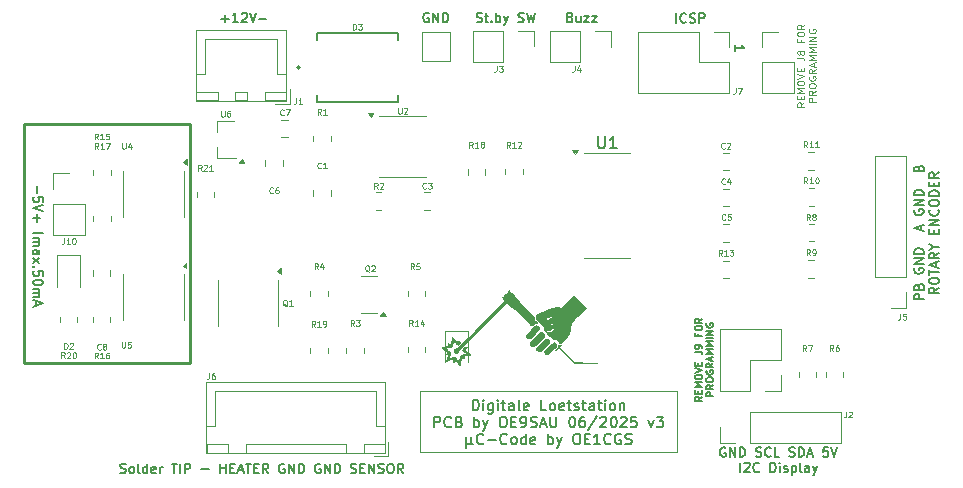
<source format=gbr>
%TF.GenerationSoftware,KiCad,Pcbnew,8.0.5*%
%TF.CreationDate,2025-06-23T12:16:39+02:00*%
%TF.ProjectId,SMD-Loetstation_v3,534d442d-4c6f-4657-9473-746174696f6e,rev?*%
%TF.SameCoordinates,Original*%
%TF.FileFunction,Legend,Top*%
%TF.FilePolarity,Positive*%
%FSLAX46Y46*%
G04 Gerber Fmt 4.6, Leading zero omitted, Abs format (unit mm)*
G04 Created by KiCad (PCBNEW 8.0.5) date 2025-06-23 12:16:39*
%MOMM*%
%LPD*%
G01*
G04 APERTURE LIST*
%ADD10C,0.250000*%
%ADD11C,0.120000*%
%ADD12C,0.200000*%
%ADD13C,0.150000*%
%ADD14C,0.100000*%
%ADD15C,0.125000*%
%ADD16C,0.127000*%
%ADD17C,0.000000*%
G04 APERTURE END LIST*
D10*
X97764600Y-81610200D02*
X111810800Y-81610200D01*
X111810800Y-101854000D01*
X97764600Y-101854000D01*
X97764600Y-81610200D01*
D11*
X163800365Y-79796885D02*
X163514651Y-79996885D01*
X163800365Y-80139742D02*
X163200365Y-80139742D01*
X163200365Y-80139742D02*
X163200365Y-79911171D01*
X163200365Y-79911171D02*
X163228936Y-79854028D01*
X163228936Y-79854028D02*
X163257508Y-79825457D01*
X163257508Y-79825457D02*
X163314651Y-79796885D01*
X163314651Y-79796885D02*
X163400365Y-79796885D01*
X163400365Y-79796885D02*
X163457508Y-79825457D01*
X163457508Y-79825457D02*
X163486079Y-79854028D01*
X163486079Y-79854028D02*
X163514651Y-79911171D01*
X163514651Y-79911171D02*
X163514651Y-80139742D01*
X163486079Y-79539742D02*
X163486079Y-79339742D01*
X163800365Y-79254028D02*
X163800365Y-79539742D01*
X163800365Y-79539742D02*
X163200365Y-79539742D01*
X163200365Y-79539742D02*
X163200365Y-79254028D01*
X163800365Y-78996885D02*
X163200365Y-78996885D01*
X163200365Y-78996885D02*
X163628936Y-78796885D01*
X163628936Y-78796885D02*
X163200365Y-78596885D01*
X163200365Y-78596885D02*
X163800365Y-78596885D01*
X163200365Y-78196886D02*
X163200365Y-78082600D01*
X163200365Y-78082600D02*
X163228936Y-78025457D01*
X163228936Y-78025457D02*
X163286079Y-77968314D01*
X163286079Y-77968314D02*
X163400365Y-77939743D01*
X163400365Y-77939743D02*
X163600365Y-77939743D01*
X163600365Y-77939743D02*
X163714651Y-77968314D01*
X163714651Y-77968314D02*
X163771794Y-78025457D01*
X163771794Y-78025457D02*
X163800365Y-78082600D01*
X163800365Y-78082600D02*
X163800365Y-78196886D01*
X163800365Y-78196886D02*
X163771794Y-78254029D01*
X163771794Y-78254029D02*
X163714651Y-78311171D01*
X163714651Y-78311171D02*
X163600365Y-78339743D01*
X163600365Y-78339743D02*
X163400365Y-78339743D01*
X163400365Y-78339743D02*
X163286079Y-78311171D01*
X163286079Y-78311171D02*
X163228936Y-78254029D01*
X163228936Y-78254029D02*
X163200365Y-78196886D01*
X163200365Y-77768315D02*
X163800365Y-77568315D01*
X163800365Y-77568315D02*
X163200365Y-77368315D01*
X163486079Y-77168314D02*
X163486079Y-76968314D01*
X163800365Y-76882600D02*
X163800365Y-77168314D01*
X163800365Y-77168314D02*
X163200365Y-77168314D01*
X163200365Y-77168314D02*
X163200365Y-76882600D01*
X163200365Y-75996886D02*
X163628936Y-75996886D01*
X163628936Y-75996886D02*
X163714651Y-76025457D01*
X163714651Y-76025457D02*
X163771794Y-76082600D01*
X163771794Y-76082600D02*
X163800365Y-76168314D01*
X163800365Y-76168314D02*
X163800365Y-76225457D01*
X163457508Y-75625457D02*
X163428936Y-75682600D01*
X163428936Y-75682600D02*
X163400365Y-75711171D01*
X163400365Y-75711171D02*
X163343222Y-75739743D01*
X163343222Y-75739743D02*
X163314651Y-75739743D01*
X163314651Y-75739743D02*
X163257508Y-75711171D01*
X163257508Y-75711171D02*
X163228936Y-75682600D01*
X163228936Y-75682600D02*
X163200365Y-75625457D01*
X163200365Y-75625457D02*
X163200365Y-75511171D01*
X163200365Y-75511171D02*
X163228936Y-75454029D01*
X163228936Y-75454029D02*
X163257508Y-75425457D01*
X163257508Y-75425457D02*
X163314651Y-75396886D01*
X163314651Y-75396886D02*
X163343222Y-75396886D01*
X163343222Y-75396886D02*
X163400365Y-75425457D01*
X163400365Y-75425457D02*
X163428936Y-75454029D01*
X163428936Y-75454029D02*
X163457508Y-75511171D01*
X163457508Y-75511171D02*
X163457508Y-75625457D01*
X163457508Y-75625457D02*
X163486079Y-75682600D01*
X163486079Y-75682600D02*
X163514651Y-75711171D01*
X163514651Y-75711171D02*
X163571794Y-75739743D01*
X163571794Y-75739743D02*
X163686079Y-75739743D01*
X163686079Y-75739743D02*
X163743222Y-75711171D01*
X163743222Y-75711171D02*
X163771794Y-75682600D01*
X163771794Y-75682600D02*
X163800365Y-75625457D01*
X163800365Y-75625457D02*
X163800365Y-75511171D01*
X163800365Y-75511171D02*
X163771794Y-75454029D01*
X163771794Y-75454029D02*
X163743222Y-75425457D01*
X163743222Y-75425457D02*
X163686079Y-75396886D01*
X163686079Y-75396886D02*
X163571794Y-75396886D01*
X163571794Y-75396886D02*
X163514651Y-75425457D01*
X163514651Y-75425457D02*
X163486079Y-75454029D01*
X163486079Y-75454029D02*
X163457508Y-75511171D01*
X163486079Y-74482599D02*
X163486079Y-74682599D01*
X163800365Y-74682599D02*
X163200365Y-74682599D01*
X163200365Y-74682599D02*
X163200365Y-74396885D01*
X163200365Y-74054028D02*
X163200365Y-73939742D01*
X163200365Y-73939742D02*
X163228936Y-73882599D01*
X163228936Y-73882599D02*
X163286079Y-73825456D01*
X163286079Y-73825456D02*
X163400365Y-73796885D01*
X163400365Y-73796885D02*
X163600365Y-73796885D01*
X163600365Y-73796885D02*
X163714651Y-73825456D01*
X163714651Y-73825456D02*
X163771794Y-73882599D01*
X163771794Y-73882599D02*
X163800365Y-73939742D01*
X163800365Y-73939742D02*
X163800365Y-74054028D01*
X163800365Y-74054028D02*
X163771794Y-74111171D01*
X163771794Y-74111171D02*
X163714651Y-74168313D01*
X163714651Y-74168313D02*
X163600365Y-74196885D01*
X163600365Y-74196885D02*
X163400365Y-74196885D01*
X163400365Y-74196885D02*
X163286079Y-74168313D01*
X163286079Y-74168313D02*
X163228936Y-74111171D01*
X163228936Y-74111171D02*
X163200365Y-74054028D01*
X163800365Y-73196885D02*
X163514651Y-73396885D01*
X163800365Y-73539742D02*
X163200365Y-73539742D01*
X163200365Y-73539742D02*
X163200365Y-73311171D01*
X163200365Y-73311171D02*
X163228936Y-73254028D01*
X163228936Y-73254028D02*
X163257508Y-73225457D01*
X163257508Y-73225457D02*
X163314651Y-73196885D01*
X163314651Y-73196885D02*
X163400365Y-73196885D01*
X163400365Y-73196885D02*
X163457508Y-73225457D01*
X163457508Y-73225457D02*
X163486079Y-73254028D01*
X163486079Y-73254028D02*
X163514651Y-73311171D01*
X163514651Y-73311171D02*
X163514651Y-73539742D01*
X164766331Y-79754027D02*
X164166331Y-79754027D01*
X164166331Y-79754027D02*
X164166331Y-79525456D01*
X164166331Y-79525456D02*
X164194902Y-79468313D01*
X164194902Y-79468313D02*
X164223474Y-79439742D01*
X164223474Y-79439742D02*
X164280617Y-79411170D01*
X164280617Y-79411170D02*
X164366331Y-79411170D01*
X164366331Y-79411170D02*
X164423474Y-79439742D01*
X164423474Y-79439742D02*
X164452045Y-79468313D01*
X164452045Y-79468313D02*
X164480617Y-79525456D01*
X164480617Y-79525456D02*
X164480617Y-79754027D01*
X164766331Y-78811170D02*
X164480617Y-79011170D01*
X164766331Y-79154027D02*
X164166331Y-79154027D01*
X164166331Y-79154027D02*
X164166331Y-78925456D01*
X164166331Y-78925456D02*
X164194902Y-78868313D01*
X164194902Y-78868313D02*
X164223474Y-78839742D01*
X164223474Y-78839742D02*
X164280617Y-78811170D01*
X164280617Y-78811170D02*
X164366331Y-78811170D01*
X164366331Y-78811170D02*
X164423474Y-78839742D01*
X164423474Y-78839742D02*
X164452045Y-78868313D01*
X164452045Y-78868313D02*
X164480617Y-78925456D01*
X164480617Y-78925456D02*
X164480617Y-79154027D01*
X164166331Y-78439742D02*
X164166331Y-78325456D01*
X164166331Y-78325456D02*
X164194902Y-78268313D01*
X164194902Y-78268313D02*
X164252045Y-78211170D01*
X164252045Y-78211170D02*
X164366331Y-78182599D01*
X164366331Y-78182599D02*
X164566331Y-78182599D01*
X164566331Y-78182599D02*
X164680617Y-78211170D01*
X164680617Y-78211170D02*
X164737760Y-78268313D01*
X164737760Y-78268313D02*
X164766331Y-78325456D01*
X164766331Y-78325456D02*
X164766331Y-78439742D01*
X164766331Y-78439742D02*
X164737760Y-78496885D01*
X164737760Y-78496885D02*
X164680617Y-78554027D01*
X164680617Y-78554027D02*
X164566331Y-78582599D01*
X164566331Y-78582599D02*
X164366331Y-78582599D01*
X164366331Y-78582599D02*
X164252045Y-78554027D01*
X164252045Y-78554027D02*
X164194902Y-78496885D01*
X164194902Y-78496885D02*
X164166331Y-78439742D01*
X164194902Y-77611171D02*
X164166331Y-77668314D01*
X164166331Y-77668314D02*
X164166331Y-77754028D01*
X164166331Y-77754028D02*
X164194902Y-77839742D01*
X164194902Y-77839742D02*
X164252045Y-77896885D01*
X164252045Y-77896885D02*
X164309188Y-77925456D01*
X164309188Y-77925456D02*
X164423474Y-77954028D01*
X164423474Y-77954028D02*
X164509188Y-77954028D01*
X164509188Y-77954028D02*
X164623474Y-77925456D01*
X164623474Y-77925456D02*
X164680617Y-77896885D01*
X164680617Y-77896885D02*
X164737760Y-77839742D01*
X164737760Y-77839742D02*
X164766331Y-77754028D01*
X164766331Y-77754028D02*
X164766331Y-77696885D01*
X164766331Y-77696885D02*
X164737760Y-77611171D01*
X164737760Y-77611171D02*
X164709188Y-77582599D01*
X164709188Y-77582599D02*
X164509188Y-77582599D01*
X164509188Y-77582599D02*
X164509188Y-77696885D01*
X164766331Y-76982599D02*
X164480617Y-77182599D01*
X164766331Y-77325456D02*
X164166331Y-77325456D01*
X164166331Y-77325456D02*
X164166331Y-77096885D01*
X164166331Y-77096885D02*
X164194902Y-77039742D01*
X164194902Y-77039742D02*
X164223474Y-77011171D01*
X164223474Y-77011171D02*
X164280617Y-76982599D01*
X164280617Y-76982599D02*
X164366331Y-76982599D01*
X164366331Y-76982599D02*
X164423474Y-77011171D01*
X164423474Y-77011171D02*
X164452045Y-77039742D01*
X164452045Y-77039742D02*
X164480617Y-77096885D01*
X164480617Y-77096885D02*
X164480617Y-77325456D01*
X164594902Y-76754028D02*
X164594902Y-76468314D01*
X164766331Y-76811171D02*
X164166331Y-76611171D01*
X164166331Y-76611171D02*
X164766331Y-76411171D01*
X164766331Y-76211170D02*
X164166331Y-76211170D01*
X164166331Y-76211170D02*
X164594902Y-76011170D01*
X164594902Y-76011170D02*
X164166331Y-75811170D01*
X164166331Y-75811170D02*
X164766331Y-75811170D01*
X164766331Y-75525456D02*
X164166331Y-75525456D01*
X164166331Y-75525456D02*
X164594902Y-75325456D01*
X164594902Y-75325456D02*
X164166331Y-75125456D01*
X164166331Y-75125456D02*
X164766331Y-75125456D01*
X164766331Y-74839742D02*
X164166331Y-74839742D01*
X164766331Y-74554028D02*
X164166331Y-74554028D01*
X164166331Y-74554028D02*
X164766331Y-74211171D01*
X164766331Y-74211171D02*
X164166331Y-74211171D01*
X164194902Y-73611172D02*
X164166331Y-73668315D01*
X164166331Y-73668315D02*
X164166331Y-73754029D01*
X164166331Y-73754029D02*
X164194902Y-73839743D01*
X164194902Y-73839743D02*
X164252045Y-73896886D01*
X164252045Y-73896886D02*
X164309188Y-73925457D01*
X164309188Y-73925457D02*
X164423474Y-73954029D01*
X164423474Y-73954029D02*
X164509188Y-73954029D01*
X164509188Y-73954029D02*
X164623474Y-73925457D01*
X164623474Y-73925457D02*
X164680617Y-73896886D01*
X164680617Y-73896886D02*
X164737760Y-73839743D01*
X164737760Y-73839743D02*
X164766331Y-73754029D01*
X164766331Y-73754029D02*
X164766331Y-73696886D01*
X164766331Y-73696886D02*
X164737760Y-73611172D01*
X164737760Y-73611172D02*
X164709188Y-73582600D01*
X164709188Y-73582600D02*
X164509188Y-73582600D01*
X164509188Y-73582600D02*
X164509188Y-73696886D01*
D12*
X157918504Y-75398301D02*
X157918504Y-74941158D01*
X157918504Y-75169730D02*
X158718504Y-75169730D01*
X158718504Y-75169730D02*
X158604219Y-75093539D01*
X158604219Y-75093539D02*
X158528028Y-75017349D01*
X158528028Y-75017349D02*
X158489933Y-74941158D01*
X152950654Y-73050295D02*
X152950654Y-72250295D01*
X153788749Y-72974104D02*
X153750653Y-73012200D01*
X153750653Y-73012200D02*
X153636368Y-73050295D01*
X153636368Y-73050295D02*
X153560177Y-73050295D01*
X153560177Y-73050295D02*
X153445891Y-73012200D01*
X153445891Y-73012200D02*
X153369701Y-72936009D01*
X153369701Y-72936009D02*
X153331606Y-72859819D01*
X153331606Y-72859819D02*
X153293510Y-72707438D01*
X153293510Y-72707438D02*
X153293510Y-72593152D01*
X153293510Y-72593152D02*
X153331606Y-72440771D01*
X153331606Y-72440771D02*
X153369701Y-72364580D01*
X153369701Y-72364580D02*
X153445891Y-72288390D01*
X153445891Y-72288390D02*
X153560177Y-72250295D01*
X153560177Y-72250295D02*
X153636368Y-72250295D01*
X153636368Y-72250295D02*
X153750653Y-72288390D01*
X153750653Y-72288390D02*
X153788749Y-72326485D01*
X154093510Y-73012200D02*
X154207796Y-73050295D01*
X154207796Y-73050295D02*
X154398272Y-73050295D01*
X154398272Y-73050295D02*
X154474463Y-73012200D01*
X154474463Y-73012200D02*
X154512558Y-72974104D01*
X154512558Y-72974104D02*
X154550653Y-72897914D01*
X154550653Y-72897914D02*
X154550653Y-72821723D01*
X154550653Y-72821723D02*
X154512558Y-72745533D01*
X154512558Y-72745533D02*
X154474463Y-72707438D01*
X154474463Y-72707438D02*
X154398272Y-72669342D01*
X154398272Y-72669342D02*
X154245891Y-72631247D01*
X154245891Y-72631247D02*
X154169701Y-72593152D01*
X154169701Y-72593152D02*
X154131606Y-72555057D01*
X154131606Y-72555057D02*
X154093510Y-72478866D01*
X154093510Y-72478866D02*
X154093510Y-72402676D01*
X154093510Y-72402676D02*
X154131606Y-72326485D01*
X154131606Y-72326485D02*
X154169701Y-72288390D01*
X154169701Y-72288390D02*
X154245891Y-72250295D01*
X154245891Y-72250295D02*
X154436368Y-72250295D01*
X154436368Y-72250295D02*
X154550653Y-72288390D01*
X154893511Y-73050295D02*
X154893511Y-72250295D01*
X154893511Y-72250295D02*
X155198273Y-72250295D01*
X155198273Y-72250295D02*
X155274463Y-72288390D01*
X155274463Y-72288390D02*
X155312558Y-72326485D01*
X155312558Y-72326485D02*
X155350654Y-72402676D01*
X155350654Y-72402676D02*
X155350654Y-72516961D01*
X155350654Y-72516961D02*
X155312558Y-72593152D01*
X155312558Y-72593152D02*
X155274463Y-72631247D01*
X155274463Y-72631247D02*
X155198273Y-72669342D01*
X155198273Y-72669342D02*
X154893511Y-72669342D01*
X173889140Y-96456047D02*
X173089140Y-96456047D01*
X173089140Y-96456047D02*
X173089140Y-96151285D01*
X173089140Y-96151285D02*
X173127235Y-96075095D01*
X173127235Y-96075095D02*
X173165330Y-96037000D01*
X173165330Y-96037000D02*
X173241521Y-95998904D01*
X173241521Y-95998904D02*
X173355806Y-95998904D01*
X173355806Y-95998904D02*
X173431997Y-96037000D01*
X173431997Y-96037000D02*
X173470092Y-96075095D01*
X173470092Y-96075095D02*
X173508187Y-96151285D01*
X173508187Y-96151285D02*
X173508187Y-96456047D01*
X173470092Y-95389381D02*
X173508187Y-95275095D01*
X173508187Y-95275095D02*
X173546283Y-95237000D01*
X173546283Y-95237000D02*
X173622473Y-95198904D01*
X173622473Y-95198904D02*
X173736759Y-95198904D01*
X173736759Y-95198904D02*
X173812949Y-95237000D01*
X173812949Y-95237000D02*
X173851045Y-95275095D01*
X173851045Y-95275095D02*
X173889140Y-95351285D01*
X173889140Y-95351285D02*
X173889140Y-95656047D01*
X173889140Y-95656047D02*
X173089140Y-95656047D01*
X173089140Y-95656047D02*
X173089140Y-95389381D01*
X173089140Y-95389381D02*
X173127235Y-95313190D01*
X173127235Y-95313190D02*
X173165330Y-95275095D01*
X173165330Y-95275095D02*
X173241521Y-95237000D01*
X173241521Y-95237000D02*
X173317711Y-95237000D01*
X173317711Y-95237000D02*
X173393902Y-95275095D01*
X173393902Y-95275095D02*
X173431997Y-95313190D01*
X173431997Y-95313190D02*
X173470092Y-95389381D01*
X173470092Y-95389381D02*
X173470092Y-95656047D01*
X173127235Y-93827476D02*
X173089140Y-93903666D01*
X173089140Y-93903666D02*
X173089140Y-94017952D01*
X173089140Y-94017952D02*
X173127235Y-94132238D01*
X173127235Y-94132238D02*
X173203425Y-94208428D01*
X173203425Y-94208428D02*
X173279616Y-94246523D01*
X173279616Y-94246523D02*
X173431997Y-94284619D01*
X173431997Y-94284619D02*
X173546283Y-94284619D01*
X173546283Y-94284619D02*
X173698664Y-94246523D01*
X173698664Y-94246523D02*
X173774854Y-94208428D01*
X173774854Y-94208428D02*
X173851045Y-94132238D01*
X173851045Y-94132238D02*
X173889140Y-94017952D01*
X173889140Y-94017952D02*
X173889140Y-93941761D01*
X173889140Y-93941761D02*
X173851045Y-93827476D01*
X173851045Y-93827476D02*
X173812949Y-93789380D01*
X173812949Y-93789380D02*
X173546283Y-93789380D01*
X173546283Y-93789380D02*
X173546283Y-93941761D01*
X173889140Y-93446523D02*
X173089140Y-93446523D01*
X173089140Y-93446523D02*
X173889140Y-92989380D01*
X173889140Y-92989380D02*
X173089140Y-92989380D01*
X173889140Y-92608428D02*
X173089140Y-92608428D01*
X173089140Y-92608428D02*
X173089140Y-92417952D01*
X173089140Y-92417952D02*
X173127235Y-92303666D01*
X173127235Y-92303666D02*
X173203425Y-92227476D01*
X173203425Y-92227476D02*
X173279616Y-92189381D01*
X173279616Y-92189381D02*
X173431997Y-92151285D01*
X173431997Y-92151285D02*
X173546283Y-92151285D01*
X173546283Y-92151285D02*
X173698664Y-92189381D01*
X173698664Y-92189381D02*
X173774854Y-92227476D01*
X173774854Y-92227476D02*
X173851045Y-92303666D01*
X173851045Y-92303666D02*
X173889140Y-92417952D01*
X173889140Y-92417952D02*
X173889140Y-92608428D01*
X173660568Y-90627476D02*
X173660568Y-90246523D01*
X173889140Y-90703666D02*
X173089140Y-90436999D01*
X173089140Y-90436999D02*
X173889140Y-90170333D01*
X173127235Y-88875095D02*
X173089140Y-88951285D01*
X173089140Y-88951285D02*
X173089140Y-89065571D01*
X173089140Y-89065571D02*
X173127235Y-89179857D01*
X173127235Y-89179857D02*
X173203425Y-89256047D01*
X173203425Y-89256047D02*
X173279616Y-89294142D01*
X173279616Y-89294142D02*
X173431997Y-89332238D01*
X173431997Y-89332238D02*
X173546283Y-89332238D01*
X173546283Y-89332238D02*
X173698664Y-89294142D01*
X173698664Y-89294142D02*
X173774854Y-89256047D01*
X173774854Y-89256047D02*
X173851045Y-89179857D01*
X173851045Y-89179857D02*
X173889140Y-89065571D01*
X173889140Y-89065571D02*
X173889140Y-88989380D01*
X173889140Y-88989380D02*
X173851045Y-88875095D01*
X173851045Y-88875095D02*
X173812949Y-88836999D01*
X173812949Y-88836999D02*
X173546283Y-88836999D01*
X173546283Y-88836999D02*
X173546283Y-88989380D01*
X173889140Y-88494142D02*
X173089140Y-88494142D01*
X173089140Y-88494142D02*
X173889140Y-88036999D01*
X173889140Y-88036999D02*
X173089140Y-88036999D01*
X173889140Y-87656047D02*
X173089140Y-87656047D01*
X173089140Y-87656047D02*
X173089140Y-87465571D01*
X173089140Y-87465571D02*
X173127235Y-87351285D01*
X173127235Y-87351285D02*
X173203425Y-87275095D01*
X173203425Y-87275095D02*
X173279616Y-87237000D01*
X173279616Y-87237000D02*
X173431997Y-87198904D01*
X173431997Y-87198904D02*
X173546283Y-87198904D01*
X173546283Y-87198904D02*
X173698664Y-87237000D01*
X173698664Y-87237000D02*
X173774854Y-87275095D01*
X173774854Y-87275095D02*
X173851045Y-87351285D01*
X173851045Y-87351285D02*
X173889140Y-87465571D01*
X173889140Y-87465571D02*
X173889140Y-87656047D01*
X173470092Y-85370333D02*
X173508187Y-85256047D01*
X173508187Y-85256047D02*
X173546283Y-85217952D01*
X173546283Y-85217952D02*
X173622473Y-85179856D01*
X173622473Y-85179856D02*
X173736759Y-85179856D01*
X173736759Y-85179856D02*
X173812949Y-85217952D01*
X173812949Y-85217952D02*
X173851045Y-85256047D01*
X173851045Y-85256047D02*
X173889140Y-85332237D01*
X173889140Y-85332237D02*
X173889140Y-85636999D01*
X173889140Y-85636999D02*
X173089140Y-85636999D01*
X173089140Y-85636999D02*
X173089140Y-85370333D01*
X173089140Y-85370333D02*
X173127235Y-85294142D01*
X173127235Y-85294142D02*
X173165330Y-85256047D01*
X173165330Y-85256047D02*
X173241521Y-85217952D01*
X173241521Y-85217952D02*
X173317711Y-85217952D01*
X173317711Y-85217952D02*
X173393902Y-85256047D01*
X173393902Y-85256047D02*
X173431997Y-85294142D01*
X173431997Y-85294142D02*
X173470092Y-85370333D01*
X173470092Y-85370333D02*
X173470092Y-85636999D01*
X175177095Y-95465570D02*
X174796142Y-95732237D01*
X175177095Y-95922713D02*
X174377095Y-95922713D01*
X174377095Y-95922713D02*
X174377095Y-95617951D01*
X174377095Y-95617951D02*
X174415190Y-95541761D01*
X174415190Y-95541761D02*
X174453285Y-95503666D01*
X174453285Y-95503666D02*
X174529476Y-95465570D01*
X174529476Y-95465570D02*
X174643761Y-95465570D01*
X174643761Y-95465570D02*
X174719952Y-95503666D01*
X174719952Y-95503666D02*
X174758047Y-95541761D01*
X174758047Y-95541761D02*
X174796142Y-95617951D01*
X174796142Y-95617951D02*
X174796142Y-95922713D01*
X174377095Y-94970332D02*
X174377095Y-94817951D01*
X174377095Y-94817951D02*
X174415190Y-94741761D01*
X174415190Y-94741761D02*
X174491380Y-94665570D01*
X174491380Y-94665570D02*
X174643761Y-94627475D01*
X174643761Y-94627475D02*
X174910428Y-94627475D01*
X174910428Y-94627475D02*
X175062809Y-94665570D01*
X175062809Y-94665570D02*
X175139000Y-94741761D01*
X175139000Y-94741761D02*
X175177095Y-94817951D01*
X175177095Y-94817951D02*
X175177095Y-94970332D01*
X175177095Y-94970332D02*
X175139000Y-95046523D01*
X175139000Y-95046523D02*
X175062809Y-95122713D01*
X175062809Y-95122713D02*
X174910428Y-95160809D01*
X174910428Y-95160809D02*
X174643761Y-95160809D01*
X174643761Y-95160809D02*
X174491380Y-95122713D01*
X174491380Y-95122713D02*
X174415190Y-95046523D01*
X174415190Y-95046523D02*
X174377095Y-94970332D01*
X174377095Y-94398904D02*
X174377095Y-93941761D01*
X175177095Y-94170333D02*
X174377095Y-94170333D01*
X174948523Y-93713190D02*
X174948523Y-93332237D01*
X175177095Y-93789380D02*
X174377095Y-93522713D01*
X174377095Y-93522713D02*
X175177095Y-93256047D01*
X175177095Y-92532237D02*
X174796142Y-92798904D01*
X175177095Y-92989380D02*
X174377095Y-92989380D01*
X174377095Y-92989380D02*
X174377095Y-92684618D01*
X174377095Y-92684618D02*
X174415190Y-92608428D01*
X174415190Y-92608428D02*
X174453285Y-92570333D01*
X174453285Y-92570333D02*
X174529476Y-92532237D01*
X174529476Y-92532237D02*
X174643761Y-92532237D01*
X174643761Y-92532237D02*
X174719952Y-92570333D01*
X174719952Y-92570333D02*
X174758047Y-92608428D01*
X174758047Y-92608428D02*
X174796142Y-92684618D01*
X174796142Y-92684618D02*
X174796142Y-92989380D01*
X174796142Y-92036999D02*
X175177095Y-92036999D01*
X174377095Y-92303666D02*
X174796142Y-92036999D01*
X174796142Y-92036999D02*
X174377095Y-91770333D01*
X174758047Y-90894142D02*
X174758047Y-90627476D01*
X175177095Y-90513190D02*
X175177095Y-90894142D01*
X175177095Y-90894142D02*
X174377095Y-90894142D01*
X174377095Y-90894142D02*
X174377095Y-90513190D01*
X175177095Y-90170332D02*
X174377095Y-90170332D01*
X174377095Y-90170332D02*
X175177095Y-89713189D01*
X175177095Y-89713189D02*
X174377095Y-89713189D01*
X175100904Y-88875094D02*
X175139000Y-88913190D01*
X175139000Y-88913190D02*
X175177095Y-89027475D01*
X175177095Y-89027475D02*
X175177095Y-89103666D01*
X175177095Y-89103666D02*
X175139000Y-89217952D01*
X175139000Y-89217952D02*
X175062809Y-89294142D01*
X175062809Y-89294142D02*
X174986619Y-89332237D01*
X174986619Y-89332237D02*
X174834238Y-89370333D01*
X174834238Y-89370333D02*
X174719952Y-89370333D01*
X174719952Y-89370333D02*
X174567571Y-89332237D01*
X174567571Y-89332237D02*
X174491380Y-89294142D01*
X174491380Y-89294142D02*
X174415190Y-89217952D01*
X174415190Y-89217952D02*
X174377095Y-89103666D01*
X174377095Y-89103666D02*
X174377095Y-89027475D01*
X174377095Y-89027475D02*
X174415190Y-88913190D01*
X174415190Y-88913190D02*
X174453285Y-88875094D01*
X174377095Y-88379856D02*
X174377095Y-88227475D01*
X174377095Y-88227475D02*
X174415190Y-88151285D01*
X174415190Y-88151285D02*
X174491380Y-88075094D01*
X174491380Y-88075094D02*
X174643761Y-88036999D01*
X174643761Y-88036999D02*
X174910428Y-88036999D01*
X174910428Y-88036999D02*
X175062809Y-88075094D01*
X175062809Y-88075094D02*
X175139000Y-88151285D01*
X175139000Y-88151285D02*
X175177095Y-88227475D01*
X175177095Y-88227475D02*
X175177095Y-88379856D01*
X175177095Y-88379856D02*
X175139000Y-88456047D01*
X175139000Y-88456047D02*
X175062809Y-88532237D01*
X175062809Y-88532237D02*
X174910428Y-88570333D01*
X174910428Y-88570333D02*
X174643761Y-88570333D01*
X174643761Y-88570333D02*
X174491380Y-88532237D01*
X174491380Y-88532237D02*
X174415190Y-88456047D01*
X174415190Y-88456047D02*
X174377095Y-88379856D01*
X175177095Y-87694142D02*
X174377095Y-87694142D01*
X174377095Y-87694142D02*
X174377095Y-87503666D01*
X174377095Y-87503666D02*
X174415190Y-87389380D01*
X174415190Y-87389380D02*
X174491380Y-87313190D01*
X174491380Y-87313190D02*
X174567571Y-87275095D01*
X174567571Y-87275095D02*
X174719952Y-87236999D01*
X174719952Y-87236999D02*
X174834238Y-87236999D01*
X174834238Y-87236999D02*
X174986619Y-87275095D01*
X174986619Y-87275095D02*
X175062809Y-87313190D01*
X175062809Y-87313190D02*
X175139000Y-87389380D01*
X175139000Y-87389380D02*
X175177095Y-87503666D01*
X175177095Y-87503666D02*
X175177095Y-87694142D01*
X174758047Y-86894142D02*
X174758047Y-86627476D01*
X175177095Y-86513190D02*
X175177095Y-86894142D01*
X175177095Y-86894142D02*
X174377095Y-86894142D01*
X174377095Y-86894142D02*
X174377095Y-86513190D01*
X175177095Y-85713189D02*
X174796142Y-85979856D01*
X175177095Y-86170332D02*
X174377095Y-86170332D01*
X174377095Y-86170332D02*
X174377095Y-85865570D01*
X174377095Y-85865570D02*
X174415190Y-85789380D01*
X174415190Y-85789380D02*
X174453285Y-85751285D01*
X174453285Y-85751285D02*
X174529476Y-85713189D01*
X174529476Y-85713189D02*
X174643761Y-85713189D01*
X174643761Y-85713189D02*
X174719952Y-85751285D01*
X174719952Y-85751285D02*
X174758047Y-85789380D01*
X174758047Y-85789380D02*
X174796142Y-85865570D01*
X174796142Y-85865570D02*
X174796142Y-86170332D01*
D13*
X155137405Y-104695485D02*
X154851691Y-104895485D01*
X155137405Y-105038342D02*
X154537405Y-105038342D01*
X154537405Y-105038342D02*
X154537405Y-104809771D01*
X154537405Y-104809771D02*
X154565976Y-104752628D01*
X154565976Y-104752628D02*
X154594548Y-104724057D01*
X154594548Y-104724057D02*
X154651691Y-104695485D01*
X154651691Y-104695485D02*
X154737405Y-104695485D01*
X154737405Y-104695485D02*
X154794548Y-104724057D01*
X154794548Y-104724057D02*
X154823119Y-104752628D01*
X154823119Y-104752628D02*
X154851691Y-104809771D01*
X154851691Y-104809771D02*
X154851691Y-105038342D01*
X154823119Y-104438342D02*
X154823119Y-104238342D01*
X155137405Y-104152628D02*
X155137405Y-104438342D01*
X155137405Y-104438342D02*
X154537405Y-104438342D01*
X154537405Y-104438342D02*
X154537405Y-104152628D01*
X155137405Y-103895485D02*
X154537405Y-103895485D01*
X154537405Y-103895485D02*
X154965976Y-103695485D01*
X154965976Y-103695485D02*
X154537405Y-103495485D01*
X154537405Y-103495485D02*
X155137405Y-103495485D01*
X154537405Y-103095486D02*
X154537405Y-102981200D01*
X154537405Y-102981200D02*
X154565976Y-102924057D01*
X154565976Y-102924057D02*
X154623119Y-102866914D01*
X154623119Y-102866914D02*
X154737405Y-102838343D01*
X154737405Y-102838343D02*
X154937405Y-102838343D01*
X154937405Y-102838343D02*
X155051691Y-102866914D01*
X155051691Y-102866914D02*
X155108834Y-102924057D01*
X155108834Y-102924057D02*
X155137405Y-102981200D01*
X155137405Y-102981200D02*
X155137405Y-103095486D01*
X155137405Y-103095486D02*
X155108834Y-103152629D01*
X155108834Y-103152629D02*
X155051691Y-103209771D01*
X155051691Y-103209771D02*
X154937405Y-103238343D01*
X154937405Y-103238343D02*
X154737405Y-103238343D01*
X154737405Y-103238343D02*
X154623119Y-103209771D01*
X154623119Y-103209771D02*
X154565976Y-103152629D01*
X154565976Y-103152629D02*
X154537405Y-103095486D01*
X154537405Y-102666915D02*
X155137405Y-102466915D01*
X155137405Y-102466915D02*
X154537405Y-102266915D01*
X154823119Y-102066914D02*
X154823119Y-101866914D01*
X155137405Y-101781200D02*
X155137405Y-102066914D01*
X155137405Y-102066914D02*
X154537405Y-102066914D01*
X154537405Y-102066914D02*
X154537405Y-101781200D01*
X154537405Y-100895486D02*
X154965976Y-100895486D01*
X154965976Y-100895486D02*
X155051691Y-100924057D01*
X155051691Y-100924057D02*
X155108834Y-100981200D01*
X155108834Y-100981200D02*
X155137405Y-101066914D01*
X155137405Y-101066914D02*
X155137405Y-101124057D01*
X155137405Y-100581200D02*
X155137405Y-100466914D01*
X155137405Y-100466914D02*
X155108834Y-100409771D01*
X155108834Y-100409771D02*
X155080262Y-100381200D01*
X155080262Y-100381200D02*
X154994548Y-100324057D01*
X154994548Y-100324057D02*
X154880262Y-100295486D01*
X154880262Y-100295486D02*
X154651691Y-100295486D01*
X154651691Y-100295486D02*
X154594548Y-100324057D01*
X154594548Y-100324057D02*
X154565976Y-100352629D01*
X154565976Y-100352629D02*
X154537405Y-100409771D01*
X154537405Y-100409771D02*
X154537405Y-100524057D01*
X154537405Y-100524057D02*
X154565976Y-100581200D01*
X154565976Y-100581200D02*
X154594548Y-100609771D01*
X154594548Y-100609771D02*
X154651691Y-100638343D01*
X154651691Y-100638343D02*
X154794548Y-100638343D01*
X154794548Y-100638343D02*
X154851691Y-100609771D01*
X154851691Y-100609771D02*
X154880262Y-100581200D01*
X154880262Y-100581200D02*
X154908834Y-100524057D01*
X154908834Y-100524057D02*
X154908834Y-100409771D01*
X154908834Y-100409771D02*
X154880262Y-100352629D01*
X154880262Y-100352629D02*
X154851691Y-100324057D01*
X154851691Y-100324057D02*
X154794548Y-100295486D01*
X154823119Y-99381199D02*
X154823119Y-99581199D01*
X155137405Y-99581199D02*
X154537405Y-99581199D01*
X154537405Y-99581199D02*
X154537405Y-99295485D01*
X154537405Y-98952628D02*
X154537405Y-98838342D01*
X154537405Y-98838342D02*
X154565976Y-98781199D01*
X154565976Y-98781199D02*
X154623119Y-98724056D01*
X154623119Y-98724056D02*
X154737405Y-98695485D01*
X154737405Y-98695485D02*
X154937405Y-98695485D01*
X154937405Y-98695485D02*
X155051691Y-98724056D01*
X155051691Y-98724056D02*
X155108834Y-98781199D01*
X155108834Y-98781199D02*
X155137405Y-98838342D01*
X155137405Y-98838342D02*
X155137405Y-98952628D01*
X155137405Y-98952628D02*
X155108834Y-99009771D01*
X155108834Y-99009771D02*
X155051691Y-99066913D01*
X155051691Y-99066913D02*
X154937405Y-99095485D01*
X154937405Y-99095485D02*
X154737405Y-99095485D01*
X154737405Y-99095485D02*
X154623119Y-99066913D01*
X154623119Y-99066913D02*
X154565976Y-99009771D01*
X154565976Y-99009771D02*
X154537405Y-98952628D01*
X155137405Y-98095485D02*
X154851691Y-98295485D01*
X155137405Y-98438342D02*
X154537405Y-98438342D01*
X154537405Y-98438342D02*
X154537405Y-98209771D01*
X154537405Y-98209771D02*
X154565976Y-98152628D01*
X154565976Y-98152628D02*
X154594548Y-98124057D01*
X154594548Y-98124057D02*
X154651691Y-98095485D01*
X154651691Y-98095485D02*
X154737405Y-98095485D01*
X154737405Y-98095485D02*
X154794548Y-98124057D01*
X154794548Y-98124057D02*
X154823119Y-98152628D01*
X154823119Y-98152628D02*
X154851691Y-98209771D01*
X154851691Y-98209771D02*
X154851691Y-98438342D01*
X156103371Y-104652627D02*
X155503371Y-104652627D01*
X155503371Y-104652627D02*
X155503371Y-104424056D01*
X155503371Y-104424056D02*
X155531942Y-104366913D01*
X155531942Y-104366913D02*
X155560514Y-104338342D01*
X155560514Y-104338342D02*
X155617657Y-104309770D01*
X155617657Y-104309770D02*
X155703371Y-104309770D01*
X155703371Y-104309770D02*
X155760514Y-104338342D01*
X155760514Y-104338342D02*
X155789085Y-104366913D01*
X155789085Y-104366913D02*
X155817657Y-104424056D01*
X155817657Y-104424056D02*
X155817657Y-104652627D01*
X156103371Y-103709770D02*
X155817657Y-103909770D01*
X156103371Y-104052627D02*
X155503371Y-104052627D01*
X155503371Y-104052627D02*
X155503371Y-103824056D01*
X155503371Y-103824056D02*
X155531942Y-103766913D01*
X155531942Y-103766913D02*
X155560514Y-103738342D01*
X155560514Y-103738342D02*
X155617657Y-103709770D01*
X155617657Y-103709770D02*
X155703371Y-103709770D01*
X155703371Y-103709770D02*
X155760514Y-103738342D01*
X155760514Y-103738342D02*
X155789085Y-103766913D01*
X155789085Y-103766913D02*
X155817657Y-103824056D01*
X155817657Y-103824056D02*
X155817657Y-104052627D01*
X155503371Y-103338342D02*
X155503371Y-103224056D01*
X155503371Y-103224056D02*
X155531942Y-103166913D01*
X155531942Y-103166913D02*
X155589085Y-103109770D01*
X155589085Y-103109770D02*
X155703371Y-103081199D01*
X155703371Y-103081199D02*
X155903371Y-103081199D01*
X155903371Y-103081199D02*
X156017657Y-103109770D01*
X156017657Y-103109770D02*
X156074800Y-103166913D01*
X156074800Y-103166913D02*
X156103371Y-103224056D01*
X156103371Y-103224056D02*
X156103371Y-103338342D01*
X156103371Y-103338342D02*
X156074800Y-103395485D01*
X156074800Y-103395485D02*
X156017657Y-103452627D01*
X156017657Y-103452627D02*
X155903371Y-103481199D01*
X155903371Y-103481199D02*
X155703371Y-103481199D01*
X155703371Y-103481199D02*
X155589085Y-103452627D01*
X155589085Y-103452627D02*
X155531942Y-103395485D01*
X155531942Y-103395485D02*
X155503371Y-103338342D01*
X155531942Y-102509771D02*
X155503371Y-102566914D01*
X155503371Y-102566914D02*
X155503371Y-102652628D01*
X155503371Y-102652628D02*
X155531942Y-102738342D01*
X155531942Y-102738342D02*
X155589085Y-102795485D01*
X155589085Y-102795485D02*
X155646228Y-102824056D01*
X155646228Y-102824056D02*
X155760514Y-102852628D01*
X155760514Y-102852628D02*
X155846228Y-102852628D01*
X155846228Y-102852628D02*
X155960514Y-102824056D01*
X155960514Y-102824056D02*
X156017657Y-102795485D01*
X156017657Y-102795485D02*
X156074800Y-102738342D01*
X156074800Y-102738342D02*
X156103371Y-102652628D01*
X156103371Y-102652628D02*
X156103371Y-102595485D01*
X156103371Y-102595485D02*
X156074800Y-102509771D01*
X156074800Y-102509771D02*
X156046228Y-102481199D01*
X156046228Y-102481199D02*
X155846228Y-102481199D01*
X155846228Y-102481199D02*
X155846228Y-102595485D01*
X156103371Y-101881199D02*
X155817657Y-102081199D01*
X156103371Y-102224056D02*
X155503371Y-102224056D01*
X155503371Y-102224056D02*
X155503371Y-101995485D01*
X155503371Y-101995485D02*
X155531942Y-101938342D01*
X155531942Y-101938342D02*
X155560514Y-101909771D01*
X155560514Y-101909771D02*
X155617657Y-101881199D01*
X155617657Y-101881199D02*
X155703371Y-101881199D01*
X155703371Y-101881199D02*
X155760514Y-101909771D01*
X155760514Y-101909771D02*
X155789085Y-101938342D01*
X155789085Y-101938342D02*
X155817657Y-101995485D01*
X155817657Y-101995485D02*
X155817657Y-102224056D01*
X155931942Y-101652628D02*
X155931942Y-101366914D01*
X156103371Y-101709771D02*
X155503371Y-101509771D01*
X155503371Y-101509771D02*
X156103371Y-101309771D01*
X156103371Y-101109770D02*
X155503371Y-101109770D01*
X155503371Y-101109770D02*
X155931942Y-100909770D01*
X155931942Y-100909770D02*
X155503371Y-100709770D01*
X155503371Y-100709770D02*
X156103371Y-100709770D01*
X156103371Y-100424056D02*
X155503371Y-100424056D01*
X155503371Y-100424056D02*
X155931942Y-100224056D01*
X155931942Y-100224056D02*
X155503371Y-100024056D01*
X155503371Y-100024056D02*
X156103371Y-100024056D01*
X156103371Y-99738342D02*
X155503371Y-99738342D01*
X156103371Y-99452628D02*
X155503371Y-99452628D01*
X155503371Y-99452628D02*
X156103371Y-99109771D01*
X156103371Y-99109771D02*
X155503371Y-99109771D01*
X155531942Y-98509772D02*
X155503371Y-98566915D01*
X155503371Y-98566915D02*
X155503371Y-98652629D01*
X155503371Y-98652629D02*
X155531942Y-98738343D01*
X155531942Y-98738343D02*
X155589085Y-98795486D01*
X155589085Y-98795486D02*
X155646228Y-98824057D01*
X155646228Y-98824057D02*
X155760514Y-98852629D01*
X155760514Y-98852629D02*
X155846228Y-98852629D01*
X155846228Y-98852629D02*
X155960514Y-98824057D01*
X155960514Y-98824057D02*
X156017657Y-98795486D01*
X156017657Y-98795486D02*
X156074800Y-98738343D01*
X156074800Y-98738343D02*
X156103371Y-98652629D01*
X156103371Y-98652629D02*
X156103371Y-98595486D01*
X156103371Y-98595486D02*
X156074800Y-98509772D01*
X156074800Y-98509772D02*
X156046228Y-98481200D01*
X156046228Y-98481200D02*
X155846228Y-98481200D01*
X155846228Y-98481200D02*
X155846228Y-98595486D01*
D12*
X105894093Y-111131000D02*
X106008379Y-111169095D01*
X106008379Y-111169095D02*
X106198855Y-111169095D01*
X106198855Y-111169095D02*
X106275046Y-111131000D01*
X106275046Y-111131000D02*
X106313141Y-111092904D01*
X106313141Y-111092904D02*
X106351236Y-111016714D01*
X106351236Y-111016714D02*
X106351236Y-110940523D01*
X106351236Y-110940523D02*
X106313141Y-110864333D01*
X106313141Y-110864333D02*
X106275046Y-110826238D01*
X106275046Y-110826238D02*
X106198855Y-110788142D01*
X106198855Y-110788142D02*
X106046474Y-110750047D01*
X106046474Y-110750047D02*
X105970284Y-110711952D01*
X105970284Y-110711952D02*
X105932189Y-110673857D01*
X105932189Y-110673857D02*
X105894093Y-110597666D01*
X105894093Y-110597666D02*
X105894093Y-110521476D01*
X105894093Y-110521476D02*
X105932189Y-110445285D01*
X105932189Y-110445285D02*
X105970284Y-110407190D01*
X105970284Y-110407190D02*
X106046474Y-110369095D01*
X106046474Y-110369095D02*
X106236951Y-110369095D01*
X106236951Y-110369095D02*
X106351236Y-110407190D01*
X106808379Y-111169095D02*
X106732189Y-111131000D01*
X106732189Y-111131000D02*
X106694094Y-111092904D01*
X106694094Y-111092904D02*
X106655998Y-111016714D01*
X106655998Y-111016714D02*
X106655998Y-110788142D01*
X106655998Y-110788142D02*
X106694094Y-110711952D01*
X106694094Y-110711952D02*
X106732189Y-110673857D01*
X106732189Y-110673857D02*
X106808379Y-110635761D01*
X106808379Y-110635761D02*
X106922665Y-110635761D01*
X106922665Y-110635761D02*
X106998856Y-110673857D01*
X106998856Y-110673857D02*
X107036951Y-110711952D01*
X107036951Y-110711952D02*
X107075046Y-110788142D01*
X107075046Y-110788142D02*
X107075046Y-111016714D01*
X107075046Y-111016714D02*
X107036951Y-111092904D01*
X107036951Y-111092904D02*
X106998856Y-111131000D01*
X106998856Y-111131000D02*
X106922665Y-111169095D01*
X106922665Y-111169095D02*
X106808379Y-111169095D01*
X107532189Y-111169095D02*
X107455999Y-111131000D01*
X107455999Y-111131000D02*
X107417904Y-111054809D01*
X107417904Y-111054809D02*
X107417904Y-110369095D01*
X108179809Y-111169095D02*
X108179809Y-110369095D01*
X108179809Y-111131000D02*
X108103618Y-111169095D01*
X108103618Y-111169095D02*
X107951237Y-111169095D01*
X107951237Y-111169095D02*
X107875047Y-111131000D01*
X107875047Y-111131000D02*
X107836952Y-111092904D01*
X107836952Y-111092904D02*
X107798856Y-111016714D01*
X107798856Y-111016714D02*
X107798856Y-110788142D01*
X107798856Y-110788142D02*
X107836952Y-110711952D01*
X107836952Y-110711952D02*
X107875047Y-110673857D01*
X107875047Y-110673857D02*
X107951237Y-110635761D01*
X107951237Y-110635761D02*
X108103618Y-110635761D01*
X108103618Y-110635761D02*
X108179809Y-110673857D01*
X108865524Y-111131000D02*
X108789333Y-111169095D01*
X108789333Y-111169095D02*
X108636952Y-111169095D01*
X108636952Y-111169095D02*
X108560762Y-111131000D01*
X108560762Y-111131000D02*
X108522666Y-111054809D01*
X108522666Y-111054809D02*
X108522666Y-110750047D01*
X108522666Y-110750047D02*
X108560762Y-110673857D01*
X108560762Y-110673857D02*
X108636952Y-110635761D01*
X108636952Y-110635761D02*
X108789333Y-110635761D01*
X108789333Y-110635761D02*
X108865524Y-110673857D01*
X108865524Y-110673857D02*
X108903619Y-110750047D01*
X108903619Y-110750047D02*
X108903619Y-110826238D01*
X108903619Y-110826238D02*
X108522666Y-110902428D01*
X109246476Y-111169095D02*
X109246476Y-110635761D01*
X109246476Y-110788142D02*
X109284571Y-110711952D01*
X109284571Y-110711952D02*
X109322666Y-110673857D01*
X109322666Y-110673857D02*
X109398857Y-110635761D01*
X109398857Y-110635761D02*
X109475047Y-110635761D01*
X110236952Y-110369095D02*
X110694095Y-110369095D01*
X110465523Y-111169095D02*
X110465523Y-110369095D01*
X110960762Y-111169095D02*
X110960762Y-110369095D01*
X111341714Y-111169095D02*
X111341714Y-110369095D01*
X111341714Y-110369095D02*
X111646476Y-110369095D01*
X111646476Y-110369095D02*
X111722666Y-110407190D01*
X111722666Y-110407190D02*
X111760761Y-110445285D01*
X111760761Y-110445285D02*
X111798857Y-110521476D01*
X111798857Y-110521476D02*
X111798857Y-110635761D01*
X111798857Y-110635761D02*
X111760761Y-110711952D01*
X111760761Y-110711952D02*
X111722666Y-110750047D01*
X111722666Y-110750047D02*
X111646476Y-110788142D01*
X111646476Y-110788142D02*
X111341714Y-110788142D01*
X112751238Y-110864333D02*
X113360762Y-110864333D01*
X114351238Y-111169095D02*
X114351238Y-110369095D01*
X114351238Y-110750047D02*
X114808381Y-110750047D01*
X114808381Y-111169095D02*
X114808381Y-110369095D01*
X115189333Y-110750047D02*
X115455999Y-110750047D01*
X115570285Y-111169095D02*
X115189333Y-111169095D01*
X115189333Y-111169095D02*
X115189333Y-110369095D01*
X115189333Y-110369095D02*
X115570285Y-110369095D01*
X115875047Y-110940523D02*
X116256000Y-110940523D01*
X115798857Y-111169095D02*
X116065524Y-110369095D01*
X116065524Y-110369095D02*
X116332190Y-111169095D01*
X116484571Y-110369095D02*
X116941714Y-110369095D01*
X116713142Y-111169095D02*
X116713142Y-110369095D01*
X117208381Y-110750047D02*
X117475047Y-110750047D01*
X117589333Y-111169095D02*
X117208381Y-111169095D01*
X117208381Y-111169095D02*
X117208381Y-110369095D01*
X117208381Y-110369095D02*
X117589333Y-110369095D01*
X118389334Y-111169095D02*
X118122667Y-110788142D01*
X117932191Y-111169095D02*
X117932191Y-110369095D01*
X117932191Y-110369095D02*
X118236953Y-110369095D01*
X118236953Y-110369095D02*
X118313143Y-110407190D01*
X118313143Y-110407190D02*
X118351238Y-110445285D01*
X118351238Y-110445285D02*
X118389334Y-110521476D01*
X118389334Y-110521476D02*
X118389334Y-110635761D01*
X118389334Y-110635761D02*
X118351238Y-110711952D01*
X118351238Y-110711952D02*
X118313143Y-110750047D01*
X118313143Y-110750047D02*
X118236953Y-110788142D01*
X118236953Y-110788142D02*
X117932191Y-110788142D01*
X119760762Y-110407190D02*
X119684572Y-110369095D01*
X119684572Y-110369095D02*
X119570286Y-110369095D01*
X119570286Y-110369095D02*
X119456000Y-110407190D01*
X119456000Y-110407190D02*
X119379810Y-110483380D01*
X119379810Y-110483380D02*
X119341715Y-110559571D01*
X119341715Y-110559571D02*
X119303619Y-110711952D01*
X119303619Y-110711952D02*
X119303619Y-110826238D01*
X119303619Y-110826238D02*
X119341715Y-110978619D01*
X119341715Y-110978619D02*
X119379810Y-111054809D01*
X119379810Y-111054809D02*
X119456000Y-111131000D01*
X119456000Y-111131000D02*
X119570286Y-111169095D01*
X119570286Y-111169095D02*
X119646477Y-111169095D01*
X119646477Y-111169095D02*
X119760762Y-111131000D01*
X119760762Y-111131000D02*
X119798858Y-111092904D01*
X119798858Y-111092904D02*
X119798858Y-110826238D01*
X119798858Y-110826238D02*
X119646477Y-110826238D01*
X120141715Y-111169095D02*
X120141715Y-110369095D01*
X120141715Y-110369095D02*
X120598858Y-111169095D01*
X120598858Y-111169095D02*
X120598858Y-110369095D01*
X120979810Y-111169095D02*
X120979810Y-110369095D01*
X120979810Y-110369095D02*
X121170286Y-110369095D01*
X121170286Y-110369095D02*
X121284572Y-110407190D01*
X121284572Y-110407190D02*
X121360762Y-110483380D01*
X121360762Y-110483380D02*
X121398857Y-110559571D01*
X121398857Y-110559571D02*
X121436953Y-110711952D01*
X121436953Y-110711952D02*
X121436953Y-110826238D01*
X121436953Y-110826238D02*
X121398857Y-110978619D01*
X121398857Y-110978619D02*
X121360762Y-111054809D01*
X121360762Y-111054809D02*
X121284572Y-111131000D01*
X121284572Y-111131000D02*
X121170286Y-111169095D01*
X121170286Y-111169095D02*
X120979810Y-111169095D01*
X122808381Y-110407190D02*
X122732191Y-110369095D01*
X122732191Y-110369095D02*
X122617905Y-110369095D01*
X122617905Y-110369095D02*
X122503619Y-110407190D01*
X122503619Y-110407190D02*
X122427429Y-110483380D01*
X122427429Y-110483380D02*
X122389334Y-110559571D01*
X122389334Y-110559571D02*
X122351238Y-110711952D01*
X122351238Y-110711952D02*
X122351238Y-110826238D01*
X122351238Y-110826238D02*
X122389334Y-110978619D01*
X122389334Y-110978619D02*
X122427429Y-111054809D01*
X122427429Y-111054809D02*
X122503619Y-111131000D01*
X122503619Y-111131000D02*
X122617905Y-111169095D01*
X122617905Y-111169095D02*
X122694096Y-111169095D01*
X122694096Y-111169095D02*
X122808381Y-111131000D01*
X122808381Y-111131000D02*
X122846477Y-111092904D01*
X122846477Y-111092904D02*
X122846477Y-110826238D01*
X122846477Y-110826238D02*
X122694096Y-110826238D01*
X123189334Y-111169095D02*
X123189334Y-110369095D01*
X123189334Y-110369095D02*
X123646477Y-111169095D01*
X123646477Y-111169095D02*
X123646477Y-110369095D01*
X124027429Y-111169095D02*
X124027429Y-110369095D01*
X124027429Y-110369095D02*
X124217905Y-110369095D01*
X124217905Y-110369095D02*
X124332191Y-110407190D01*
X124332191Y-110407190D02*
X124408381Y-110483380D01*
X124408381Y-110483380D02*
X124446476Y-110559571D01*
X124446476Y-110559571D02*
X124484572Y-110711952D01*
X124484572Y-110711952D02*
X124484572Y-110826238D01*
X124484572Y-110826238D02*
X124446476Y-110978619D01*
X124446476Y-110978619D02*
X124408381Y-111054809D01*
X124408381Y-111054809D02*
X124332191Y-111131000D01*
X124332191Y-111131000D02*
X124217905Y-111169095D01*
X124217905Y-111169095D02*
X124027429Y-111169095D01*
X125398857Y-111131000D02*
X125513143Y-111169095D01*
X125513143Y-111169095D02*
X125703619Y-111169095D01*
X125703619Y-111169095D02*
X125779810Y-111131000D01*
X125779810Y-111131000D02*
X125817905Y-111092904D01*
X125817905Y-111092904D02*
X125856000Y-111016714D01*
X125856000Y-111016714D02*
X125856000Y-110940523D01*
X125856000Y-110940523D02*
X125817905Y-110864333D01*
X125817905Y-110864333D02*
X125779810Y-110826238D01*
X125779810Y-110826238D02*
X125703619Y-110788142D01*
X125703619Y-110788142D02*
X125551238Y-110750047D01*
X125551238Y-110750047D02*
X125475048Y-110711952D01*
X125475048Y-110711952D02*
X125436953Y-110673857D01*
X125436953Y-110673857D02*
X125398857Y-110597666D01*
X125398857Y-110597666D02*
X125398857Y-110521476D01*
X125398857Y-110521476D02*
X125436953Y-110445285D01*
X125436953Y-110445285D02*
X125475048Y-110407190D01*
X125475048Y-110407190D02*
X125551238Y-110369095D01*
X125551238Y-110369095D02*
X125741715Y-110369095D01*
X125741715Y-110369095D02*
X125856000Y-110407190D01*
X126198858Y-110750047D02*
X126465524Y-110750047D01*
X126579810Y-111169095D02*
X126198858Y-111169095D01*
X126198858Y-111169095D02*
X126198858Y-110369095D01*
X126198858Y-110369095D02*
X126579810Y-110369095D01*
X126922668Y-111169095D02*
X126922668Y-110369095D01*
X126922668Y-110369095D02*
X127379811Y-111169095D01*
X127379811Y-111169095D02*
X127379811Y-110369095D01*
X127722667Y-111131000D02*
X127836953Y-111169095D01*
X127836953Y-111169095D02*
X128027429Y-111169095D01*
X128027429Y-111169095D02*
X128103620Y-111131000D01*
X128103620Y-111131000D02*
X128141715Y-111092904D01*
X128141715Y-111092904D02*
X128179810Y-111016714D01*
X128179810Y-111016714D02*
X128179810Y-110940523D01*
X128179810Y-110940523D02*
X128141715Y-110864333D01*
X128141715Y-110864333D02*
X128103620Y-110826238D01*
X128103620Y-110826238D02*
X128027429Y-110788142D01*
X128027429Y-110788142D02*
X127875048Y-110750047D01*
X127875048Y-110750047D02*
X127798858Y-110711952D01*
X127798858Y-110711952D02*
X127760763Y-110673857D01*
X127760763Y-110673857D02*
X127722667Y-110597666D01*
X127722667Y-110597666D02*
X127722667Y-110521476D01*
X127722667Y-110521476D02*
X127760763Y-110445285D01*
X127760763Y-110445285D02*
X127798858Y-110407190D01*
X127798858Y-110407190D02*
X127875048Y-110369095D01*
X127875048Y-110369095D02*
X128065525Y-110369095D01*
X128065525Y-110369095D02*
X128179810Y-110407190D01*
X128675049Y-110369095D02*
X128827430Y-110369095D01*
X128827430Y-110369095D02*
X128903620Y-110407190D01*
X128903620Y-110407190D02*
X128979811Y-110483380D01*
X128979811Y-110483380D02*
X129017906Y-110635761D01*
X129017906Y-110635761D02*
X129017906Y-110902428D01*
X129017906Y-110902428D02*
X128979811Y-111054809D01*
X128979811Y-111054809D02*
X128903620Y-111131000D01*
X128903620Y-111131000D02*
X128827430Y-111169095D01*
X128827430Y-111169095D02*
X128675049Y-111169095D01*
X128675049Y-111169095D02*
X128598858Y-111131000D01*
X128598858Y-111131000D02*
X128522668Y-111054809D01*
X128522668Y-111054809D02*
X128484572Y-110902428D01*
X128484572Y-110902428D02*
X128484572Y-110635761D01*
X128484572Y-110635761D02*
X128522668Y-110483380D01*
X128522668Y-110483380D02*
X128598858Y-110407190D01*
X128598858Y-110407190D02*
X128675049Y-110369095D01*
X129817906Y-111169095D02*
X129551239Y-110788142D01*
X129360763Y-111169095D02*
X129360763Y-110369095D01*
X129360763Y-110369095D02*
X129665525Y-110369095D01*
X129665525Y-110369095D02*
X129741715Y-110407190D01*
X129741715Y-110407190D02*
X129779810Y-110445285D01*
X129779810Y-110445285D02*
X129817906Y-110521476D01*
X129817906Y-110521476D02*
X129817906Y-110635761D01*
X129817906Y-110635761D02*
X129779810Y-110711952D01*
X129779810Y-110711952D02*
X129741715Y-110750047D01*
X129741715Y-110750047D02*
X129665525Y-110788142D01*
X129665525Y-110788142D02*
X129360763Y-110788142D01*
X136046958Y-72954800D02*
X136161244Y-72992895D01*
X136161244Y-72992895D02*
X136351720Y-72992895D01*
X136351720Y-72992895D02*
X136427911Y-72954800D01*
X136427911Y-72954800D02*
X136466006Y-72916704D01*
X136466006Y-72916704D02*
X136504101Y-72840514D01*
X136504101Y-72840514D02*
X136504101Y-72764323D01*
X136504101Y-72764323D02*
X136466006Y-72688133D01*
X136466006Y-72688133D02*
X136427911Y-72650038D01*
X136427911Y-72650038D02*
X136351720Y-72611942D01*
X136351720Y-72611942D02*
X136199339Y-72573847D01*
X136199339Y-72573847D02*
X136123149Y-72535752D01*
X136123149Y-72535752D02*
X136085054Y-72497657D01*
X136085054Y-72497657D02*
X136046958Y-72421466D01*
X136046958Y-72421466D02*
X136046958Y-72345276D01*
X136046958Y-72345276D02*
X136085054Y-72269085D01*
X136085054Y-72269085D02*
X136123149Y-72230990D01*
X136123149Y-72230990D02*
X136199339Y-72192895D01*
X136199339Y-72192895D02*
X136389816Y-72192895D01*
X136389816Y-72192895D02*
X136504101Y-72230990D01*
X136732673Y-72459561D02*
X137037435Y-72459561D01*
X136846959Y-72192895D02*
X136846959Y-72878609D01*
X136846959Y-72878609D02*
X136885054Y-72954800D01*
X136885054Y-72954800D02*
X136961244Y-72992895D01*
X136961244Y-72992895D02*
X137037435Y-72992895D01*
X137304102Y-72916704D02*
X137342197Y-72954800D01*
X137342197Y-72954800D02*
X137304102Y-72992895D01*
X137304102Y-72992895D02*
X137266006Y-72954800D01*
X137266006Y-72954800D02*
X137304102Y-72916704D01*
X137304102Y-72916704D02*
X137304102Y-72992895D01*
X137685054Y-72992895D02*
X137685054Y-72192895D01*
X137685054Y-72497657D02*
X137761244Y-72459561D01*
X137761244Y-72459561D02*
X137913625Y-72459561D01*
X137913625Y-72459561D02*
X137989816Y-72497657D01*
X137989816Y-72497657D02*
X138027911Y-72535752D01*
X138027911Y-72535752D02*
X138066006Y-72611942D01*
X138066006Y-72611942D02*
X138066006Y-72840514D01*
X138066006Y-72840514D02*
X138027911Y-72916704D01*
X138027911Y-72916704D02*
X137989816Y-72954800D01*
X137989816Y-72954800D02*
X137913625Y-72992895D01*
X137913625Y-72992895D02*
X137761244Y-72992895D01*
X137761244Y-72992895D02*
X137685054Y-72954800D01*
X138332673Y-72459561D02*
X138523149Y-72992895D01*
X138713626Y-72459561D02*
X138523149Y-72992895D01*
X138523149Y-72992895D02*
X138446959Y-73183371D01*
X138446959Y-73183371D02*
X138408864Y-73221466D01*
X138408864Y-73221466D02*
X138332673Y-73259561D01*
X139589816Y-72954800D02*
X139704102Y-72992895D01*
X139704102Y-72992895D02*
X139894578Y-72992895D01*
X139894578Y-72992895D02*
X139970769Y-72954800D01*
X139970769Y-72954800D02*
X140008864Y-72916704D01*
X140008864Y-72916704D02*
X140046959Y-72840514D01*
X140046959Y-72840514D02*
X140046959Y-72764323D01*
X140046959Y-72764323D02*
X140008864Y-72688133D01*
X140008864Y-72688133D02*
X139970769Y-72650038D01*
X139970769Y-72650038D02*
X139894578Y-72611942D01*
X139894578Y-72611942D02*
X139742197Y-72573847D01*
X139742197Y-72573847D02*
X139666007Y-72535752D01*
X139666007Y-72535752D02*
X139627912Y-72497657D01*
X139627912Y-72497657D02*
X139589816Y-72421466D01*
X139589816Y-72421466D02*
X139589816Y-72345276D01*
X139589816Y-72345276D02*
X139627912Y-72269085D01*
X139627912Y-72269085D02*
X139666007Y-72230990D01*
X139666007Y-72230990D02*
X139742197Y-72192895D01*
X139742197Y-72192895D02*
X139932674Y-72192895D01*
X139932674Y-72192895D02*
X140046959Y-72230990D01*
X140313626Y-72192895D02*
X140504102Y-72992895D01*
X140504102Y-72992895D02*
X140656483Y-72421466D01*
X140656483Y-72421466D02*
X140808864Y-72992895D01*
X140808864Y-72992895D02*
X140999341Y-72192895D01*
X157118609Y-109036935D02*
X157042419Y-108998840D01*
X157042419Y-108998840D02*
X156928133Y-108998840D01*
X156928133Y-108998840D02*
X156813847Y-109036935D01*
X156813847Y-109036935D02*
X156737657Y-109113125D01*
X156737657Y-109113125D02*
X156699562Y-109189316D01*
X156699562Y-109189316D02*
X156661466Y-109341697D01*
X156661466Y-109341697D02*
X156661466Y-109455983D01*
X156661466Y-109455983D02*
X156699562Y-109608364D01*
X156699562Y-109608364D02*
X156737657Y-109684554D01*
X156737657Y-109684554D02*
X156813847Y-109760745D01*
X156813847Y-109760745D02*
X156928133Y-109798840D01*
X156928133Y-109798840D02*
X157004324Y-109798840D01*
X157004324Y-109798840D02*
X157118609Y-109760745D01*
X157118609Y-109760745D02*
X157156705Y-109722649D01*
X157156705Y-109722649D02*
X157156705Y-109455983D01*
X157156705Y-109455983D02*
X157004324Y-109455983D01*
X157499562Y-109798840D02*
X157499562Y-108998840D01*
X157499562Y-108998840D02*
X157956705Y-109798840D01*
X157956705Y-109798840D02*
X157956705Y-108998840D01*
X158337657Y-109798840D02*
X158337657Y-108998840D01*
X158337657Y-108998840D02*
X158528133Y-108998840D01*
X158528133Y-108998840D02*
X158642419Y-109036935D01*
X158642419Y-109036935D02*
X158718609Y-109113125D01*
X158718609Y-109113125D02*
X158756704Y-109189316D01*
X158756704Y-109189316D02*
X158794800Y-109341697D01*
X158794800Y-109341697D02*
X158794800Y-109455983D01*
X158794800Y-109455983D02*
X158756704Y-109608364D01*
X158756704Y-109608364D02*
X158718609Y-109684554D01*
X158718609Y-109684554D02*
X158642419Y-109760745D01*
X158642419Y-109760745D02*
X158528133Y-109798840D01*
X158528133Y-109798840D02*
X158337657Y-109798840D01*
X159709085Y-109760745D02*
X159823371Y-109798840D01*
X159823371Y-109798840D02*
X160013847Y-109798840D01*
X160013847Y-109798840D02*
X160090038Y-109760745D01*
X160090038Y-109760745D02*
X160128133Y-109722649D01*
X160128133Y-109722649D02*
X160166228Y-109646459D01*
X160166228Y-109646459D02*
X160166228Y-109570268D01*
X160166228Y-109570268D02*
X160128133Y-109494078D01*
X160128133Y-109494078D02*
X160090038Y-109455983D01*
X160090038Y-109455983D02*
X160013847Y-109417887D01*
X160013847Y-109417887D02*
X159861466Y-109379792D01*
X159861466Y-109379792D02*
X159785276Y-109341697D01*
X159785276Y-109341697D02*
X159747181Y-109303602D01*
X159747181Y-109303602D02*
X159709085Y-109227411D01*
X159709085Y-109227411D02*
X159709085Y-109151221D01*
X159709085Y-109151221D02*
X159747181Y-109075030D01*
X159747181Y-109075030D02*
X159785276Y-109036935D01*
X159785276Y-109036935D02*
X159861466Y-108998840D01*
X159861466Y-108998840D02*
X160051943Y-108998840D01*
X160051943Y-108998840D02*
X160166228Y-109036935D01*
X160966229Y-109722649D02*
X160928133Y-109760745D01*
X160928133Y-109760745D02*
X160813848Y-109798840D01*
X160813848Y-109798840D02*
X160737657Y-109798840D01*
X160737657Y-109798840D02*
X160623371Y-109760745D01*
X160623371Y-109760745D02*
X160547181Y-109684554D01*
X160547181Y-109684554D02*
X160509086Y-109608364D01*
X160509086Y-109608364D02*
X160470990Y-109455983D01*
X160470990Y-109455983D02*
X160470990Y-109341697D01*
X160470990Y-109341697D02*
X160509086Y-109189316D01*
X160509086Y-109189316D02*
X160547181Y-109113125D01*
X160547181Y-109113125D02*
X160623371Y-109036935D01*
X160623371Y-109036935D02*
X160737657Y-108998840D01*
X160737657Y-108998840D02*
X160813848Y-108998840D01*
X160813848Y-108998840D02*
X160928133Y-109036935D01*
X160928133Y-109036935D02*
X160966229Y-109075030D01*
X161690038Y-109798840D02*
X161309086Y-109798840D01*
X161309086Y-109798840D02*
X161309086Y-108998840D01*
X162528133Y-109760745D02*
X162642419Y-109798840D01*
X162642419Y-109798840D02*
X162832895Y-109798840D01*
X162832895Y-109798840D02*
X162909086Y-109760745D01*
X162909086Y-109760745D02*
X162947181Y-109722649D01*
X162947181Y-109722649D02*
X162985276Y-109646459D01*
X162985276Y-109646459D02*
X162985276Y-109570268D01*
X162985276Y-109570268D02*
X162947181Y-109494078D01*
X162947181Y-109494078D02*
X162909086Y-109455983D01*
X162909086Y-109455983D02*
X162832895Y-109417887D01*
X162832895Y-109417887D02*
X162680514Y-109379792D01*
X162680514Y-109379792D02*
X162604324Y-109341697D01*
X162604324Y-109341697D02*
X162566229Y-109303602D01*
X162566229Y-109303602D02*
X162528133Y-109227411D01*
X162528133Y-109227411D02*
X162528133Y-109151221D01*
X162528133Y-109151221D02*
X162566229Y-109075030D01*
X162566229Y-109075030D02*
X162604324Y-109036935D01*
X162604324Y-109036935D02*
X162680514Y-108998840D01*
X162680514Y-108998840D02*
X162870991Y-108998840D01*
X162870991Y-108998840D02*
X162985276Y-109036935D01*
X163328134Y-109798840D02*
X163328134Y-108998840D01*
X163328134Y-108998840D02*
X163518610Y-108998840D01*
X163518610Y-108998840D02*
X163632896Y-109036935D01*
X163632896Y-109036935D02*
X163709086Y-109113125D01*
X163709086Y-109113125D02*
X163747181Y-109189316D01*
X163747181Y-109189316D02*
X163785277Y-109341697D01*
X163785277Y-109341697D02*
X163785277Y-109455983D01*
X163785277Y-109455983D02*
X163747181Y-109608364D01*
X163747181Y-109608364D02*
X163709086Y-109684554D01*
X163709086Y-109684554D02*
X163632896Y-109760745D01*
X163632896Y-109760745D02*
X163518610Y-109798840D01*
X163518610Y-109798840D02*
X163328134Y-109798840D01*
X164090038Y-109570268D02*
X164470991Y-109570268D01*
X164013848Y-109798840D02*
X164280515Y-108998840D01*
X164280515Y-108998840D02*
X164547181Y-109798840D01*
X165804324Y-108998840D02*
X165423372Y-108998840D01*
X165423372Y-108998840D02*
X165385276Y-109379792D01*
X165385276Y-109379792D02*
X165423372Y-109341697D01*
X165423372Y-109341697D02*
X165499562Y-109303602D01*
X165499562Y-109303602D02*
X165690038Y-109303602D01*
X165690038Y-109303602D02*
X165766229Y-109341697D01*
X165766229Y-109341697D02*
X165804324Y-109379792D01*
X165804324Y-109379792D02*
X165842419Y-109455983D01*
X165842419Y-109455983D02*
X165842419Y-109646459D01*
X165842419Y-109646459D02*
X165804324Y-109722649D01*
X165804324Y-109722649D02*
X165766229Y-109760745D01*
X165766229Y-109760745D02*
X165690038Y-109798840D01*
X165690038Y-109798840D02*
X165499562Y-109798840D01*
X165499562Y-109798840D02*
X165423372Y-109760745D01*
X165423372Y-109760745D02*
X165385276Y-109722649D01*
X166070991Y-108998840D02*
X166337658Y-109798840D01*
X166337658Y-109798840D02*
X166604324Y-108998840D01*
X158356704Y-111086795D02*
X158356704Y-110286795D01*
X158699560Y-110362985D02*
X158737656Y-110324890D01*
X158737656Y-110324890D02*
X158813846Y-110286795D01*
X158813846Y-110286795D02*
X159004322Y-110286795D01*
X159004322Y-110286795D02*
X159080513Y-110324890D01*
X159080513Y-110324890D02*
X159118608Y-110362985D01*
X159118608Y-110362985D02*
X159156703Y-110439176D01*
X159156703Y-110439176D02*
X159156703Y-110515366D01*
X159156703Y-110515366D02*
X159118608Y-110629652D01*
X159118608Y-110629652D02*
X158661465Y-111086795D01*
X158661465Y-111086795D02*
X159156703Y-111086795D01*
X159956704Y-111010604D02*
X159918608Y-111048700D01*
X159918608Y-111048700D02*
X159804323Y-111086795D01*
X159804323Y-111086795D02*
X159728132Y-111086795D01*
X159728132Y-111086795D02*
X159613846Y-111048700D01*
X159613846Y-111048700D02*
X159537656Y-110972509D01*
X159537656Y-110972509D02*
X159499561Y-110896319D01*
X159499561Y-110896319D02*
X159461465Y-110743938D01*
X159461465Y-110743938D02*
X159461465Y-110629652D01*
X159461465Y-110629652D02*
X159499561Y-110477271D01*
X159499561Y-110477271D02*
X159537656Y-110401080D01*
X159537656Y-110401080D02*
X159613846Y-110324890D01*
X159613846Y-110324890D02*
X159728132Y-110286795D01*
X159728132Y-110286795D02*
X159804323Y-110286795D01*
X159804323Y-110286795D02*
X159918608Y-110324890D01*
X159918608Y-110324890D02*
X159956704Y-110362985D01*
X160909085Y-111086795D02*
X160909085Y-110286795D01*
X160909085Y-110286795D02*
X161099561Y-110286795D01*
X161099561Y-110286795D02*
X161213847Y-110324890D01*
X161213847Y-110324890D02*
X161290037Y-110401080D01*
X161290037Y-110401080D02*
X161328132Y-110477271D01*
X161328132Y-110477271D02*
X161366228Y-110629652D01*
X161366228Y-110629652D02*
X161366228Y-110743938D01*
X161366228Y-110743938D02*
X161328132Y-110896319D01*
X161328132Y-110896319D02*
X161290037Y-110972509D01*
X161290037Y-110972509D02*
X161213847Y-111048700D01*
X161213847Y-111048700D02*
X161099561Y-111086795D01*
X161099561Y-111086795D02*
X160909085Y-111086795D01*
X161709085Y-111086795D02*
X161709085Y-110553461D01*
X161709085Y-110286795D02*
X161670989Y-110324890D01*
X161670989Y-110324890D02*
X161709085Y-110362985D01*
X161709085Y-110362985D02*
X161747180Y-110324890D01*
X161747180Y-110324890D02*
X161709085Y-110286795D01*
X161709085Y-110286795D02*
X161709085Y-110362985D01*
X162051941Y-111048700D02*
X162128132Y-111086795D01*
X162128132Y-111086795D02*
X162280513Y-111086795D01*
X162280513Y-111086795D02*
X162356703Y-111048700D01*
X162356703Y-111048700D02*
X162394799Y-110972509D01*
X162394799Y-110972509D02*
X162394799Y-110934414D01*
X162394799Y-110934414D02*
X162356703Y-110858223D01*
X162356703Y-110858223D02*
X162280513Y-110820128D01*
X162280513Y-110820128D02*
X162166227Y-110820128D01*
X162166227Y-110820128D02*
X162090037Y-110782033D01*
X162090037Y-110782033D02*
X162051941Y-110705842D01*
X162051941Y-110705842D02*
X162051941Y-110667747D01*
X162051941Y-110667747D02*
X162090037Y-110591557D01*
X162090037Y-110591557D02*
X162166227Y-110553461D01*
X162166227Y-110553461D02*
X162280513Y-110553461D01*
X162280513Y-110553461D02*
X162356703Y-110591557D01*
X162737656Y-110553461D02*
X162737656Y-111353461D01*
X162737656Y-110591557D02*
X162813846Y-110553461D01*
X162813846Y-110553461D02*
X162966227Y-110553461D01*
X162966227Y-110553461D02*
X163042418Y-110591557D01*
X163042418Y-110591557D02*
X163080513Y-110629652D01*
X163080513Y-110629652D02*
X163118608Y-110705842D01*
X163118608Y-110705842D02*
X163118608Y-110934414D01*
X163118608Y-110934414D02*
X163080513Y-111010604D01*
X163080513Y-111010604D02*
X163042418Y-111048700D01*
X163042418Y-111048700D02*
X162966227Y-111086795D01*
X162966227Y-111086795D02*
X162813846Y-111086795D01*
X162813846Y-111086795D02*
X162737656Y-111048700D01*
X163575751Y-111086795D02*
X163499561Y-111048700D01*
X163499561Y-111048700D02*
X163461466Y-110972509D01*
X163461466Y-110972509D02*
X163461466Y-110286795D01*
X164223371Y-111086795D02*
X164223371Y-110667747D01*
X164223371Y-110667747D02*
X164185276Y-110591557D01*
X164185276Y-110591557D02*
X164109085Y-110553461D01*
X164109085Y-110553461D02*
X163956704Y-110553461D01*
X163956704Y-110553461D02*
X163880514Y-110591557D01*
X164223371Y-111048700D02*
X164147180Y-111086795D01*
X164147180Y-111086795D02*
X163956704Y-111086795D01*
X163956704Y-111086795D02*
X163880514Y-111048700D01*
X163880514Y-111048700D02*
X163842418Y-110972509D01*
X163842418Y-110972509D02*
X163842418Y-110896319D01*
X163842418Y-110896319D02*
X163880514Y-110820128D01*
X163880514Y-110820128D02*
X163956704Y-110782033D01*
X163956704Y-110782033D02*
X164147180Y-110782033D01*
X164147180Y-110782033D02*
X164223371Y-110743938D01*
X164528133Y-110553461D02*
X164718609Y-111086795D01*
X164909086Y-110553461D02*
X164718609Y-111086795D01*
X164718609Y-111086795D02*
X164642419Y-111277271D01*
X164642419Y-111277271D02*
X164604324Y-111315366D01*
X164604324Y-111315366D02*
X164528133Y-111353461D01*
X98812666Y-86834454D02*
X98812666Y-87443978D01*
X99307904Y-88205882D02*
X99307904Y-87824930D01*
X99307904Y-87824930D02*
X98926952Y-87786834D01*
X98926952Y-87786834D02*
X98965047Y-87824930D01*
X98965047Y-87824930D02*
X99003142Y-87901120D01*
X99003142Y-87901120D02*
X99003142Y-88091596D01*
X99003142Y-88091596D02*
X98965047Y-88167787D01*
X98965047Y-88167787D02*
X98926952Y-88205882D01*
X98926952Y-88205882D02*
X98850761Y-88243977D01*
X98850761Y-88243977D02*
X98660285Y-88243977D01*
X98660285Y-88243977D02*
X98584095Y-88205882D01*
X98584095Y-88205882D02*
X98546000Y-88167787D01*
X98546000Y-88167787D02*
X98507904Y-88091596D01*
X98507904Y-88091596D02*
X98507904Y-87901120D01*
X98507904Y-87901120D02*
X98546000Y-87824930D01*
X98546000Y-87824930D02*
X98584095Y-87786834D01*
X99307904Y-88472549D02*
X98507904Y-88739216D01*
X98507904Y-88739216D02*
X99307904Y-89005882D01*
X98812666Y-89272549D02*
X98812666Y-89882073D01*
X98507904Y-89577311D02*
X99117428Y-89577311D01*
X98507904Y-90872549D02*
X99307904Y-90872549D01*
X98507904Y-91253501D02*
X99041238Y-91253501D01*
X98965047Y-91253501D02*
X99003142Y-91291596D01*
X99003142Y-91291596D02*
X99041238Y-91367786D01*
X99041238Y-91367786D02*
X99041238Y-91482072D01*
X99041238Y-91482072D02*
X99003142Y-91558263D01*
X99003142Y-91558263D02*
X98926952Y-91596358D01*
X98926952Y-91596358D02*
X98507904Y-91596358D01*
X98926952Y-91596358D02*
X99003142Y-91634453D01*
X99003142Y-91634453D02*
X99041238Y-91710644D01*
X99041238Y-91710644D02*
X99041238Y-91824929D01*
X99041238Y-91824929D02*
X99003142Y-91901120D01*
X99003142Y-91901120D02*
X98926952Y-91939215D01*
X98926952Y-91939215D02*
X98507904Y-91939215D01*
X98507904Y-92663025D02*
X98926952Y-92663025D01*
X98926952Y-92663025D02*
X99003142Y-92624930D01*
X99003142Y-92624930D02*
X99041238Y-92548739D01*
X99041238Y-92548739D02*
X99041238Y-92396358D01*
X99041238Y-92396358D02*
X99003142Y-92320168D01*
X98546000Y-92663025D02*
X98507904Y-92586834D01*
X98507904Y-92586834D02*
X98507904Y-92396358D01*
X98507904Y-92396358D02*
X98546000Y-92320168D01*
X98546000Y-92320168D02*
X98622190Y-92282072D01*
X98622190Y-92282072D02*
X98698380Y-92282072D01*
X98698380Y-92282072D02*
X98774571Y-92320168D01*
X98774571Y-92320168D02*
X98812666Y-92396358D01*
X98812666Y-92396358D02*
X98812666Y-92586834D01*
X98812666Y-92586834D02*
X98850761Y-92663025D01*
X98507904Y-92967787D02*
X99041238Y-93386835D01*
X99041238Y-92967787D02*
X98507904Y-93386835D01*
X98584095Y-93691597D02*
X98546000Y-93729692D01*
X98546000Y-93729692D02*
X98507904Y-93691597D01*
X98507904Y-93691597D02*
X98546000Y-93653501D01*
X98546000Y-93653501D02*
X98584095Y-93691597D01*
X98584095Y-93691597D02*
X98507904Y-93691597D01*
X99307904Y-94453501D02*
X99307904Y-94072549D01*
X99307904Y-94072549D02*
X98926952Y-94034453D01*
X98926952Y-94034453D02*
X98965047Y-94072549D01*
X98965047Y-94072549D02*
X99003142Y-94148739D01*
X99003142Y-94148739D02*
X99003142Y-94339215D01*
X99003142Y-94339215D02*
X98965047Y-94415406D01*
X98965047Y-94415406D02*
X98926952Y-94453501D01*
X98926952Y-94453501D02*
X98850761Y-94491596D01*
X98850761Y-94491596D02*
X98660285Y-94491596D01*
X98660285Y-94491596D02*
X98584095Y-94453501D01*
X98584095Y-94453501D02*
X98546000Y-94415406D01*
X98546000Y-94415406D02*
X98507904Y-94339215D01*
X98507904Y-94339215D02*
X98507904Y-94148739D01*
X98507904Y-94148739D02*
X98546000Y-94072549D01*
X98546000Y-94072549D02*
X98584095Y-94034453D01*
X99307904Y-94986835D02*
X99307904Y-95063025D01*
X99307904Y-95063025D02*
X99269809Y-95139216D01*
X99269809Y-95139216D02*
X99231714Y-95177311D01*
X99231714Y-95177311D02*
X99155523Y-95215406D01*
X99155523Y-95215406D02*
X99003142Y-95253501D01*
X99003142Y-95253501D02*
X98812666Y-95253501D01*
X98812666Y-95253501D02*
X98660285Y-95215406D01*
X98660285Y-95215406D02*
X98584095Y-95177311D01*
X98584095Y-95177311D02*
X98546000Y-95139216D01*
X98546000Y-95139216D02*
X98507904Y-95063025D01*
X98507904Y-95063025D02*
X98507904Y-94986835D01*
X98507904Y-94986835D02*
X98546000Y-94910644D01*
X98546000Y-94910644D02*
X98584095Y-94872549D01*
X98584095Y-94872549D02*
X98660285Y-94834454D01*
X98660285Y-94834454D02*
X98812666Y-94796358D01*
X98812666Y-94796358D02*
X99003142Y-94796358D01*
X99003142Y-94796358D02*
X99155523Y-94834454D01*
X99155523Y-94834454D02*
X99231714Y-94872549D01*
X99231714Y-94872549D02*
X99269809Y-94910644D01*
X99269809Y-94910644D02*
X99307904Y-94986835D01*
X98507904Y-95596359D02*
X99041238Y-95596359D01*
X98965047Y-95596359D02*
X99003142Y-95634454D01*
X99003142Y-95634454D02*
X99041238Y-95710644D01*
X99041238Y-95710644D02*
X99041238Y-95824930D01*
X99041238Y-95824930D02*
X99003142Y-95901121D01*
X99003142Y-95901121D02*
X98926952Y-95939216D01*
X98926952Y-95939216D02*
X98507904Y-95939216D01*
X98926952Y-95939216D02*
X99003142Y-95977311D01*
X99003142Y-95977311D02*
X99041238Y-96053502D01*
X99041238Y-96053502D02*
X99041238Y-96167787D01*
X99041238Y-96167787D02*
X99003142Y-96243978D01*
X99003142Y-96243978D02*
X98926952Y-96282073D01*
X98926952Y-96282073D02*
X98507904Y-96282073D01*
X98736476Y-96624930D02*
X98736476Y-97005883D01*
X98507904Y-96548740D02*
X99307904Y-96815407D01*
X99307904Y-96815407D02*
X98507904Y-97082073D01*
X143971720Y-72573847D02*
X144086006Y-72611942D01*
X144086006Y-72611942D02*
X144124101Y-72650038D01*
X144124101Y-72650038D02*
X144162197Y-72726228D01*
X144162197Y-72726228D02*
X144162197Y-72840514D01*
X144162197Y-72840514D02*
X144124101Y-72916704D01*
X144124101Y-72916704D02*
X144086006Y-72954800D01*
X144086006Y-72954800D02*
X144009816Y-72992895D01*
X144009816Y-72992895D02*
X143705054Y-72992895D01*
X143705054Y-72992895D02*
X143705054Y-72192895D01*
X143705054Y-72192895D02*
X143971720Y-72192895D01*
X143971720Y-72192895D02*
X144047911Y-72230990D01*
X144047911Y-72230990D02*
X144086006Y-72269085D01*
X144086006Y-72269085D02*
X144124101Y-72345276D01*
X144124101Y-72345276D02*
X144124101Y-72421466D01*
X144124101Y-72421466D02*
X144086006Y-72497657D01*
X144086006Y-72497657D02*
X144047911Y-72535752D01*
X144047911Y-72535752D02*
X143971720Y-72573847D01*
X143971720Y-72573847D02*
X143705054Y-72573847D01*
X144847911Y-72459561D02*
X144847911Y-72992895D01*
X144505054Y-72459561D02*
X144505054Y-72878609D01*
X144505054Y-72878609D02*
X144543149Y-72954800D01*
X144543149Y-72954800D02*
X144619339Y-72992895D01*
X144619339Y-72992895D02*
X144733625Y-72992895D01*
X144733625Y-72992895D02*
X144809816Y-72954800D01*
X144809816Y-72954800D02*
X144847911Y-72916704D01*
X145152673Y-72459561D02*
X145571721Y-72459561D01*
X145571721Y-72459561D02*
X145152673Y-72992895D01*
X145152673Y-72992895D02*
X145571721Y-72992895D01*
X145800292Y-72459561D02*
X146219340Y-72459561D01*
X146219340Y-72459561D02*
X145800292Y-72992895D01*
X145800292Y-72992895D02*
X146219340Y-72992895D01*
X114444254Y-72694733D02*
X115053778Y-72694733D01*
X114749016Y-72999495D02*
X114749016Y-72389971D01*
X115853777Y-72999495D02*
X115396634Y-72999495D01*
X115625206Y-72999495D02*
X115625206Y-72199495D01*
X115625206Y-72199495D02*
X115549015Y-72313780D01*
X115549015Y-72313780D02*
X115472825Y-72389971D01*
X115472825Y-72389971D02*
X115396634Y-72428066D01*
X116158539Y-72275685D02*
X116196635Y-72237590D01*
X116196635Y-72237590D02*
X116272825Y-72199495D01*
X116272825Y-72199495D02*
X116463301Y-72199495D01*
X116463301Y-72199495D02*
X116539492Y-72237590D01*
X116539492Y-72237590D02*
X116577587Y-72275685D01*
X116577587Y-72275685D02*
X116615682Y-72351876D01*
X116615682Y-72351876D02*
X116615682Y-72428066D01*
X116615682Y-72428066D02*
X116577587Y-72542352D01*
X116577587Y-72542352D02*
X116120444Y-72999495D01*
X116120444Y-72999495D02*
X116615682Y-72999495D01*
X116844254Y-72199495D02*
X117110921Y-72999495D01*
X117110921Y-72999495D02*
X117377587Y-72199495D01*
X117644254Y-72694733D02*
X118253778Y-72694733D01*
X135709827Y-105849057D02*
X135709827Y-104949057D01*
X135709827Y-104949057D02*
X135924113Y-104949057D01*
X135924113Y-104949057D02*
X136052684Y-104991914D01*
X136052684Y-104991914D02*
X136138399Y-105077628D01*
X136138399Y-105077628D02*
X136181256Y-105163342D01*
X136181256Y-105163342D02*
X136224113Y-105334771D01*
X136224113Y-105334771D02*
X136224113Y-105463342D01*
X136224113Y-105463342D02*
X136181256Y-105634771D01*
X136181256Y-105634771D02*
X136138399Y-105720485D01*
X136138399Y-105720485D02*
X136052684Y-105806200D01*
X136052684Y-105806200D02*
X135924113Y-105849057D01*
X135924113Y-105849057D02*
X135709827Y-105849057D01*
X136609827Y-105849057D02*
X136609827Y-105249057D01*
X136609827Y-104949057D02*
X136566970Y-104991914D01*
X136566970Y-104991914D02*
X136609827Y-105034771D01*
X136609827Y-105034771D02*
X136652684Y-104991914D01*
X136652684Y-104991914D02*
X136609827Y-104949057D01*
X136609827Y-104949057D02*
X136609827Y-105034771D01*
X137424113Y-105249057D02*
X137424113Y-105977628D01*
X137424113Y-105977628D02*
X137381255Y-106063342D01*
X137381255Y-106063342D02*
X137338398Y-106106200D01*
X137338398Y-106106200D02*
X137252684Y-106149057D01*
X137252684Y-106149057D02*
X137124113Y-106149057D01*
X137124113Y-106149057D02*
X137038398Y-106106200D01*
X137424113Y-105806200D02*
X137338398Y-105849057D01*
X137338398Y-105849057D02*
X137166970Y-105849057D01*
X137166970Y-105849057D02*
X137081255Y-105806200D01*
X137081255Y-105806200D02*
X137038398Y-105763342D01*
X137038398Y-105763342D02*
X136995541Y-105677628D01*
X136995541Y-105677628D02*
X136995541Y-105420485D01*
X136995541Y-105420485D02*
X137038398Y-105334771D01*
X137038398Y-105334771D02*
X137081255Y-105291914D01*
X137081255Y-105291914D02*
X137166970Y-105249057D01*
X137166970Y-105249057D02*
X137338398Y-105249057D01*
X137338398Y-105249057D02*
X137424113Y-105291914D01*
X137852684Y-105849057D02*
X137852684Y-105249057D01*
X137852684Y-104949057D02*
X137809827Y-104991914D01*
X137809827Y-104991914D02*
X137852684Y-105034771D01*
X137852684Y-105034771D02*
X137895541Y-104991914D01*
X137895541Y-104991914D02*
X137852684Y-104949057D01*
X137852684Y-104949057D02*
X137852684Y-105034771D01*
X138152684Y-105249057D02*
X138495541Y-105249057D01*
X138281255Y-104949057D02*
X138281255Y-105720485D01*
X138281255Y-105720485D02*
X138324112Y-105806200D01*
X138324112Y-105806200D02*
X138409827Y-105849057D01*
X138409827Y-105849057D02*
X138495541Y-105849057D01*
X139181256Y-105849057D02*
X139181256Y-105377628D01*
X139181256Y-105377628D02*
X139138398Y-105291914D01*
X139138398Y-105291914D02*
X139052684Y-105249057D01*
X139052684Y-105249057D02*
X138881256Y-105249057D01*
X138881256Y-105249057D02*
X138795541Y-105291914D01*
X139181256Y-105806200D02*
X139095541Y-105849057D01*
X139095541Y-105849057D02*
X138881256Y-105849057D01*
X138881256Y-105849057D02*
X138795541Y-105806200D01*
X138795541Y-105806200D02*
X138752684Y-105720485D01*
X138752684Y-105720485D02*
X138752684Y-105634771D01*
X138752684Y-105634771D02*
X138795541Y-105549057D01*
X138795541Y-105549057D02*
X138881256Y-105506200D01*
X138881256Y-105506200D02*
X139095541Y-105506200D01*
X139095541Y-105506200D02*
X139181256Y-105463342D01*
X139738399Y-105849057D02*
X139652684Y-105806200D01*
X139652684Y-105806200D02*
X139609827Y-105720485D01*
X139609827Y-105720485D02*
X139609827Y-104949057D01*
X140424113Y-105806200D02*
X140338399Y-105849057D01*
X140338399Y-105849057D02*
X140166971Y-105849057D01*
X140166971Y-105849057D02*
X140081256Y-105806200D01*
X140081256Y-105806200D02*
X140038399Y-105720485D01*
X140038399Y-105720485D02*
X140038399Y-105377628D01*
X140038399Y-105377628D02*
X140081256Y-105291914D01*
X140081256Y-105291914D02*
X140166971Y-105249057D01*
X140166971Y-105249057D02*
X140338399Y-105249057D01*
X140338399Y-105249057D02*
X140424113Y-105291914D01*
X140424113Y-105291914D02*
X140466971Y-105377628D01*
X140466971Y-105377628D02*
X140466971Y-105463342D01*
X140466971Y-105463342D02*
X140038399Y-105549057D01*
X141966971Y-105849057D02*
X141538399Y-105849057D01*
X141538399Y-105849057D02*
X141538399Y-104949057D01*
X142395542Y-105849057D02*
X142309827Y-105806200D01*
X142309827Y-105806200D02*
X142266970Y-105763342D01*
X142266970Y-105763342D02*
X142224113Y-105677628D01*
X142224113Y-105677628D02*
X142224113Y-105420485D01*
X142224113Y-105420485D02*
X142266970Y-105334771D01*
X142266970Y-105334771D02*
X142309827Y-105291914D01*
X142309827Y-105291914D02*
X142395542Y-105249057D01*
X142395542Y-105249057D02*
X142524113Y-105249057D01*
X142524113Y-105249057D02*
X142609827Y-105291914D01*
X142609827Y-105291914D02*
X142652685Y-105334771D01*
X142652685Y-105334771D02*
X142695542Y-105420485D01*
X142695542Y-105420485D02*
X142695542Y-105677628D01*
X142695542Y-105677628D02*
X142652685Y-105763342D01*
X142652685Y-105763342D02*
X142609827Y-105806200D01*
X142609827Y-105806200D02*
X142524113Y-105849057D01*
X142524113Y-105849057D02*
X142395542Y-105849057D01*
X143424113Y-105806200D02*
X143338399Y-105849057D01*
X143338399Y-105849057D02*
X143166971Y-105849057D01*
X143166971Y-105849057D02*
X143081256Y-105806200D01*
X143081256Y-105806200D02*
X143038399Y-105720485D01*
X143038399Y-105720485D02*
X143038399Y-105377628D01*
X143038399Y-105377628D02*
X143081256Y-105291914D01*
X143081256Y-105291914D02*
X143166971Y-105249057D01*
X143166971Y-105249057D02*
X143338399Y-105249057D01*
X143338399Y-105249057D02*
X143424113Y-105291914D01*
X143424113Y-105291914D02*
X143466971Y-105377628D01*
X143466971Y-105377628D02*
X143466971Y-105463342D01*
X143466971Y-105463342D02*
X143038399Y-105549057D01*
X143724114Y-105249057D02*
X144066971Y-105249057D01*
X143852685Y-104949057D02*
X143852685Y-105720485D01*
X143852685Y-105720485D02*
X143895542Y-105806200D01*
X143895542Y-105806200D02*
X143981257Y-105849057D01*
X143981257Y-105849057D02*
X144066971Y-105849057D01*
X144324114Y-105806200D02*
X144409828Y-105849057D01*
X144409828Y-105849057D02*
X144581257Y-105849057D01*
X144581257Y-105849057D02*
X144666971Y-105806200D01*
X144666971Y-105806200D02*
X144709828Y-105720485D01*
X144709828Y-105720485D02*
X144709828Y-105677628D01*
X144709828Y-105677628D02*
X144666971Y-105591914D01*
X144666971Y-105591914D02*
X144581257Y-105549057D01*
X144581257Y-105549057D02*
X144452686Y-105549057D01*
X144452686Y-105549057D02*
X144366971Y-105506200D01*
X144366971Y-105506200D02*
X144324114Y-105420485D01*
X144324114Y-105420485D02*
X144324114Y-105377628D01*
X144324114Y-105377628D02*
X144366971Y-105291914D01*
X144366971Y-105291914D02*
X144452686Y-105249057D01*
X144452686Y-105249057D02*
X144581257Y-105249057D01*
X144581257Y-105249057D02*
X144666971Y-105291914D01*
X144966971Y-105249057D02*
X145309828Y-105249057D01*
X145095542Y-104949057D02*
X145095542Y-105720485D01*
X145095542Y-105720485D02*
X145138399Y-105806200D01*
X145138399Y-105806200D02*
X145224114Y-105849057D01*
X145224114Y-105849057D02*
X145309828Y-105849057D01*
X145995543Y-105849057D02*
X145995543Y-105377628D01*
X145995543Y-105377628D02*
X145952685Y-105291914D01*
X145952685Y-105291914D02*
X145866971Y-105249057D01*
X145866971Y-105249057D02*
X145695543Y-105249057D01*
X145695543Y-105249057D02*
X145609828Y-105291914D01*
X145995543Y-105806200D02*
X145909828Y-105849057D01*
X145909828Y-105849057D02*
X145695543Y-105849057D01*
X145695543Y-105849057D02*
X145609828Y-105806200D01*
X145609828Y-105806200D02*
X145566971Y-105720485D01*
X145566971Y-105720485D02*
X145566971Y-105634771D01*
X145566971Y-105634771D02*
X145609828Y-105549057D01*
X145609828Y-105549057D02*
X145695543Y-105506200D01*
X145695543Y-105506200D02*
X145909828Y-105506200D01*
X145909828Y-105506200D02*
X145995543Y-105463342D01*
X146295543Y-105249057D02*
X146638400Y-105249057D01*
X146424114Y-104949057D02*
X146424114Y-105720485D01*
X146424114Y-105720485D02*
X146466971Y-105806200D01*
X146466971Y-105806200D02*
X146552686Y-105849057D01*
X146552686Y-105849057D02*
X146638400Y-105849057D01*
X146938400Y-105849057D02*
X146938400Y-105249057D01*
X146938400Y-104949057D02*
X146895543Y-104991914D01*
X146895543Y-104991914D02*
X146938400Y-105034771D01*
X146938400Y-105034771D02*
X146981257Y-104991914D01*
X146981257Y-104991914D02*
X146938400Y-104949057D01*
X146938400Y-104949057D02*
X146938400Y-105034771D01*
X147495543Y-105849057D02*
X147409828Y-105806200D01*
X147409828Y-105806200D02*
X147366971Y-105763342D01*
X147366971Y-105763342D02*
X147324114Y-105677628D01*
X147324114Y-105677628D02*
X147324114Y-105420485D01*
X147324114Y-105420485D02*
X147366971Y-105334771D01*
X147366971Y-105334771D02*
X147409828Y-105291914D01*
X147409828Y-105291914D02*
X147495543Y-105249057D01*
X147495543Y-105249057D02*
X147624114Y-105249057D01*
X147624114Y-105249057D02*
X147709828Y-105291914D01*
X147709828Y-105291914D02*
X147752686Y-105334771D01*
X147752686Y-105334771D02*
X147795543Y-105420485D01*
X147795543Y-105420485D02*
X147795543Y-105677628D01*
X147795543Y-105677628D02*
X147752686Y-105763342D01*
X147752686Y-105763342D02*
X147709828Y-105806200D01*
X147709828Y-105806200D02*
X147624114Y-105849057D01*
X147624114Y-105849057D02*
X147495543Y-105849057D01*
X148181257Y-105249057D02*
X148181257Y-105849057D01*
X148181257Y-105334771D02*
X148224114Y-105291914D01*
X148224114Y-105291914D02*
X148309829Y-105249057D01*
X148309829Y-105249057D02*
X148438400Y-105249057D01*
X148438400Y-105249057D02*
X148524114Y-105291914D01*
X148524114Y-105291914D02*
X148566972Y-105377628D01*
X148566972Y-105377628D02*
X148566972Y-105849057D01*
X132474114Y-107298007D02*
X132474114Y-106398007D01*
X132474114Y-106398007D02*
X132816971Y-106398007D01*
X132816971Y-106398007D02*
X132902686Y-106440864D01*
X132902686Y-106440864D02*
X132945543Y-106483721D01*
X132945543Y-106483721D02*
X132988400Y-106569435D01*
X132988400Y-106569435D02*
X132988400Y-106698007D01*
X132988400Y-106698007D02*
X132945543Y-106783721D01*
X132945543Y-106783721D02*
X132902686Y-106826578D01*
X132902686Y-106826578D02*
X132816971Y-106869435D01*
X132816971Y-106869435D02*
X132474114Y-106869435D01*
X133888400Y-107212292D02*
X133845543Y-107255150D01*
X133845543Y-107255150D02*
X133716971Y-107298007D01*
X133716971Y-107298007D02*
X133631257Y-107298007D01*
X133631257Y-107298007D02*
X133502686Y-107255150D01*
X133502686Y-107255150D02*
X133416971Y-107169435D01*
X133416971Y-107169435D02*
X133374114Y-107083721D01*
X133374114Y-107083721D02*
X133331257Y-106912292D01*
X133331257Y-106912292D02*
X133331257Y-106783721D01*
X133331257Y-106783721D02*
X133374114Y-106612292D01*
X133374114Y-106612292D02*
X133416971Y-106526578D01*
X133416971Y-106526578D02*
X133502686Y-106440864D01*
X133502686Y-106440864D02*
X133631257Y-106398007D01*
X133631257Y-106398007D02*
X133716971Y-106398007D01*
X133716971Y-106398007D02*
X133845543Y-106440864D01*
X133845543Y-106440864D02*
X133888400Y-106483721D01*
X134574114Y-106826578D02*
X134702686Y-106869435D01*
X134702686Y-106869435D02*
X134745543Y-106912292D01*
X134745543Y-106912292D02*
X134788400Y-106998007D01*
X134788400Y-106998007D02*
X134788400Y-107126578D01*
X134788400Y-107126578D02*
X134745543Y-107212292D01*
X134745543Y-107212292D02*
X134702686Y-107255150D01*
X134702686Y-107255150D02*
X134616971Y-107298007D01*
X134616971Y-107298007D02*
X134274114Y-107298007D01*
X134274114Y-107298007D02*
X134274114Y-106398007D01*
X134274114Y-106398007D02*
X134574114Y-106398007D01*
X134574114Y-106398007D02*
X134659829Y-106440864D01*
X134659829Y-106440864D02*
X134702686Y-106483721D01*
X134702686Y-106483721D02*
X134745543Y-106569435D01*
X134745543Y-106569435D02*
X134745543Y-106655150D01*
X134745543Y-106655150D02*
X134702686Y-106740864D01*
X134702686Y-106740864D02*
X134659829Y-106783721D01*
X134659829Y-106783721D02*
X134574114Y-106826578D01*
X134574114Y-106826578D02*
X134274114Y-106826578D01*
X135859828Y-107298007D02*
X135859828Y-106398007D01*
X135859828Y-106740864D02*
X135945543Y-106698007D01*
X135945543Y-106698007D02*
X136116971Y-106698007D01*
X136116971Y-106698007D02*
X136202685Y-106740864D01*
X136202685Y-106740864D02*
X136245543Y-106783721D01*
X136245543Y-106783721D02*
X136288400Y-106869435D01*
X136288400Y-106869435D02*
X136288400Y-107126578D01*
X136288400Y-107126578D02*
X136245543Y-107212292D01*
X136245543Y-107212292D02*
X136202685Y-107255150D01*
X136202685Y-107255150D02*
X136116971Y-107298007D01*
X136116971Y-107298007D02*
X135945543Y-107298007D01*
X135945543Y-107298007D02*
X135859828Y-107255150D01*
X136588400Y-106698007D02*
X136802686Y-107298007D01*
X137016971Y-106698007D02*
X136802686Y-107298007D01*
X136802686Y-107298007D02*
X136716971Y-107512292D01*
X136716971Y-107512292D02*
X136674114Y-107555150D01*
X136674114Y-107555150D02*
X136588400Y-107598007D01*
X138216971Y-106398007D02*
X138388399Y-106398007D01*
X138388399Y-106398007D02*
X138474114Y-106440864D01*
X138474114Y-106440864D02*
X138559828Y-106526578D01*
X138559828Y-106526578D02*
X138602685Y-106698007D01*
X138602685Y-106698007D02*
X138602685Y-106998007D01*
X138602685Y-106998007D02*
X138559828Y-107169435D01*
X138559828Y-107169435D02*
X138474114Y-107255150D01*
X138474114Y-107255150D02*
X138388399Y-107298007D01*
X138388399Y-107298007D02*
X138216971Y-107298007D01*
X138216971Y-107298007D02*
X138131257Y-107255150D01*
X138131257Y-107255150D02*
X138045542Y-107169435D01*
X138045542Y-107169435D02*
X138002685Y-106998007D01*
X138002685Y-106998007D02*
X138002685Y-106698007D01*
X138002685Y-106698007D02*
X138045542Y-106526578D01*
X138045542Y-106526578D02*
X138131257Y-106440864D01*
X138131257Y-106440864D02*
X138216971Y-106398007D01*
X138988399Y-106826578D02*
X139288399Y-106826578D01*
X139416971Y-107298007D02*
X138988399Y-107298007D01*
X138988399Y-107298007D02*
X138988399Y-106398007D01*
X138988399Y-106398007D02*
X139416971Y-106398007D01*
X139845542Y-107298007D02*
X140016971Y-107298007D01*
X140016971Y-107298007D02*
X140102685Y-107255150D01*
X140102685Y-107255150D02*
X140145542Y-107212292D01*
X140145542Y-107212292D02*
X140231257Y-107083721D01*
X140231257Y-107083721D02*
X140274114Y-106912292D01*
X140274114Y-106912292D02*
X140274114Y-106569435D01*
X140274114Y-106569435D02*
X140231257Y-106483721D01*
X140231257Y-106483721D02*
X140188400Y-106440864D01*
X140188400Y-106440864D02*
X140102685Y-106398007D01*
X140102685Y-106398007D02*
X139931257Y-106398007D01*
X139931257Y-106398007D02*
X139845542Y-106440864D01*
X139845542Y-106440864D02*
X139802685Y-106483721D01*
X139802685Y-106483721D02*
X139759828Y-106569435D01*
X139759828Y-106569435D02*
X139759828Y-106783721D01*
X139759828Y-106783721D02*
X139802685Y-106869435D01*
X139802685Y-106869435D02*
X139845542Y-106912292D01*
X139845542Y-106912292D02*
X139931257Y-106955150D01*
X139931257Y-106955150D02*
X140102685Y-106955150D01*
X140102685Y-106955150D02*
X140188400Y-106912292D01*
X140188400Y-106912292D02*
X140231257Y-106869435D01*
X140231257Y-106869435D02*
X140274114Y-106783721D01*
X140616971Y-107255150D02*
X140745543Y-107298007D01*
X140745543Y-107298007D02*
X140959828Y-107298007D01*
X140959828Y-107298007D02*
X141045543Y-107255150D01*
X141045543Y-107255150D02*
X141088400Y-107212292D01*
X141088400Y-107212292D02*
X141131257Y-107126578D01*
X141131257Y-107126578D02*
X141131257Y-107040864D01*
X141131257Y-107040864D02*
X141088400Y-106955150D01*
X141088400Y-106955150D02*
X141045543Y-106912292D01*
X141045543Y-106912292D02*
X140959828Y-106869435D01*
X140959828Y-106869435D02*
X140788400Y-106826578D01*
X140788400Y-106826578D02*
X140702685Y-106783721D01*
X140702685Y-106783721D02*
X140659828Y-106740864D01*
X140659828Y-106740864D02*
X140616971Y-106655150D01*
X140616971Y-106655150D02*
X140616971Y-106569435D01*
X140616971Y-106569435D02*
X140659828Y-106483721D01*
X140659828Y-106483721D02*
X140702685Y-106440864D01*
X140702685Y-106440864D02*
X140788400Y-106398007D01*
X140788400Y-106398007D02*
X141002685Y-106398007D01*
X141002685Y-106398007D02*
X141131257Y-106440864D01*
X141474114Y-107040864D02*
X141902686Y-107040864D01*
X141388400Y-107298007D02*
X141688400Y-106398007D01*
X141688400Y-106398007D02*
X141988400Y-107298007D01*
X142288400Y-106398007D02*
X142288400Y-107126578D01*
X142288400Y-107126578D02*
X142331257Y-107212292D01*
X142331257Y-107212292D02*
X142374115Y-107255150D01*
X142374115Y-107255150D02*
X142459829Y-107298007D01*
X142459829Y-107298007D02*
X142631257Y-107298007D01*
X142631257Y-107298007D02*
X142716972Y-107255150D01*
X142716972Y-107255150D02*
X142759829Y-107212292D01*
X142759829Y-107212292D02*
X142802686Y-107126578D01*
X142802686Y-107126578D02*
X142802686Y-106398007D01*
X144088400Y-106398007D02*
X144174114Y-106398007D01*
X144174114Y-106398007D02*
X144259828Y-106440864D01*
X144259828Y-106440864D02*
X144302686Y-106483721D01*
X144302686Y-106483721D02*
X144345543Y-106569435D01*
X144345543Y-106569435D02*
X144388400Y-106740864D01*
X144388400Y-106740864D02*
X144388400Y-106955150D01*
X144388400Y-106955150D02*
X144345543Y-107126578D01*
X144345543Y-107126578D02*
X144302686Y-107212292D01*
X144302686Y-107212292D02*
X144259828Y-107255150D01*
X144259828Y-107255150D02*
X144174114Y-107298007D01*
X144174114Y-107298007D02*
X144088400Y-107298007D01*
X144088400Y-107298007D02*
X144002686Y-107255150D01*
X144002686Y-107255150D02*
X143959828Y-107212292D01*
X143959828Y-107212292D02*
X143916971Y-107126578D01*
X143916971Y-107126578D02*
X143874114Y-106955150D01*
X143874114Y-106955150D02*
X143874114Y-106740864D01*
X143874114Y-106740864D02*
X143916971Y-106569435D01*
X143916971Y-106569435D02*
X143959828Y-106483721D01*
X143959828Y-106483721D02*
X144002686Y-106440864D01*
X144002686Y-106440864D02*
X144088400Y-106398007D01*
X145159829Y-106398007D02*
X144988400Y-106398007D01*
X144988400Y-106398007D02*
X144902686Y-106440864D01*
X144902686Y-106440864D02*
X144859829Y-106483721D01*
X144859829Y-106483721D02*
X144774114Y-106612292D01*
X144774114Y-106612292D02*
X144731257Y-106783721D01*
X144731257Y-106783721D02*
X144731257Y-107126578D01*
X144731257Y-107126578D02*
X144774114Y-107212292D01*
X144774114Y-107212292D02*
X144816971Y-107255150D01*
X144816971Y-107255150D02*
X144902686Y-107298007D01*
X144902686Y-107298007D02*
X145074114Y-107298007D01*
X145074114Y-107298007D02*
X145159829Y-107255150D01*
X145159829Y-107255150D02*
X145202686Y-107212292D01*
X145202686Y-107212292D02*
X145245543Y-107126578D01*
X145245543Y-107126578D02*
X145245543Y-106912292D01*
X145245543Y-106912292D02*
X145202686Y-106826578D01*
X145202686Y-106826578D02*
X145159829Y-106783721D01*
X145159829Y-106783721D02*
X145074114Y-106740864D01*
X145074114Y-106740864D02*
X144902686Y-106740864D01*
X144902686Y-106740864D02*
X144816971Y-106783721D01*
X144816971Y-106783721D02*
X144774114Y-106826578D01*
X144774114Y-106826578D02*
X144731257Y-106912292D01*
X146274114Y-106355150D02*
X145502686Y-107512292D01*
X146531257Y-106483721D02*
X146574114Y-106440864D01*
X146574114Y-106440864D02*
X146659829Y-106398007D01*
X146659829Y-106398007D02*
X146874114Y-106398007D01*
X146874114Y-106398007D02*
X146959829Y-106440864D01*
X146959829Y-106440864D02*
X147002686Y-106483721D01*
X147002686Y-106483721D02*
X147045543Y-106569435D01*
X147045543Y-106569435D02*
X147045543Y-106655150D01*
X147045543Y-106655150D02*
X147002686Y-106783721D01*
X147002686Y-106783721D02*
X146488400Y-107298007D01*
X146488400Y-107298007D02*
X147045543Y-107298007D01*
X147602686Y-106398007D02*
X147688400Y-106398007D01*
X147688400Y-106398007D02*
X147774114Y-106440864D01*
X147774114Y-106440864D02*
X147816972Y-106483721D01*
X147816972Y-106483721D02*
X147859829Y-106569435D01*
X147859829Y-106569435D02*
X147902686Y-106740864D01*
X147902686Y-106740864D02*
X147902686Y-106955150D01*
X147902686Y-106955150D02*
X147859829Y-107126578D01*
X147859829Y-107126578D02*
X147816972Y-107212292D01*
X147816972Y-107212292D02*
X147774114Y-107255150D01*
X147774114Y-107255150D02*
X147688400Y-107298007D01*
X147688400Y-107298007D02*
X147602686Y-107298007D01*
X147602686Y-107298007D02*
X147516972Y-107255150D01*
X147516972Y-107255150D02*
X147474114Y-107212292D01*
X147474114Y-107212292D02*
X147431257Y-107126578D01*
X147431257Y-107126578D02*
X147388400Y-106955150D01*
X147388400Y-106955150D02*
X147388400Y-106740864D01*
X147388400Y-106740864D02*
X147431257Y-106569435D01*
X147431257Y-106569435D02*
X147474114Y-106483721D01*
X147474114Y-106483721D02*
X147516972Y-106440864D01*
X147516972Y-106440864D02*
X147602686Y-106398007D01*
X148245543Y-106483721D02*
X148288400Y-106440864D01*
X148288400Y-106440864D02*
X148374115Y-106398007D01*
X148374115Y-106398007D02*
X148588400Y-106398007D01*
X148588400Y-106398007D02*
X148674115Y-106440864D01*
X148674115Y-106440864D02*
X148716972Y-106483721D01*
X148716972Y-106483721D02*
X148759829Y-106569435D01*
X148759829Y-106569435D02*
X148759829Y-106655150D01*
X148759829Y-106655150D02*
X148716972Y-106783721D01*
X148716972Y-106783721D02*
X148202686Y-107298007D01*
X148202686Y-107298007D02*
X148759829Y-107298007D01*
X149574115Y-106398007D02*
X149145543Y-106398007D01*
X149145543Y-106398007D02*
X149102686Y-106826578D01*
X149102686Y-106826578D02*
X149145543Y-106783721D01*
X149145543Y-106783721D02*
X149231258Y-106740864D01*
X149231258Y-106740864D02*
X149445543Y-106740864D01*
X149445543Y-106740864D02*
X149531258Y-106783721D01*
X149531258Y-106783721D02*
X149574115Y-106826578D01*
X149574115Y-106826578D02*
X149616972Y-106912292D01*
X149616972Y-106912292D02*
X149616972Y-107126578D01*
X149616972Y-107126578D02*
X149574115Y-107212292D01*
X149574115Y-107212292D02*
X149531258Y-107255150D01*
X149531258Y-107255150D02*
X149445543Y-107298007D01*
X149445543Y-107298007D02*
X149231258Y-107298007D01*
X149231258Y-107298007D02*
X149145543Y-107255150D01*
X149145543Y-107255150D02*
X149102686Y-107212292D01*
X150602686Y-106698007D02*
X150816972Y-107298007D01*
X150816972Y-107298007D02*
X151031257Y-106698007D01*
X151288400Y-106398007D02*
X151845543Y-106398007D01*
X151845543Y-106398007D02*
X151545543Y-106740864D01*
X151545543Y-106740864D02*
X151674114Y-106740864D01*
X151674114Y-106740864D02*
X151759829Y-106783721D01*
X151759829Y-106783721D02*
X151802686Y-106826578D01*
X151802686Y-106826578D02*
X151845543Y-106912292D01*
X151845543Y-106912292D02*
X151845543Y-107126578D01*
X151845543Y-107126578D02*
X151802686Y-107212292D01*
X151802686Y-107212292D02*
X151759829Y-107255150D01*
X151759829Y-107255150D02*
X151674114Y-107298007D01*
X151674114Y-107298007D02*
X151416971Y-107298007D01*
X151416971Y-107298007D02*
X151331257Y-107255150D01*
X151331257Y-107255150D02*
X151288400Y-107212292D01*
X135152685Y-108146957D02*
X135152685Y-109046957D01*
X135581257Y-108618385D02*
X135624114Y-108704100D01*
X135624114Y-108704100D02*
X135709828Y-108746957D01*
X135152685Y-108618385D02*
X135195542Y-108704100D01*
X135195542Y-108704100D02*
X135281257Y-108746957D01*
X135281257Y-108746957D02*
X135452685Y-108746957D01*
X135452685Y-108746957D02*
X135538400Y-108704100D01*
X135538400Y-108704100D02*
X135581257Y-108618385D01*
X135581257Y-108618385D02*
X135581257Y-108146957D01*
X136609828Y-108661242D02*
X136566971Y-108704100D01*
X136566971Y-108704100D02*
X136438399Y-108746957D01*
X136438399Y-108746957D02*
X136352685Y-108746957D01*
X136352685Y-108746957D02*
X136224114Y-108704100D01*
X136224114Y-108704100D02*
X136138399Y-108618385D01*
X136138399Y-108618385D02*
X136095542Y-108532671D01*
X136095542Y-108532671D02*
X136052685Y-108361242D01*
X136052685Y-108361242D02*
X136052685Y-108232671D01*
X136052685Y-108232671D02*
X136095542Y-108061242D01*
X136095542Y-108061242D02*
X136138399Y-107975528D01*
X136138399Y-107975528D02*
X136224114Y-107889814D01*
X136224114Y-107889814D02*
X136352685Y-107846957D01*
X136352685Y-107846957D02*
X136438399Y-107846957D01*
X136438399Y-107846957D02*
X136566971Y-107889814D01*
X136566971Y-107889814D02*
X136609828Y-107932671D01*
X136995542Y-108404100D02*
X137681257Y-108404100D01*
X138624114Y-108661242D02*
X138581257Y-108704100D01*
X138581257Y-108704100D02*
X138452685Y-108746957D01*
X138452685Y-108746957D02*
X138366971Y-108746957D01*
X138366971Y-108746957D02*
X138238400Y-108704100D01*
X138238400Y-108704100D02*
X138152685Y-108618385D01*
X138152685Y-108618385D02*
X138109828Y-108532671D01*
X138109828Y-108532671D02*
X138066971Y-108361242D01*
X138066971Y-108361242D02*
X138066971Y-108232671D01*
X138066971Y-108232671D02*
X138109828Y-108061242D01*
X138109828Y-108061242D02*
X138152685Y-107975528D01*
X138152685Y-107975528D02*
X138238400Y-107889814D01*
X138238400Y-107889814D02*
X138366971Y-107846957D01*
X138366971Y-107846957D02*
X138452685Y-107846957D01*
X138452685Y-107846957D02*
X138581257Y-107889814D01*
X138581257Y-107889814D02*
X138624114Y-107932671D01*
X139138400Y-108746957D02*
X139052685Y-108704100D01*
X139052685Y-108704100D02*
X139009828Y-108661242D01*
X139009828Y-108661242D02*
X138966971Y-108575528D01*
X138966971Y-108575528D02*
X138966971Y-108318385D01*
X138966971Y-108318385D02*
X139009828Y-108232671D01*
X139009828Y-108232671D02*
X139052685Y-108189814D01*
X139052685Y-108189814D02*
X139138400Y-108146957D01*
X139138400Y-108146957D02*
X139266971Y-108146957D01*
X139266971Y-108146957D02*
X139352685Y-108189814D01*
X139352685Y-108189814D02*
X139395543Y-108232671D01*
X139395543Y-108232671D02*
X139438400Y-108318385D01*
X139438400Y-108318385D02*
X139438400Y-108575528D01*
X139438400Y-108575528D02*
X139395543Y-108661242D01*
X139395543Y-108661242D02*
X139352685Y-108704100D01*
X139352685Y-108704100D02*
X139266971Y-108746957D01*
X139266971Y-108746957D02*
X139138400Y-108746957D01*
X140209829Y-108746957D02*
X140209829Y-107846957D01*
X140209829Y-108704100D02*
X140124114Y-108746957D01*
X140124114Y-108746957D02*
X139952686Y-108746957D01*
X139952686Y-108746957D02*
X139866971Y-108704100D01*
X139866971Y-108704100D02*
X139824114Y-108661242D01*
X139824114Y-108661242D02*
X139781257Y-108575528D01*
X139781257Y-108575528D02*
X139781257Y-108318385D01*
X139781257Y-108318385D02*
X139824114Y-108232671D01*
X139824114Y-108232671D02*
X139866971Y-108189814D01*
X139866971Y-108189814D02*
X139952686Y-108146957D01*
X139952686Y-108146957D02*
X140124114Y-108146957D01*
X140124114Y-108146957D02*
X140209829Y-108189814D01*
X140981257Y-108704100D02*
X140895543Y-108746957D01*
X140895543Y-108746957D02*
X140724115Y-108746957D01*
X140724115Y-108746957D02*
X140638400Y-108704100D01*
X140638400Y-108704100D02*
X140595543Y-108618385D01*
X140595543Y-108618385D02*
X140595543Y-108275528D01*
X140595543Y-108275528D02*
X140638400Y-108189814D01*
X140638400Y-108189814D02*
X140724115Y-108146957D01*
X140724115Y-108146957D02*
X140895543Y-108146957D01*
X140895543Y-108146957D02*
X140981257Y-108189814D01*
X140981257Y-108189814D02*
X141024115Y-108275528D01*
X141024115Y-108275528D02*
X141024115Y-108361242D01*
X141024115Y-108361242D02*
X140595543Y-108446957D01*
X142095543Y-108746957D02*
X142095543Y-107846957D01*
X142095543Y-108189814D02*
X142181258Y-108146957D01*
X142181258Y-108146957D02*
X142352686Y-108146957D01*
X142352686Y-108146957D02*
X142438400Y-108189814D01*
X142438400Y-108189814D02*
X142481258Y-108232671D01*
X142481258Y-108232671D02*
X142524115Y-108318385D01*
X142524115Y-108318385D02*
X142524115Y-108575528D01*
X142524115Y-108575528D02*
X142481258Y-108661242D01*
X142481258Y-108661242D02*
X142438400Y-108704100D01*
X142438400Y-108704100D02*
X142352686Y-108746957D01*
X142352686Y-108746957D02*
X142181258Y-108746957D01*
X142181258Y-108746957D02*
X142095543Y-108704100D01*
X142824115Y-108146957D02*
X143038401Y-108746957D01*
X143252686Y-108146957D02*
X143038401Y-108746957D01*
X143038401Y-108746957D02*
X142952686Y-108961242D01*
X142952686Y-108961242D02*
X142909829Y-109004100D01*
X142909829Y-109004100D02*
X142824115Y-109046957D01*
X144452686Y-107846957D02*
X144624114Y-107846957D01*
X144624114Y-107846957D02*
X144709829Y-107889814D01*
X144709829Y-107889814D02*
X144795543Y-107975528D01*
X144795543Y-107975528D02*
X144838400Y-108146957D01*
X144838400Y-108146957D02*
X144838400Y-108446957D01*
X144838400Y-108446957D02*
X144795543Y-108618385D01*
X144795543Y-108618385D02*
X144709829Y-108704100D01*
X144709829Y-108704100D02*
X144624114Y-108746957D01*
X144624114Y-108746957D02*
X144452686Y-108746957D01*
X144452686Y-108746957D02*
X144366972Y-108704100D01*
X144366972Y-108704100D02*
X144281257Y-108618385D01*
X144281257Y-108618385D02*
X144238400Y-108446957D01*
X144238400Y-108446957D02*
X144238400Y-108146957D01*
X144238400Y-108146957D02*
X144281257Y-107975528D01*
X144281257Y-107975528D02*
X144366972Y-107889814D01*
X144366972Y-107889814D02*
X144452686Y-107846957D01*
X145224114Y-108275528D02*
X145524114Y-108275528D01*
X145652686Y-108746957D02*
X145224114Y-108746957D01*
X145224114Y-108746957D02*
X145224114Y-107846957D01*
X145224114Y-107846957D02*
X145652686Y-107846957D01*
X146509829Y-108746957D02*
X145995543Y-108746957D01*
X146252686Y-108746957D02*
X146252686Y-107846957D01*
X146252686Y-107846957D02*
X146166972Y-107975528D01*
X146166972Y-107975528D02*
X146081257Y-108061242D01*
X146081257Y-108061242D02*
X145995543Y-108104100D01*
X147409829Y-108661242D02*
X147366972Y-108704100D01*
X147366972Y-108704100D02*
X147238400Y-108746957D01*
X147238400Y-108746957D02*
X147152686Y-108746957D01*
X147152686Y-108746957D02*
X147024115Y-108704100D01*
X147024115Y-108704100D02*
X146938400Y-108618385D01*
X146938400Y-108618385D02*
X146895543Y-108532671D01*
X146895543Y-108532671D02*
X146852686Y-108361242D01*
X146852686Y-108361242D02*
X146852686Y-108232671D01*
X146852686Y-108232671D02*
X146895543Y-108061242D01*
X146895543Y-108061242D02*
X146938400Y-107975528D01*
X146938400Y-107975528D02*
X147024115Y-107889814D01*
X147024115Y-107889814D02*
X147152686Y-107846957D01*
X147152686Y-107846957D02*
X147238400Y-107846957D01*
X147238400Y-107846957D02*
X147366972Y-107889814D01*
X147366972Y-107889814D02*
X147409829Y-107932671D01*
X148266972Y-107889814D02*
X148181258Y-107846957D01*
X148181258Y-107846957D02*
X148052686Y-107846957D01*
X148052686Y-107846957D02*
X147924115Y-107889814D01*
X147924115Y-107889814D02*
X147838400Y-107975528D01*
X147838400Y-107975528D02*
X147795543Y-108061242D01*
X147795543Y-108061242D02*
X147752686Y-108232671D01*
X147752686Y-108232671D02*
X147752686Y-108361242D01*
X147752686Y-108361242D02*
X147795543Y-108532671D01*
X147795543Y-108532671D02*
X147838400Y-108618385D01*
X147838400Y-108618385D02*
X147924115Y-108704100D01*
X147924115Y-108704100D02*
X148052686Y-108746957D01*
X148052686Y-108746957D02*
X148138400Y-108746957D01*
X148138400Y-108746957D02*
X148266972Y-108704100D01*
X148266972Y-108704100D02*
X148309829Y-108661242D01*
X148309829Y-108661242D02*
X148309829Y-108361242D01*
X148309829Y-108361242D02*
X148138400Y-108361242D01*
X148652686Y-108704100D02*
X148781258Y-108746957D01*
X148781258Y-108746957D02*
X148995543Y-108746957D01*
X148995543Y-108746957D02*
X149081258Y-108704100D01*
X149081258Y-108704100D02*
X149124115Y-108661242D01*
X149124115Y-108661242D02*
X149166972Y-108575528D01*
X149166972Y-108575528D02*
X149166972Y-108489814D01*
X149166972Y-108489814D02*
X149124115Y-108404100D01*
X149124115Y-108404100D02*
X149081258Y-108361242D01*
X149081258Y-108361242D02*
X148995543Y-108318385D01*
X148995543Y-108318385D02*
X148824115Y-108275528D01*
X148824115Y-108275528D02*
X148738400Y-108232671D01*
X148738400Y-108232671D02*
X148695543Y-108189814D01*
X148695543Y-108189814D02*
X148652686Y-108104100D01*
X148652686Y-108104100D02*
X148652686Y-108018385D01*
X148652686Y-108018385D02*
X148695543Y-107932671D01*
X148695543Y-107932671D02*
X148738400Y-107889814D01*
X148738400Y-107889814D02*
X148824115Y-107846957D01*
X148824115Y-107846957D02*
X149038400Y-107846957D01*
X149038400Y-107846957D02*
X149166972Y-107889814D01*
D14*
X131292600Y-104241600D02*
X152984200Y-104241600D01*
X152984200Y-109397800D01*
X131292600Y-109397800D01*
X131292600Y-104241600D01*
D15*
X138895971Y-83619609D02*
X138729305Y-83381514D01*
X138610257Y-83619609D02*
X138610257Y-83119609D01*
X138610257Y-83119609D02*
X138800733Y-83119609D01*
X138800733Y-83119609D02*
X138848352Y-83143419D01*
X138848352Y-83143419D02*
X138872162Y-83167228D01*
X138872162Y-83167228D02*
X138895971Y-83214847D01*
X138895971Y-83214847D02*
X138895971Y-83286276D01*
X138895971Y-83286276D02*
X138872162Y-83333895D01*
X138872162Y-83333895D02*
X138848352Y-83357704D01*
X138848352Y-83357704D02*
X138800733Y-83381514D01*
X138800733Y-83381514D02*
X138610257Y-83381514D01*
X139372162Y-83619609D02*
X139086448Y-83619609D01*
X139229305Y-83619609D02*
X139229305Y-83119609D01*
X139229305Y-83119609D02*
X139181686Y-83191038D01*
X139181686Y-83191038D02*
X139134067Y-83238657D01*
X139134067Y-83238657D02*
X139086448Y-83262466D01*
X139562638Y-83167228D02*
X139586447Y-83143419D01*
X139586447Y-83143419D02*
X139634066Y-83119609D01*
X139634066Y-83119609D02*
X139753114Y-83119609D01*
X139753114Y-83119609D02*
X139800733Y-83143419D01*
X139800733Y-83143419D02*
X139824542Y-83167228D01*
X139824542Y-83167228D02*
X139848352Y-83214847D01*
X139848352Y-83214847D02*
X139848352Y-83262466D01*
X139848352Y-83262466D02*
X139824542Y-83333895D01*
X139824542Y-83333895D02*
X139538828Y-83619609D01*
X139538828Y-83619609D02*
X139848352Y-83619609D01*
X131764166Y-87045190D02*
X131740357Y-87069000D01*
X131740357Y-87069000D02*
X131668928Y-87092809D01*
X131668928Y-87092809D02*
X131621309Y-87092809D01*
X131621309Y-87092809D02*
X131549881Y-87069000D01*
X131549881Y-87069000D02*
X131502262Y-87021380D01*
X131502262Y-87021380D02*
X131478452Y-86973761D01*
X131478452Y-86973761D02*
X131454643Y-86878523D01*
X131454643Y-86878523D02*
X131454643Y-86807095D01*
X131454643Y-86807095D02*
X131478452Y-86711857D01*
X131478452Y-86711857D02*
X131502262Y-86664238D01*
X131502262Y-86664238D02*
X131549881Y-86616619D01*
X131549881Y-86616619D02*
X131621309Y-86592809D01*
X131621309Y-86592809D02*
X131668928Y-86592809D01*
X131668928Y-86592809D02*
X131740357Y-86616619D01*
X131740357Y-86616619D02*
X131764166Y-86640428D01*
X131930833Y-86592809D02*
X132240357Y-86592809D01*
X132240357Y-86592809D02*
X132073690Y-86783285D01*
X132073690Y-86783285D02*
X132145119Y-86783285D01*
X132145119Y-86783285D02*
X132192738Y-86807095D01*
X132192738Y-86807095D02*
X132216547Y-86830904D01*
X132216547Y-86830904D02*
X132240357Y-86878523D01*
X132240357Y-86878523D02*
X132240357Y-86997571D01*
X132240357Y-86997571D02*
X132216547Y-87045190D01*
X132216547Y-87045190D02*
X132192738Y-87069000D01*
X132192738Y-87069000D02*
X132145119Y-87092809D01*
X132145119Y-87092809D02*
X132002262Y-87092809D01*
X132002262Y-87092809D02*
X131954643Y-87069000D01*
X131954643Y-87069000D02*
X131930833Y-87045190D01*
X125672066Y-98726009D02*
X125505400Y-98487914D01*
X125386352Y-98726009D02*
X125386352Y-98226009D01*
X125386352Y-98226009D02*
X125576828Y-98226009D01*
X125576828Y-98226009D02*
X125624447Y-98249819D01*
X125624447Y-98249819D02*
X125648257Y-98273628D01*
X125648257Y-98273628D02*
X125672066Y-98321247D01*
X125672066Y-98321247D02*
X125672066Y-98392676D01*
X125672066Y-98392676D02*
X125648257Y-98440295D01*
X125648257Y-98440295D02*
X125624447Y-98464104D01*
X125624447Y-98464104D02*
X125576828Y-98487914D01*
X125576828Y-98487914D02*
X125386352Y-98487914D01*
X125838733Y-98226009D02*
X126148257Y-98226009D01*
X126148257Y-98226009D02*
X125981590Y-98416485D01*
X125981590Y-98416485D02*
X126053019Y-98416485D01*
X126053019Y-98416485D02*
X126100638Y-98440295D01*
X126100638Y-98440295D02*
X126124447Y-98464104D01*
X126124447Y-98464104D02*
X126148257Y-98511723D01*
X126148257Y-98511723D02*
X126148257Y-98630771D01*
X126148257Y-98630771D02*
X126124447Y-98678390D01*
X126124447Y-98678390D02*
X126100638Y-98702200D01*
X126100638Y-98702200D02*
X126053019Y-98726009D01*
X126053019Y-98726009D02*
X125910162Y-98726009D01*
X125910162Y-98726009D02*
X125862543Y-98702200D01*
X125862543Y-98702200D02*
X125838733Y-98678390D01*
X164057971Y-86642209D02*
X163891305Y-86404114D01*
X163772257Y-86642209D02*
X163772257Y-86142209D01*
X163772257Y-86142209D02*
X163962733Y-86142209D01*
X163962733Y-86142209D02*
X164010352Y-86166019D01*
X164010352Y-86166019D02*
X164034162Y-86189828D01*
X164034162Y-86189828D02*
X164057971Y-86237447D01*
X164057971Y-86237447D02*
X164057971Y-86308876D01*
X164057971Y-86308876D02*
X164034162Y-86356495D01*
X164034162Y-86356495D02*
X164010352Y-86380304D01*
X164010352Y-86380304D02*
X163962733Y-86404114D01*
X163962733Y-86404114D02*
X163772257Y-86404114D01*
X164534162Y-86642209D02*
X164248448Y-86642209D01*
X164391305Y-86642209D02*
X164391305Y-86142209D01*
X164391305Y-86142209D02*
X164343686Y-86213638D01*
X164343686Y-86213638D02*
X164296067Y-86261257D01*
X164296067Y-86261257D02*
X164248448Y-86285066D01*
X164843685Y-86142209D02*
X164891304Y-86142209D01*
X164891304Y-86142209D02*
X164938923Y-86166019D01*
X164938923Y-86166019D02*
X164962733Y-86189828D01*
X164962733Y-86189828D02*
X164986542Y-86237447D01*
X164986542Y-86237447D02*
X165010352Y-86332685D01*
X165010352Y-86332685D02*
X165010352Y-86451733D01*
X165010352Y-86451733D02*
X164986542Y-86546971D01*
X164986542Y-86546971D02*
X164962733Y-86594590D01*
X164962733Y-86594590D02*
X164938923Y-86618400D01*
X164938923Y-86618400D02*
X164891304Y-86642209D01*
X164891304Y-86642209D02*
X164843685Y-86642209D01*
X164843685Y-86642209D02*
X164796066Y-86618400D01*
X164796066Y-86618400D02*
X164772257Y-86594590D01*
X164772257Y-86594590D02*
X164748447Y-86546971D01*
X164748447Y-86546971D02*
X164724638Y-86451733D01*
X164724638Y-86451733D02*
X164724638Y-86332685D01*
X164724638Y-86332685D02*
X164748447Y-86237447D01*
X164748447Y-86237447D02*
X164772257Y-86189828D01*
X164772257Y-86189828D02*
X164796066Y-86166019D01*
X164796066Y-86166019D02*
X164843685Y-86142209D01*
X103996371Y-82927209D02*
X103829705Y-82689114D01*
X103710657Y-82927209D02*
X103710657Y-82427209D01*
X103710657Y-82427209D02*
X103901133Y-82427209D01*
X103901133Y-82427209D02*
X103948752Y-82451019D01*
X103948752Y-82451019D02*
X103972562Y-82474828D01*
X103972562Y-82474828D02*
X103996371Y-82522447D01*
X103996371Y-82522447D02*
X103996371Y-82593876D01*
X103996371Y-82593876D02*
X103972562Y-82641495D01*
X103972562Y-82641495D02*
X103948752Y-82665304D01*
X103948752Y-82665304D02*
X103901133Y-82689114D01*
X103901133Y-82689114D02*
X103710657Y-82689114D01*
X104472562Y-82927209D02*
X104186848Y-82927209D01*
X104329705Y-82927209D02*
X104329705Y-82427209D01*
X104329705Y-82427209D02*
X104282086Y-82498638D01*
X104282086Y-82498638D02*
X104234467Y-82546257D01*
X104234467Y-82546257D02*
X104186848Y-82570066D01*
X104924942Y-82427209D02*
X104686847Y-82427209D01*
X104686847Y-82427209D02*
X104663038Y-82665304D01*
X104663038Y-82665304D02*
X104686847Y-82641495D01*
X104686847Y-82641495D02*
X104734466Y-82617685D01*
X104734466Y-82617685D02*
X104853514Y-82617685D01*
X104853514Y-82617685D02*
X104901133Y-82641495D01*
X104901133Y-82641495D02*
X104924942Y-82665304D01*
X104924942Y-82665304D02*
X104948752Y-82712923D01*
X104948752Y-82712923D02*
X104948752Y-82831971D01*
X104948752Y-82831971D02*
X104924942Y-82879590D01*
X104924942Y-82879590D02*
X104901133Y-82903400D01*
X104901133Y-82903400D02*
X104853514Y-82927209D01*
X104853514Y-82927209D02*
X104734466Y-82927209D01*
X104734466Y-82927209D02*
X104686847Y-82903400D01*
X104686847Y-82903400D02*
X104663038Y-82879590D01*
X157117266Y-89693390D02*
X157093457Y-89717200D01*
X157093457Y-89717200D02*
X157022028Y-89741009D01*
X157022028Y-89741009D02*
X156974409Y-89741009D01*
X156974409Y-89741009D02*
X156902981Y-89717200D01*
X156902981Y-89717200D02*
X156855362Y-89669580D01*
X156855362Y-89669580D02*
X156831552Y-89621961D01*
X156831552Y-89621961D02*
X156807743Y-89526723D01*
X156807743Y-89526723D02*
X156807743Y-89455295D01*
X156807743Y-89455295D02*
X156831552Y-89360057D01*
X156831552Y-89360057D02*
X156855362Y-89312438D01*
X156855362Y-89312438D02*
X156902981Y-89264819D01*
X156902981Y-89264819D02*
X156974409Y-89241009D01*
X156974409Y-89241009D02*
X157022028Y-89241009D01*
X157022028Y-89241009D02*
X157093457Y-89264819D01*
X157093457Y-89264819D02*
X157117266Y-89288628D01*
X157569647Y-89241009D02*
X157331552Y-89241009D01*
X157331552Y-89241009D02*
X157307743Y-89479104D01*
X157307743Y-89479104D02*
X157331552Y-89455295D01*
X157331552Y-89455295D02*
X157379171Y-89431485D01*
X157379171Y-89431485D02*
X157498219Y-89431485D01*
X157498219Y-89431485D02*
X157545838Y-89455295D01*
X157545838Y-89455295D02*
X157569647Y-89479104D01*
X157569647Y-89479104D02*
X157593457Y-89526723D01*
X157593457Y-89526723D02*
X157593457Y-89645771D01*
X157593457Y-89645771D02*
X157569647Y-89693390D01*
X157569647Y-89693390D02*
X157545838Y-89717200D01*
X157545838Y-89717200D02*
X157498219Y-89741009D01*
X157498219Y-89741009D02*
X157379171Y-89741009D01*
X157379171Y-89741009D02*
X157331552Y-89717200D01*
X157331552Y-89717200D02*
X157307743Y-89693390D01*
X104021771Y-83714609D02*
X103855105Y-83476514D01*
X103736057Y-83714609D02*
X103736057Y-83214609D01*
X103736057Y-83214609D02*
X103926533Y-83214609D01*
X103926533Y-83214609D02*
X103974152Y-83238419D01*
X103974152Y-83238419D02*
X103997962Y-83262228D01*
X103997962Y-83262228D02*
X104021771Y-83309847D01*
X104021771Y-83309847D02*
X104021771Y-83381276D01*
X104021771Y-83381276D02*
X103997962Y-83428895D01*
X103997962Y-83428895D02*
X103974152Y-83452704D01*
X103974152Y-83452704D02*
X103926533Y-83476514D01*
X103926533Y-83476514D02*
X103736057Y-83476514D01*
X104497962Y-83714609D02*
X104212248Y-83714609D01*
X104355105Y-83714609D02*
X104355105Y-83214609D01*
X104355105Y-83214609D02*
X104307486Y-83286038D01*
X104307486Y-83286038D02*
X104259867Y-83333657D01*
X104259867Y-83333657D02*
X104212248Y-83357466D01*
X104664628Y-83214609D02*
X104997961Y-83214609D01*
X104997961Y-83214609D02*
X104783676Y-83714609D01*
X135720971Y-83615209D02*
X135554305Y-83377114D01*
X135435257Y-83615209D02*
X135435257Y-83115209D01*
X135435257Y-83115209D02*
X135625733Y-83115209D01*
X135625733Y-83115209D02*
X135673352Y-83139019D01*
X135673352Y-83139019D02*
X135697162Y-83162828D01*
X135697162Y-83162828D02*
X135720971Y-83210447D01*
X135720971Y-83210447D02*
X135720971Y-83281876D01*
X135720971Y-83281876D02*
X135697162Y-83329495D01*
X135697162Y-83329495D02*
X135673352Y-83353304D01*
X135673352Y-83353304D02*
X135625733Y-83377114D01*
X135625733Y-83377114D02*
X135435257Y-83377114D01*
X136197162Y-83615209D02*
X135911448Y-83615209D01*
X136054305Y-83615209D02*
X136054305Y-83115209D01*
X136054305Y-83115209D02*
X136006686Y-83186638D01*
X136006686Y-83186638D02*
X135959067Y-83234257D01*
X135959067Y-83234257D02*
X135911448Y-83258066D01*
X136482876Y-83329495D02*
X136435257Y-83305685D01*
X136435257Y-83305685D02*
X136411447Y-83281876D01*
X136411447Y-83281876D02*
X136387638Y-83234257D01*
X136387638Y-83234257D02*
X136387638Y-83210447D01*
X136387638Y-83210447D02*
X136411447Y-83162828D01*
X136411447Y-83162828D02*
X136435257Y-83139019D01*
X136435257Y-83139019D02*
X136482876Y-83115209D01*
X136482876Y-83115209D02*
X136578114Y-83115209D01*
X136578114Y-83115209D02*
X136625733Y-83139019D01*
X136625733Y-83139019D02*
X136649542Y-83162828D01*
X136649542Y-83162828D02*
X136673352Y-83210447D01*
X136673352Y-83210447D02*
X136673352Y-83234257D01*
X136673352Y-83234257D02*
X136649542Y-83281876D01*
X136649542Y-83281876D02*
X136625733Y-83305685D01*
X136625733Y-83305685D02*
X136578114Y-83329495D01*
X136578114Y-83329495D02*
X136482876Y-83329495D01*
X136482876Y-83329495D02*
X136435257Y-83353304D01*
X136435257Y-83353304D02*
X136411447Y-83377114D01*
X136411447Y-83377114D02*
X136387638Y-83424733D01*
X136387638Y-83424733D02*
X136387638Y-83519971D01*
X136387638Y-83519971D02*
X136411447Y-83567590D01*
X136411447Y-83567590D02*
X136435257Y-83591400D01*
X136435257Y-83591400D02*
X136482876Y-83615209D01*
X136482876Y-83615209D02*
X136578114Y-83615209D01*
X136578114Y-83615209D02*
X136625733Y-83591400D01*
X136625733Y-83591400D02*
X136649542Y-83567590D01*
X136649542Y-83567590D02*
X136673352Y-83519971D01*
X136673352Y-83519971D02*
X136673352Y-83424733D01*
X136673352Y-83424733D02*
X136649542Y-83377114D01*
X136649542Y-83377114D02*
X136625733Y-83353304D01*
X136625733Y-83353304D02*
X136578114Y-83329495D01*
X167346333Y-105966909D02*
X167346333Y-106324052D01*
X167346333Y-106324052D02*
X167322524Y-106395480D01*
X167322524Y-106395480D02*
X167274905Y-106443100D01*
X167274905Y-106443100D02*
X167203476Y-106466909D01*
X167203476Y-106466909D02*
X167155857Y-106466909D01*
X167560619Y-106014528D02*
X167584428Y-105990719D01*
X167584428Y-105990719D02*
X167632047Y-105966909D01*
X167632047Y-105966909D02*
X167751095Y-105966909D01*
X167751095Y-105966909D02*
X167798714Y-105990719D01*
X167798714Y-105990719D02*
X167822523Y-106014528D01*
X167822523Y-106014528D02*
X167846333Y-106062147D01*
X167846333Y-106062147D02*
X167846333Y-106109766D01*
X167846333Y-106109766D02*
X167822523Y-106181195D01*
X167822523Y-106181195D02*
X167536809Y-106466909D01*
X167536809Y-106466909D02*
X167846333Y-106466909D01*
X122624066Y-93919009D02*
X122457400Y-93680914D01*
X122338352Y-93919009D02*
X122338352Y-93419009D01*
X122338352Y-93419009D02*
X122528828Y-93419009D01*
X122528828Y-93419009D02*
X122576447Y-93442819D01*
X122576447Y-93442819D02*
X122600257Y-93466628D01*
X122600257Y-93466628D02*
X122624066Y-93514247D01*
X122624066Y-93514247D02*
X122624066Y-93585676D01*
X122624066Y-93585676D02*
X122600257Y-93633295D01*
X122600257Y-93633295D02*
X122576447Y-93657104D01*
X122576447Y-93657104D02*
X122528828Y-93680914D01*
X122528828Y-93680914D02*
X122338352Y-93680914D01*
X123052638Y-93585676D02*
X123052638Y-93919009D01*
X122933590Y-93395200D02*
X122814543Y-93752342D01*
X122814543Y-93752342D02*
X123124066Y-93752342D01*
X112759371Y-85584809D02*
X112592705Y-85346714D01*
X112473657Y-85584809D02*
X112473657Y-85084809D01*
X112473657Y-85084809D02*
X112664133Y-85084809D01*
X112664133Y-85084809D02*
X112711752Y-85108619D01*
X112711752Y-85108619D02*
X112735562Y-85132428D01*
X112735562Y-85132428D02*
X112759371Y-85180047D01*
X112759371Y-85180047D02*
X112759371Y-85251476D01*
X112759371Y-85251476D02*
X112735562Y-85299095D01*
X112735562Y-85299095D02*
X112711752Y-85322904D01*
X112711752Y-85322904D02*
X112664133Y-85346714D01*
X112664133Y-85346714D02*
X112473657Y-85346714D01*
X112949848Y-85132428D02*
X112973657Y-85108619D01*
X112973657Y-85108619D02*
X113021276Y-85084809D01*
X113021276Y-85084809D02*
X113140324Y-85084809D01*
X113140324Y-85084809D02*
X113187943Y-85108619D01*
X113187943Y-85108619D02*
X113211752Y-85132428D01*
X113211752Y-85132428D02*
X113235562Y-85180047D01*
X113235562Y-85180047D02*
X113235562Y-85227666D01*
X113235562Y-85227666D02*
X113211752Y-85299095D01*
X113211752Y-85299095D02*
X112926038Y-85584809D01*
X112926038Y-85584809D02*
X113235562Y-85584809D01*
X113711752Y-85584809D02*
X113426038Y-85584809D01*
X113568895Y-85584809D02*
X113568895Y-85084809D01*
X113568895Y-85084809D02*
X113521276Y-85156238D01*
X113521276Y-85156238D02*
X113473657Y-85203857D01*
X113473657Y-85203857D02*
X113426038Y-85227666D01*
X130752066Y-93909409D02*
X130585400Y-93671314D01*
X130466352Y-93909409D02*
X130466352Y-93409409D01*
X130466352Y-93409409D02*
X130656828Y-93409409D01*
X130656828Y-93409409D02*
X130704447Y-93433219D01*
X130704447Y-93433219D02*
X130728257Y-93457028D01*
X130728257Y-93457028D02*
X130752066Y-93504647D01*
X130752066Y-93504647D02*
X130752066Y-93576076D01*
X130752066Y-93576076D02*
X130728257Y-93623695D01*
X130728257Y-93623695D02*
X130704447Y-93647504D01*
X130704447Y-93647504D02*
X130656828Y-93671314D01*
X130656828Y-93671314D02*
X130466352Y-93671314D01*
X131204447Y-93409409D02*
X130966352Y-93409409D01*
X130966352Y-93409409D02*
X130942543Y-93647504D01*
X130942543Y-93647504D02*
X130966352Y-93623695D01*
X130966352Y-93623695D02*
X131013971Y-93599885D01*
X131013971Y-93599885D02*
X131133019Y-93599885D01*
X131133019Y-93599885D02*
X131180638Y-93623695D01*
X131180638Y-93623695D02*
X131204447Y-93647504D01*
X131204447Y-93647504D02*
X131228257Y-93695123D01*
X131228257Y-93695123D02*
X131228257Y-93814171D01*
X131228257Y-93814171D02*
X131204447Y-93861790D01*
X131204447Y-93861790D02*
X131180638Y-93885600D01*
X131180638Y-93885600D02*
X131133019Y-93909409D01*
X131133019Y-93909409D02*
X131013971Y-93909409D01*
X131013971Y-93909409D02*
X130966352Y-93885600D01*
X130966352Y-93885600D02*
X130942543Y-93861790D01*
X126977780Y-94140628D02*
X126930161Y-94116819D01*
X126930161Y-94116819D02*
X126882542Y-94069200D01*
X126882542Y-94069200D02*
X126811114Y-93997771D01*
X126811114Y-93997771D02*
X126763495Y-93973961D01*
X126763495Y-93973961D02*
X126715876Y-93973961D01*
X126739685Y-94093009D02*
X126692066Y-94069200D01*
X126692066Y-94069200D02*
X126644447Y-94021580D01*
X126644447Y-94021580D02*
X126620638Y-93926342D01*
X126620638Y-93926342D02*
X126620638Y-93759676D01*
X126620638Y-93759676D02*
X126644447Y-93664438D01*
X126644447Y-93664438D02*
X126692066Y-93616819D01*
X126692066Y-93616819D02*
X126739685Y-93593009D01*
X126739685Y-93593009D02*
X126834923Y-93593009D01*
X126834923Y-93593009D02*
X126882542Y-93616819D01*
X126882542Y-93616819D02*
X126930161Y-93664438D01*
X126930161Y-93664438D02*
X126953971Y-93759676D01*
X126953971Y-93759676D02*
X126953971Y-93926342D01*
X126953971Y-93926342D02*
X126930161Y-94021580D01*
X126930161Y-94021580D02*
X126882542Y-94069200D01*
X126882542Y-94069200D02*
X126834923Y-94093009D01*
X126834923Y-94093009D02*
X126739685Y-94093009D01*
X127144448Y-93640628D02*
X127168257Y-93616819D01*
X127168257Y-93616819D02*
X127215876Y-93593009D01*
X127215876Y-93593009D02*
X127334924Y-93593009D01*
X127334924Y-93593009D02*
X127382543Y-93616819D01*
X127382543Y-93616819D02*
X127406352Y-93640628D01*
X127406352Y-93640628D02*
X127430162Y-93688247D01*
X127430162Y-93688247D02*
X127430162Y-93735866D01*
X127430162Y-93735866D02*
X127406352Y-93807295D01*
X127406352Y-93807295D02*
X127120638Y-94093009D01*
X127120638Y-94093009D02*
X127430162Y-94093009D01*
X122385971Y-98776809D02*
X122219305Y-98538714D01*
X122100257Y-98776809D02*
X122100257Y-98276809D01*
X122100257Y-98276809D02*
X122290733Y-98276809D01*
X122290733Y-98276809D02*
X122338352Y-98300619D01*
X122338352Y-98300619D02*
X122362162Y-98324428D01*
X122362162Y-98324428D02*
X122385971Y-98372047D01*
X122385971Y-98372047D02*
X122385971Y-98443476D01*
X122385971Y-98443476D02*
X122362162Y-98491095D01*
X122362162Y-98491095D02*
X122338352Y-98514904D01*
X122338352Y-98514904D02*
X122290733Y-98538714D01*
X122290733Y-98538714D02*
X122100257Y-98538714D01*
X122862162Y-98776809D02*
X122576448Y-98776809D01*
X122719305Y-98776809D02*
X122719305Y-98276809D01*
X122719305Y-98276809D02*
X122671686Y-98348238D01*
X122671686Y-98348238D02*
X122624067Y-98395857D01*
X122624067Y-98395857D02*
X122576448Y-98419666D01*
X123100257Y-98776809D02*
X123195495Y-98776809D01*
X123195495Y-98776809D02*
X123243114Y-98753000D01*
X123243114Y-98753000D02*
X123266923Y-98729190D01*
X123266923Y-98729190D02*
X123314542Y-98657761D01*
X123314542Y-98657761D02*
X123338352Y-98562523D01*
X123338352Y-98562523D02*
X123338352Y-98372047D01*
X123338352Y-98372047D02*
X123314542Y-98324428D01*
X123314542Y-98324428D02*
X123290733Y-98300619D01*
X123290733Y-98300619D02*
X123243114Y-98276809D01*
X123243114Y-98276809D02*
X123147876Y-98276809D01*
X123147876Y-98276809D02*
X123100257Y-98300619D01*
X123100257Y-98300619D02*
X123076447Y-98324428D01*
X123076447Y-98324428D02*
X123052638Y-98372047D01*
X123052638Y-98372047D02*
X123052638Y-98491095D01*
X123052638Y-98491095D02*
X123076447Y-98538714D01*
X123076447Y-98538714D02*
X123100257Y-98562523D01*
X123100257Y-98562523D02*
X123147876Y-98586333D01*
X123147876Y-98586333D02*
X123243114Y-98586333D01*
X123243114Y-98586333D02*
X123290733Y-98562523D01*
X123290733Y-98562523D02*
X123314542Y-98538714D01*
X123314542Y-98538714D02*
X123338352Y-98491095D01*
X144359333Y-76686809D02*
X144359333Y-77043952D01*
X144359333Y-77043952D02*
X144335524Y-77115380D01*
X144335524Y-77115380D02*
X144287905Y-77163000D01*
X144287905Y-77163000D02*
X144216476Y-77186809D01*
X144216476Y-77186809D02*
X144168857Y-77186809D01*
X144811714Y-76853476D02*
X144811714Y-77186809D01*
X144692666Y-76663000D02*
X144573619Y-77020142D01*
X144573619Y-77020142D02*
X144883142Y-77020142D01*
X157973733Y-78547609D02*
X157973733Y-78904752D01*
X157973733Y-78904752D02*
X157949924Y-78976180D01*
X157949924Y-78976180D02*
X157902305Y-79023800D01*
X157902305Y-79023800D02*
X157830876Y-79047609D01*
X157830876Y-79047609D02*
X157783257Y-79047609D01*
X158164209Y-78547609D02*
X158497542Y-78547609D01*
X158497542Y-78547609D02*
X158283257Y-79047609D01*
X114427047Y-80503409D02*
X114427047Y-80908171D01*
X114427047Y-80908171D02*
X114450857Y-80955790D01*
X114450857Y-80955790D02*
X114474666Y-80979600D01*
X114474666Y-80979600D02*
X114522285Y-81003409D01*
X114522285Y-81003409D02*
X114617523Y-81003409D01*
X114617523Y-81003409D02*
X114665142Y-80979600D01*
X114665142Y-80979600D02*
X114688952Y-80955790D01*
X114688952Y-80955790D02*
X114712761Y-80908171D01*
X114712761Y-80908171D02*
X114712761Y-80503409D01*
X115165143Y-80503409D02*
X115069905Y-80503409D01*
X115069905Y-80503409D02*
X115022286Y-80527219D01*
X115022286Y-80527219D02*
X114998476Y-80551028D01*
X114998476Y-80551028D02*
X114950857Y-80622457D01*
X114950857Y-80622457D02*
X114927048Y-80717695D01*
X114927048Y-80717695D02*
X114927048Y-80908171D01*
X114927048Y-80908171D02*
X114950857Y-80955790D01*
X114950857Y-80955790D02*
X114974667Y-80979600D01*
X114974667Y-80979600D02*
X115022286Y-81003409D01*
X115022286Y-81003409D02*
X115117524Y-81003409D01*
X115117524Y-81003409D02*
X115165143Y-80979600D01*
X115165143Y-80979600D02*
X115188952Y-80955790D01*
X115188952Y-80955790D02*
X115212762Y-80908171D01*
X115212762Y-80908171D02*
X115212762Y-80789123D01*
X115212762Y-80789123D02*
X115188952Y-80741504D01*
X115188952Y-80741504D02*
X115165143Y-80717695D01*
X115165143Y-80717695D02*
X115117524Y-80693885D01*
X115117524Y-80693885D02*
X115022286Y-80693885D01*
X115022286Y-80693885D02*
X114974667Y-80717695D01*
X114974667Y-80717695D02*
X114950857Y-80741504D01*
X114950857Y-80741504D02*
X114927048Y-80789123D01*
X105994247Y-100051809D02*
X105994247Y-100456571D01*
X105994247Y-100456571D02*
X106018057Y-100504190D01*
X106018057Y-100504190D02*
X106041866Y-100528000D01*
X106041866Y-100528000D02*
X106089485Y-100551809D01*
X106089485Y-100551809D02*
X106184723Y-100551809D01*
X106184723Y-100551809D02*
X106232342Y-100528000D01*
X106232342Y-100528000D02*
X106256152Y-100504190D01*
X106256152Y-100504190D02*
X106279961Y-100456571D01*
X106279961Y-100456571D02*
X106279961Y-100051809D01*
X106756152Y-100051809D02*
X106518057Y-100051809D01*
X106518057Y-100051809D02*
X106494248Y-100289904D01*
X106494248Y-100289904D02*
X106518057Y-100266095D01*
X106518057Y-100266095D02*
X106565676Y-100242285D01*
X106565676Y-100242285D02*
X106684724Y-100242285D01*
X106684724Y-100242285D02*
X106732343Y-100266095D01*
X106732343Y-100266095D02*
X106756152Y-100289904D01*
X106756152Y-100289904D02*
X106779962Y-100337523D01*
X106779962Y-100337523D02*
X106779962Y-100456571D01*
X106779962Y-100456571D02*
X106756152Y-100504190D01*
X106756152Y-100504190D02*
X106732343Y-100528000D01*
X106732343Y-100528000D02*
X106684724Y-100551809D01*
X106684724Y-100551809D02*
X106565676Y-100551809D01*
X106565676Y-100551809D02*
X106518057Y-100528000D01*
X106518057Y-100528000D02*
X106494248Y-100504190D01*
X120762733Y-79436609D02*
X120762733Y-79793752D01*
X120762733Y-79793752D02*
X120738924Y-79865180D01*
X120738924Y-79865180D02*
X120691305Y-79912800D01*
X120691305Y-79912800D02*
X120619876Y-79936609D01*
X120619876Y-79936609D02*
X120572257Y-79936609D01*
X121262733Y-79936609D02*
X120977019Y-79936609D01*
X121119876Y-79936609D02*
X121119876Y-79436609D01*
X121119876Y-79436609D02*
X121072257Y-79508038D01*
X121072257Y-79508038D02*
X121024638Y-79555657D01*
X121024638Y-79555657D02*
X120977019Y-79579466D01*
X122878066Y-85339490D02*
X122854257Y-85363300D01*
X122854257Y-85363300D02*
X122782828Y-85387109D01*
X122782828Y-85387109D02*
X122735209Y-85387109D01*
X122735209Y-85387109D02*
X122663781Y-85363300D01*
X122663781Y-85363300D02*
X122616162Y-85315680D01*
X122616162Y-85315680D02*
X122592352Y-85268061D01*
X122592352Y-85268061D02*
X122568543Y-85172823D01*
X122568543Y-85172823D02*
X122568543Y-85101395D01*
X122568543Y-85101395D02*
X122592352Y-85006157D01*
X122592352Y-85006157D02*
X122616162Y-84958538D01*
X122616162Y-84958538D02*
X122663781Y-84910919D01*
X122663781Y-84910919D02*
X122735209Y-84887109D01*
X122735209Y-84887109D02*
X122782828Y-84887109D01*
X122782828Y-84887109D02*
X122854257Y-84910919D01*
X122854257Y-84910919D02*
X122878066Y-84934728D01*
X123354257Y-85387109D02*
X123068543Y-85387109D01*
X123211400Y-85387109D02*
X123211400Y-84887109D01*
X123211400Y-84887109D02*
X123163781Y-84958538D01*
X123163781Y-84958538D02*
X123116162Y-85006157D01*
X123116162Y-85006157D02*
X123068543Y-85029966D01*
X129413047Y-80242809D02*
X129413047Y-80647571D01*
X129413047Y-80647571D02*
X129436857Y-80695190D01*
X129436857Y-80695190D02*
X129460666Y-80719000D01*
X129460666Y-80719000D02*
X129508285Y-80742809D01*
X129508285Y-80742809D02*
X129603523Y-80742809D01*
X129603523Y-80742809D02*
X129651142Y-80719000D01*
X129651142Y-80719000D02*
X129674952Y-80695190D01*
X129674952Y-80695190D02*
X129698761Y-80647571D01*
X129698761Y-80647571D02*
X129698761Y-80242809D01*
X129913048Y-80290428D02*
X129936857Y-80266619D01*
X129936857Y-80266619D02*
X129984476Y-80242809D01*
X129984476Y-80242809D02*
X130103524Y-80242809D01*
X130103524Y-80242809D02*
X130151143Y-80266619D01*
X130151143Y-80266619D02*
X130174952Y-80290428D01*
X130174952Y-80290428D02*
X130198762Y-80338047D01*
X130198762Y-80338047D02*
X130198762Y-80385666D01*
X130198762Y-80385666D02*
X130174952Y-80457095D01*
X130174952Y-80457095D02*
X129889238Y-80742809D01*
X129889238Y-80742809D02*
X130198762Y-80742809D01*
X157091866Y-86670790D02*
X157068057Y-86694600D01*
X157068057Y-86694600D02*
X156996628Y-86718409D01*
X156996628Y-86718409D02*
X156949009Y-86718409D01*
X156949009Y-86718409D02*
X156877581Y-86694600D01*
X156877581Y-86694600D02*
X156829962Y-86646980D01*
X156829962Y-86646980D02*
X156806152Y-86599361D01*
X156806152Y-86599361D02*
X156782343Y-86504123D01*
X156782343Y-86504123D02*
X156782343Y-86432695D01*
X156782343Y-86432695D02*
X156806152Y-86337457D01*
X156806152Y-86337457D02*
X156829962Y-86289838D01*
X156829962Y-86289838D02*
X156877581Y-86242219D01*
X156877581Y-86242219D02*
X156949009Y-86218409D01*
X156949009Y-86218409D02*
X156996628Y-86218409D01*
X156996628Y-86218409D02*
X157068057Y-86242219D01*
X157068057Y-86242219D02*
X157091866Y-86266028D01*
X157520438Y-86385076D02*
X157520438Y-86718409D01*
X157401390Y-86194600D02*
X157282343Y-86551742D01*
X157282343Y-86551742D02*
X157591866Y-86551742D01*
X164280066Y-89766409D02*
X164113400Y-89528314D01*
X163994352Y-89766409D02*
X163994352Y-89266409D01*
X163994352Y-89266409D02*
X164184828Y-89266409D01*
X164184828Y-89266409D02*
X164232447Y-89290219D01*
X164232447Y-89290219D02*
X164256257Y-89314028D01*
X164256257Y-89314028D02*
X164280066Y-89361647D01*
X164280066Y-89361647D02*
X164280066Y-89433076D01*
X164280066Y-89433076D02*
X164256257Y-89480695D01*
X164256257Y-89480695D02*
X164232447Y-89504504D01*
X164232447Y-89504504D02*
X164184828Y-89528314D01*
X164184828Y-89528314D02*
X163994352Y-89528314D01*
X164565781Y-89480695D02*
X164518162Y-89456885D01*
X164518162Y-89456885D02*
X164494352Y-89433076D01*
X164494352Y-89433076D02*
X164470543Y-89385457D01*
X164470543Y-89385457D02*
X164470543Y-89361647D01*
X164470543Y-89361647D02*
X164494352Y-89314028D01*
X164494352Y-89314028D02*
X164518162Y-89290219D01*
X164518162Y-89290219D02*
X164565781Y-89266409D01*
X164565781Y-89266409D02*
X164661019Y-89266409D01*
X164661019Y-89266409D02*
X164708638Y-89290219D01*
X164708638Y-89290219D02*
X164732447Y-89314028D01*
X164732447Y-89314028D02*
X164756257Y-89361647D01*
X164756257Y-89361647D02*
X164756257Y-89385457D01*
X164756257Y-89385457D02*
X164732447Y-89433076D01*
X164732447Y-89433076D02*
X164708638Y-89456885D01*
X164708638Y-89456885D02*
X164661019Y-89480695D01*
X164661019Y-89480695D02*
X164565781Y-89480695D01*
X164565781Y-89480695D02*
X164518162Y-89504504D01*
X164518162Y-89504504D02*
X164494352Y-89528314D01*
X164494352Y-89528314D02*
X164470543Y-89575933D01*
X164470543Y-89575933D02*
X164470543Y-89671171D01*
X164470543Y-89671171D02*
X164494352Y-89718790D01*
X164494352Y-89718790D02*
X164518162Y-89742600D01*
X164518162Y-89742600D02*
X164565781Y-89766409D01*
X164565781Y-89766409D02*
X164661019Y-89766409D01*
X164661019Y-89766409D02*
X164708638Y-89742600D01*
X164708638Y-89742600D02*
X164732447Y-89718790D01*
X164732447Y-89718790D02*
X164756257Y-89671171D01*
X164756257Y-89671171D02*
X164756257Y-89575933D01*
X164756257Y-89575933D02*
X164732447Y-89528314D01*
X164732447Y-89528314D02*
X164708638Y-89504504D01*
X164708638Y-89504504D02*
X164661019Y-89480695D01*
X120032380Y-97050828D02*
X119984761Y-97027019D01*
X119984761Y-97027019D02*
X119937142Y-96979400D01*
X119937142Y-96979400D02*
X119865714Y-96907971D01*
X119865714Y-96907971D02*
X119818095Y-96884161D01*
X119818095Y-96884161D02*
X119770476Y-96884161D01*
X119794285Y-97003209D02*
X119746666Y-96979400D01*
X119746666Y-96979400D02*
X119699047Y-96931780D01*
X119699047Y-96931780D02*
X119675238Y-96836542D01*
X119675238Y-96836542D02*
X119675238Y-96669876D01*
X119675238Y-96669876D02*
X119699047Y-96574638D01*
X119699047Y-96574638D02*
X119746666Y-96527019D01*
X119746666Y-96527019D02*
X119794285Y-96503209D01*
X119794285Y-96503209D02*
X119889523Y-96503209D01*
X119889523Y-96503209D02*
X119937142Y-96527019D01*
X119937142Y-96527019D02*
X119984761Y-96574638D01*
X119984761Y-96574638D02*
X120008571Y-96669876D01*
X120008571Y-96669876D02*
X120008571Y-96836542D01*
X120008571Y-96836542D02*
X119984761Y-96931780D01*
X119984761Y-96931780D02*
X119937142Y-96979400D01*
X119937142Y-96979400D02*
X119889523Y-97003209D01*
X119889523Y-97003209D02*
X119794285Y-97003209D01*
X120484762Y-97003209D02*
X120199048Y-97003209D01*
X120341905Y-97003209D02*
X120341905Y-96503209D01*
X120341905Y-96503209D02*
X120294286Y-96574638D01*
X120294286Y-96574638D02*
X120246667Y-96622257D01*
X120246667Y-96622257D02*
X120199048Y-96646066D01*
X101119038Y-91286809D02*
X101119038Y-91643952D01*
X101119038Y-91643952D02*
X101095229Y-91715380D01*
X101095229Y-91715380D02*
X101047610Y-91763000D01*
X101047610Y-91763000D02*
X100976181Y-91786809D01*
X100976181Y-91786809D02*
X100928562Y-91786809D01*
X101619038Y-91786809D02*
X101333324Y-91786809D01*
X101476181Y-91786809D02*
X101476181Y-91286809D01*
X101476181Y-91286809D02*
X101428562Y-91358238D01*
X101428562Y-91358238D02*
X101380943Y-91405857D01*
X101380943Y-91405857D02*
X101333324Y-91429666D01*
X101928561Y-91286809D02*
X101976180Y-91286809D01*
X101976180Y-91286809D02*
X102023799Y-91310619D01*
X102023799Y-91310619D02*
X102047609Y-91334428D01*
X102047609Y-91334428D02*
X102071418Y-91382047D01*
X102071418Y-91382047D02*
X102095228Y-91477285D01*
X102095228Y-91477285D02*
X102095228Y-91596333D01*
X102095228Y-91596333D02*
X102071418Y-91691571D01*
X102071418Y-91691571D02*
X102047609Y-91739190D01*
X102047609Y-91739190D02*
X102023799Y-91763000D01*
X102023799Y-91763000D02*
X101976180Y-91786809D01*
X101976180Y-91786809D02*
X101928561Y-91786809D01*
X101928561Y-91786809D02*
X101880942Y-91763000D01*
X101880942Y-91763000D02*
X101857133Y-91739190D01*
X101857133Y-91739190D02*
X101833323Y-91691571D01*
X101833323Y-91691571D02*
X101809514Y-91596333D01*
X101809514Y-91596333D02*
X101809514Y-91477285D01*
X101809514Y-91477285D02*
X101833323Y-91382047D01*
X101833323Y-91382047D02*
X101857133Y-91334428D01*
X101857133Y-91334428D02*
X101880942Y-91310619D01*
X101880942Y-91310619D02*
X101928561Y-91286809D01*
X164280066Y-92738209D02*
X164113400Y-92500114D01*
X163994352Y-92738209D02*
X163994352Y-92238209D01*
X163994352Y-92238209D02*
X164184828Y-92238209D01*
X164184828Y-92238209D02*
X164232447Y-92262019D01*
X164232447Y-92262019D02*
X164256257Y-92285828D01*
X164256257Y-92285828D02*
X164280066Y-92333447D01*
X164280066Y-92333447D02*
X164280066Y-92404876D01*
X164280066Y-92404876D02*
X164256257Y-92452495D01*
X164256257Y-92452495D02*
X164232447Y-92476304D01*
X164232447Y-92476304D02*
X164184828Y-92500114D01*
X164184828Y-92500114D02*
X163994352Y-92500114D01*
X164518162Y-92738209D02*
X164613400Y-92738209D01*
X164613400Y-92738209D02*
X164661019Y-92714400D01*
X164661019Y-92714400D02*
X164684828Y-92690590D01*
X164684828Y-92690590D02*
X164732447Y-92619161D01*
X164732447Y-92619161D02*
X164756257Y-92523923D01*
X164756257Y-92523923D02*
X164756257Y-92333447D01*
X164756257Y-92333447D02*
X164732447Y-92285828D01*
X164732447Y-92285828D02*
X164708638Y-92262019D01*
X164708638Y-92262019D02*
X164661019Y-92238209D01*
X164661019Y-92238209D02*
X164565781Y-92238209D01*
X164565781Y-92238209D02*
X164518162Y-92262019D01*
X164518162Y-92262019D02*
X164494352Y-92285828D01*
X164494352Y-92285828D02*
X164470543Y-92333447D01*
X164470543Y-92333447D02*
X164470543Y-92452495D01*
X164470543Y-92452495D02*
X164494352Y-92500114D01*
X164494352Y-92500114D02*
X164518162Y-92523923D01*
X164518162Y-92523923D02*
X164565781Y-92547733D01*
X164565781Y-92547733D02*
X164661019Y-92547733D01*
X164661019Y-92547733D02*
X164708638Y-92523923D01*
X164708638Y-92523923D02*
X164732447Y-92500114D01*
X164732447Y-92500114D02*
X164756257Y-92452495D01*
X130640971Y-98710009D02*
X130474305Y-98471914D01*
X130355257Y-98710009D02*
X130355257Y-98210009D01*
X130355257Y-98210009D02*
X130545733Y-98210009D01*
X130545733Y-98210009D02*
X130593352Y-98233819D01*
X130593352Y-98233819D02*
X130617162Y-98257628D01*
X130617162Y-98257628D02*
X130640971Y-98305247D01*
X130640971Y-98305247D02*
X130640971Y-98376676D01*
X130640971Y-98376676D02*
X130617162Y-98424295D01*
X130617162Y-98424295D02*
X130593352Y-98448104D01*
X130593352Y-98448104D02*
X130545733Y-98471914D01*
X130545733Y-98471914D02*
X130355257Y-98471914D01*
X131117162Y-98710009D02*
X130831448Y-98710009D01*
X130974305Y-98710009D02*
X130974305Y-98210009D01*
X130974305Y-98210009D02*
X130926686Y-98281438D01*
X130926686Y-98281438D02*
X130879067Y-98329057D01*
X130879067Y-98329057D02*
X130831448Y-98352866D01*
X131545733Y-98376676D02*
X131545733Y-98710009D01*
X131426685Y-98186200D02*
X131307638Y-98543342D01*
X131307638Y-98543342D02*
X131617161Y-98543342D01*
X101176971Y-101443809D02*
X101010305Y-101205714D01*
X100891257Y-101443809D02*
X100891257Y-100943809D01*
X100891257Y-100943809D02*
X101081733Y-100943809D01*
X101081733Y-100943809D02*
X101129352Y-100967619D01*
X101129352Y-100967619D02*
X101153162Y-100991428D01*
X101153162Y-100991428D02*
X101176971Y-101039047D01*
X101176971Y-101039047D02*
X101176971Y-101110476D01*
X101176971Y-101110476D02*
X101153162Y-101158095D01*
X101153162Y-101158095D02*
X101129352Y-101181904D01*
X101129352Y-101181904D02*
X101081733Y-101205714D01*
X101081733Y-101205714D02*
X100891257Y-101205714D01*
X101367448Y-100991428D02*
X101391257Y-100967619D01*
X101391257Y-100967619D02*
X101438876Y-100943809D01*
X101438876Y-100943809D02*
X101557924Y-100943809D01*
X101557924Y-100943809D02*
X101605543Y-100967619D01*
X101605543Y-100967619D02*
X101629352Y-100991428D01*
X101629352Y-100991428D02*
X101653162Y-101039047D01*
X101653162Y-101039047D02*
X101653162Y-101086666D01*
X101653162Y-101086666D02*
X101629352Y-101158095D01*
X101629352Y-101158095D02*
X101343638Y-101443809D01*
X101343638Y-101443809D02*
X101653162Y-101443809D01*
X101962685Y-100943809D02*
X102010304Y-100943809D01*
X102010304Y-100943809D02*
X102057923Y-100967619D01*
X102057923Y-100967619D02*
X102081733Y-100991428D01*
X102081733Y-100991428D02*
X102105542Y-101039047D01*
X102105542Y-101039047D02*
X102129352Y-101134285D01*
X102129352Y-101134285D02*
X102129352Y-101253333D01*
X102129352Y-101253333D02*
X102105542Y-101348571D01*
X102105542Y-101348571D02*
X102081733Y-101396190D01*
X102081733Y-101396190D02*
X102057923Y-101420000D01*
X102057923Y-101420000D02*
X102010304Y-101443809D01*
X102010304Y-101443809D02*
X101962685Y-101443809D01*
X101962685Y-101443809D02*
X101915066Y-101420000D01*
X101915066Y-101420000D02*
X101891257Y-101396190D01*
X101891257Y-101396190D02*
X101867447Y-101348571D01*
X101867447Y-101348571D02*
X101843638Y-101253333D01*
X101843638Y-101253333D02*
X101843638Y-101134285D01*
X101843638Y-101134285D02*
X101867447Y-101039047D01*
X101867447Y-101039047D02*
X101891257Y-100991428D01*
X101891257Y-100991428D02*
X101915066Y-100967619D01*
X101915066Y-100967619D02*
X101962685Y-100943809D01*
X163975266Y-100859609D02*
X163808600Y-100621514D01*
X163689552Y-100859609D02*
X163689552Y-100359609D01*
X163689552Y-100359609D02*
X163880028Y-100359609D01*
X163880028Y-100359609D02*
X163927647Y-100383419D01*
X163927647Y-100383419D02*
X163951457Y-100407228D01*
X163951457Y-100407228D02*
X163975266Y-100454847D01*
X163975266Y-100454847D02*
X163975266Y-100526276D01*
X163975266Y-100526276D02*
X163951457Y-100573895D01*
X163951457Y-100573895D02*
X163927647Y-100597704D01*
X163927647Y-100597704D02*
X163880028Y-100621514D01*
X163880028Y-100621514D02*
X163689552Y-100621514D01*
X164141933Y-100359609D02*
X164475266Y-100359609D01*
X164475266Y-100359609D02*
X164260981Y-100859609D01*
X119710866Y-80828790D02*
X119687057Y-80852600D01*
X119687057Y-80852600D02*
X119615628Y-80876409D01*
X119615628Y-80876409D02*
X119568009Y-80876409D01*
X119568009Y-80876409D02*
X119496581Y-80852600D01*
X119496581Y-80852600D02*
X119448962Y-80804980D01*
X119448962Y-80804980D02*
X119425152Y-80757361D01*
X119425152Y-80757361D02*
X119401343Y-80662123D01*
X119401343Y-80662123D02*
X119401343Y-80590695D01*
X119401343Y-80590695D02*
X119425152Y-80495457D01*
X119425152Y-80495457D02*
X119448962Y-80447838D01*
X119448962Y-80447838D02*
X119496581Y-80400219D01*
X119496581Y-80400219D02*
X119568009Y-80376409D01*
X119568009Y-80376409D02*
X119615628Y-80376409D01*
X119615628Y-80376409D02*
X119687057Y-80400219D01*
X119687057Y-80400219D02*
X119710866Y-80424028D01*
X119877533Y-80376409D02*
X120210866Y-80376409D01*
X120210866Y-80376409D02*
X119996581Y-80876409D01*
X127662666Y-87081809D02*
X127496000Y-86843714D01*
X127376952Y-87081809D02*
X127376952Y-86581809D01*
X127376952Y-86581809D02*
X127567428Y-86581809D01*
X127567428Y-86581809D02*
X127615047Y-86605619D01*
X127615047Y-86605619D02*
X127638857Y-86629428D01*
X127638857Y-86629428D02*
X127662666Y-86677047D01*
X127662666Y-86677047D02*
X127662666Y-86748476D01*
X127662666Y-86748476D02*
X127638857Y-86796095D01*
X127638857Y-86796095D02*
X127615047Y-86819904D01*
X127615047Y-86819904D02*
X127567428Y-86843714D01*
X127567428Y-86843714D02*
X127376952Y-86843714D01*
X127853143Y-86629428D02*
X127876952Y-86605619D01*
X127876952Y-86605619D02*
X127924571Y-86581809D01*
X127924571Y-86581809D02*
X128043619Y-86581809D01*
X128043619Y-86581809D02*
X128091238Y-86605619D01*
X128091238Y-86605619D02*
X128115047Y-86629428D01*
X128115047Y-86629428D02*
X128138857Y-86677047D01*
X128138857Y-86677047D02*
X128138857Y-86724666D01*
X128138857Y-86724666D02*
X128115047Y-86796095D01*
X128115047Y-86796095D02*
X127829333Y-87081809D01*
X127829333Y-87081809D02*
X128138857Y-87081809D01*
X122878066Y-80825609D02*
X122711400Y-80587514D01*
X122592352Y-80825609D02*
X122592352Y-80325609D01*
X122592352Y-80325609D02*
X122782828Y-80325609D01*
X122782828Y-80325609D02*
X122830447Y-80349419D01*
X122830447Y-80349419D02*
X122854257Y-80373228D01*
X122854257Y-80373228D02*
X122878066Y-80420847D01*
X122878066Y-80420847D02*
X122878066Y-80492276D01*
X122878066Y-80492276D02*
X122854257Y-80539895D01*
X122854257Y-80539895D02*
X122830447Y-80563704D01*
X122830447Y-80563704D02*
X122782828Y-80587514D01*
X122782828Y-80587514D02*
X122592352Y-80587514D01*
X123354257Y-80825609D02*
X123068543Y-80825609D01*
X123211400Y-80825609D02*
X123211400Y-80325609D01*
X123211400Y-80325609D02*
X123163781Y-80397038D01*
X123163781Y-80397038D02*
X123116162Y-80444657D01*
X123116162Y-80444657D02*
X123068543Y-80468466D01*
X103996371Y-101469209D02*
X103829705Y-101231114D01*
X103710657Y-101469209D02*
X103710657Y-100969209D01*
X103710657Y-100969209D02*
X103901133Y-100969209D01*
X103901133Y-100969209D02*
X103948752Y-100993019D01*
X103948752Y-100993019D02*
X103972562Y-101016828D01*
X103972562Y-101016828D02*
X103996371Y-101064447D01*
X103996371Y-101064447D02*
X103996371Y-101135876D01*
X103996371Y-101135876D02*
X103972562Y-101183495D01*
X103972562Y-101183495D02*
X103948752Y-101207304D01*
X103948752Y-101207304D02*
X103901133Y-101231114D01*
X103901133Y-101231114D02*
X103710657Y-101231114D01*
X104472562Y-101469209D02*
X104186848Y-101469209D01*
X104329705Y-101469209D02*
X104329705Y-100969209D01*
X104329705Y-100969209D02*
X104282086Y-101040638D01*
X104282086Y-101040638D02*
X104234467Y-101088257D01*
X104234467Y-101088257D02*
X104186848Y-101112066D01*
X104901133Y-100969209D02*
X104805895Y-100969209D01*
X104805895Y-100969209D02*
X104758276Y-100993019D01*
X104758276Y-100993019D02*
X104734466Y-101016828D01*
X104734466Y-101016828D02*
X104686847Y-101088257D01*
X104686847Y-101088257D02*
X104663038Y-101183495D01*
X104663038Y-101183495D02*
X104663038Y-101373971D01*
X104663038Y-101373971D02*
X104686847Y-101421590D01*
X104686847Y-101421590D02*
X104710657Y-101445400D01*
X104710657Y-101445400D02*
X104758276Y-101469209D01*
X104758276Y-101469209D02*
X104853514Y-101469209D01*
X104853514Y-101469209D02*
X104901133Y-101445400D01*
X104901133Y-101445400D02*
X104924942Y-101421590D01*
X104924942Y-101421590D02*
X104948752Y-101373971D01*
X104948752Y-101373971D02*
X104948752Y-101254923D01*
X104948752Y-101254923D02*
X104924942Y-101207304D01*
X104924942Y-101207304D02*
X104901133Y-101183495D01*
X104901133Y-101183495D02*
X104853514Y-101159685D01*
X104853514Y-101159685D02*
X104758276Y-101159685D01*
X104758276Y-101159685D02*
X104710657Y-101183495D01*
X104710657Y-101183495D02*
X104686847Y-101207304D01*
X104686847Y-101207304D02*
X104663038Y-101254923D01*
X164051371Y-83594209D02*
X163884705Y-83356114D01*
X163765657Y-83594209D02*
X163765657Y-83094209D01*
X163765657Y-83094209D02*
X163956133Y-83094209D01*
X163956133Y-83094209D02*
X164003752Y-83118019D01*
X164003752Y-83118019D02*
X164027562Y-83141828D01*
X164027562Y-83141828D02*
X164051371Y-83189447D01*
X164051371Y-83189447D02*
X164051371Y-83260876D01*
X164051371Y-83260876D02*
X164027562Y-83308495D01*
X164027562Y-83308495D02*
X164003752Y-83332304D01*
X164003752Y-83332304D02*
X163956133Y-83356114D01*
X163956133Y-83356114D02*
X163765657Y-83356114D01*
X164527562Y-83594209D02*
X164241848Y-83594209D01*
X164384705Y-83594209D02*
X164384705Y-83094209D01*
X164384705Y-83094209D02*
X164337086Y-83165638D01*
X164337086Y-83165638D02*
X164289467Y-83213257D01*
X164289467Y-83213257D02*
X164241848Y-83237066D01*
X165003752Y-83594209D02*
X164718038Y-83594209D01*
X164860895Y-83594209D02*
X164860895Y-83094209D01*
X164860895Y-83094209D02*
X164813276Y-83165638D01*
X164813276Y-83165638D02*
X164765657Y-83213257D01*
X164765657Y-83213257D02*
X164718038Y-83237066D01*
X104234466Y-100684990D02*
X104210657Y-100708800D01*
X104210657Y-100708800D02*
X104139228Y-100732609D01*
X104139228Y-100732609D02*
X104091609Y-100732609D01*
X104091609Y-100732609D02*
X104020181Y-100708800D01*
X104020181Y-100708800D02*
X103972562Y-100661180D01*
X103972562Y-100661180D02*
X103948752Y-100613561D01*
X103948752Y-100613561D02*
X103924943Y-100518323D01*
X103924943Y-100518323D02*
X103924943Y-100446895D01*
X103924943Y-100446895D02*
X103948752Y-100351657D01*
X103948752Y-100351657D02*
X103972562Y-100304038D01*
X103972562Y-100304038D02*
X104020181Y-100256419D01*
X104020181Y-100256419D02*
X104091609Y-100232609D01*
X104091609Y-100232609D02*
X104139228Y-100232609D01*
X104139228Y-100232609D02*
X104210657Y-100256419D01*
X104210657Y-100256419D02*
X104234466Y-100280228D01*
X104520181Y-100446895D02*
X104472562Y-100423085D01*
X104472562Y-100423085D02*
X104448752Y-100399276D01*
X104448752Y-100399276D02*
X104424943Y-100351657D01*
X104424943Y-100351657D02*
X104424943Y-100327847D01*
X104424943Y-100327847D02*
X104448752Y-100280228D01*
X104448752Y-100280228D02*
X104472562Y-100256419D01*
X104472562Y-100256419D02*
X104520181Y-100232609D01*
X104520181Y-100232609D02*
X104615419Y-100232609D01*
X104615419Y-100232609D02*
X104663038Y-100256419D01*
X104663038Y-100256419D02*
X104686847Y-100280228D01*
X104686847Y-100280228D02*
X104710657Y-100327847D01*
X104710657Y-100327847D02*
X104710657Y-100351657D01*
X104710657Y-100351657D02*
X104686847Y-100399276D01*
X104686847Y-100399276D02*
X104663038Y-100423085D01*
X104663038Y-100423085D02*
X104615419Y-100446895D01*
X104615419Y-100446895D02*
X104520181Y-100446895D01*
X104520181Y-100446895D02*
X104472562Y-100470704D01*
X104472562Y-100470704D02*
X104448752Y-100494514D01*
X104448752Y-100494514D02*
X104424943Y-100542133D01*
X104424943Y-100542133D02*
X104424943Y-100637371D01*
X104424943Y-100637371D02*
X104448752Y-100684990D01*
X104448752Y-100684990D02*
X104472562Y-100708800D01*
X104472562Y-100708800D02*
X104520181Y-100732609D01*
X104520181Y-100732609D02*
X104615419Y-100732609D01*
X104615419Y-100732609D02*
X104663038Y-100708800D01*
X104663038Y-100708800D02*
X104686847Y-100684990D01*
X104686847Y-100684990D02*
X104710657Y-100637371D01*
X104710657Y-100637371D02*
X104710657Y-100542133D01*
X104710657Y-100542133D02*
X104686847Y-100494514D01*
X104686847Y-100494514D02*
X104663038Y-100470704D01*
X104663038Y-100470704D02*
X104615419Y-100446895D01*
X101129352Y-100656409D02*
X101129352Y-100156409D01*
X101129352Y-100156409D02*
X101248400Y-100156409D01*
X101248400Y-100156409D02*
X101319828Y-100180219D01*
X101319828Y-100180219D02*
X101367447Y-100227838D01*
X101367447Y-100227838D02*
X101391257Y-100275457D01*
X101391257Y-100275457D02*
X101415066Y-100370695D01*
X101415066Y-100370695D02*
X101415066Y-100442123D01*
X101415066Y-100442123D02*
X101391257Y-100537361D01*
X101391257Y-100537361D02*
X101367447Y-100584980D01*
X101367447Y-100584980D02*
X101319828Y-100632600D01*
X101319828Y-100632600D02*
X101248400Y-100656409D01*
X101248400Y-100656409D02*
X101129352Y-100656409D01*
X101605543Y-100204028D02*
X101629352Y-100180219D01*
X101629352Y-100180219D02*
X101676971Y-100156409D01*
X101676971Y-100156409D02*
X101796019Y-100156409D01*
X101796019Y-100156409D02*
X101843638Y-100180219D01*
X101843638Y-100180219D02*
X101867447Y-100204028D01*
X101867447Y-100204028D02*
X101891257Y-100251647D01*
X101891257Y-100251647D02*
X101891257Y-100299266D01*
X101891257Y-100299266D02*
X101867447Y-100370695D01*
X101867447Y-100370695D02*
X101581733Y-100656409D01*
X101581733Y-100656409D02*
X101891257Y-100656409D01*
X125585952Y-73630809D02*
X125585952Y-73130809D01*
X125585952Y-73130809D02*
X125705000Y-73130809D01*
X125705000Y-73130809D02*
X125776428Y-73154619D01*
X125776428Y-73154619D02*
X125824047Y-73202238D01*
X125824047Y-73202238D02*
X125847857Y-73249857D01*
X125847857Y-73249857D02*
X125871666Y-73345095D01*
X125871666Y-73345095D02*
X125871666Y-73416523D01*
X125871666Y-73416523D02*
X125847857Y-73511761D01*
X125847857Y-73511761D02*
X125824047Y-73559380D01*
X125824047Y-73559380D02*
X125776428Y-73607000D01*
X125776428Y-73607000D02*
X125705000Y-73630809D01*
X125705000Y-73630809D02*
X125585952Y-73630809D01*
X126038333Y-73130809D02*
X126347857Y-73130809D01*
X126347857Y-73130809D02*
X126181190Y-73321285D01*
X126181190Y-73321285D02*
X126252619Y-73321285D01*
X126252619Y-73321285D02*
X126300238Y-73345095D01*
X126300238Y-73345095D02*
X126324047Y-73368904D01*
X126324047Y-73368904D02*
X126347857Y-73416523D01*
X126347857Y-73416523D02*
X126347857Y-73535571D01*
X126347857Y-73535571D02*
X126324047Y-73583190D01*
X126324047Y-73583190D02*
X126300238Y-73607000D01*
X126300238Y-73607000D02*
X126252619Y-73630809D01*
X126252619Y-73630809D02*
X126109762Y-73630809D01*
X126109762Y-73630809D02*
X126062143Y-73607000D01*
X126062143Y-73607000D02*
X126038333Y-73583190D01*
X118814066Y-87432790D02*
X118790257Y-87456600D01*
X118790257Y-87456600D02*
X118718828Y-87480409D01*
X118718828Y-87480409D02*
X118671209Y-87480409D01*
X118671209Y-87480409D02*
X118599781Y-87456600D01*
X118599781Y-87456600D02*
X118552162Y-87408980D01*
X118552162Y-87408980D02*
X118528352Y-87361361D01*
X118528352Y-87361361D02*
X118504543Y-87266123D01*
X118504543Y-87266123D02*
X118504543Y-87194695D01*
X118504543Y-87194695D02*
X118528352Y-87099457D01*
X118528352Y-87099457D02*
X118552162Y-87051838D01*
X118552162Y-87051838D02*
X118599781Y-87004219D01*
X118599781Y-87004219D02*
X118671209Y-86980409D01*
X118671209Y-86980409D02*
X118718828Y-86980409D01*
X118718828Y-86980409D02*
X118790257Y-87004219D01*
X118790257Y-87004219D02*
X118814066Y-87028028D01*
X119242638Y-86980409D02*
X119147400Y-86980409D01*
X119147400Y-86980409D02*
X119099781Y-87004219D01*
X119099781Y-87004219D02*
X119075971Y-87028028D01*
X119075971Y-87028028D02*
X119028352Y-87099457D01*
X119028352Y-87099457D02*
X119004543Y-87194695D01*
X119004543Y-87194695D02*
X119004543Y-87385171D01*
X119004543Y-87385171D02*
X119028352Y-87432790D01*
X119028352Y-87432790D02*
X119052162Y-87456600D01*
X119052162Y-87456600D02*
X119099781Y-87480409D01*
X119099781Y-87480409D02*
X119195019Y-87480409D01*
X119195019Y-87480409D02*
X119242638Y-87456600D01*
X119242638Y-87456600D02*
X119266447Y-87432790D01*
X119266447Y-87432790D02*
X119290257Y-87385171D01*
X119290257Y-87385171D02*
X119290257Y-87266123D01*
X119290257Y-87266123D02*
X119266447Y-87218504D01*
X119266447Y-87218504D02*
X119242638Y-87194695D01*
X119242638Y-87194695D02*
X119195019Y-87170885D01*
X119195019Y-87170885D02*
X119099781Y-87170885D01*
X119099781Y-87170885D02*
X119052162Y-87194695D01*
X119052162Y-87194695D02*
X119028352Y-87218504D01*
X119028352Y-87218504D02*
X119004543Y-87266123D01*
X137755333Y-76686809D02*
X137755333Y-77043952D01*
X137755333Y-77043952D02*
X137731524Y-77115380D01*
X137731524Y-77115380D02*
X137683905Y-77163000D01*
X137683905Y-77163000D02*
X137612476Y-77186809D01*
X137612476Y-77186809D02*
X137564857Y-77186809D01*
X137945809Y-76686809D02*
X138255333Y-76686809D01*
X138255333Y-76686809D02*
X138088666Y-76877285D01*
X138088666Y-76877285D02*
X138160095Y-76877285D01*
X138160095Y-76877285D02*
X138207714Y-76901095D01*
X138207714Y-76901095D02*
X138231523Y-76924904D01*
X138231523Y-76924904D02*
X138255333Y-76972523D01*
X138255333Y-76972523D02*
X138255333Y-77091571D01*
X138255333Y-77091571D02*
X138231523Y-77139190D01*
X138231523Y-77139190D02*
X138207714Y-77163000D01*
X138207714Y-77163000D02*
X138160095Y-77186809D01*
X138160095Y-77186809D02*
X138017238Y-77186809D01*
X138017238Y-77186809D02*
X137969619Y-77163000D01*
X137969619Y-77163000D02*
X137945809Y-77139190D01*
X106045047Y-83211609D02*
X106045047Y-83616371D01*
X106045047Y-83616371D02*
X106068857Y-83663990D01*
X106068857Y-83663990D02*
X106092666Y-83687800D01*
X106092666Y-83687800D02*
X106140285Y-83711609D01*
X106140285Y-83711609D02*
X106235523Y-83711609D01*
X106235523Y-83711609D02*
X106283142Y-83687800D01*
X106283142Y-83687800D02*
X106306952Y-83663990D01*
X106306952Y-83663990D02*
X106330761Y-83616371D01*
X106330761Y-83616371D02*
X106330761Y-83211609D01*
X106783143Y-83378276D02*
X106783143Y-83711609D01*
X106664095Y-83187800D02*
X106545048Y-83544942D01*
X106545048Y-83544942D02*
X106854571Y-83544942D01*
D13*
X146340695Y-82668419D02*
X146340695Y-83477942D01*
X146340695Y-83477942D02*
X146388314Y-83573180D01*
X146388314Y-83573180D02*
X146435933Y-83620800D01*
X146435933Y-83620800D02*
X146531171Y-83668419D01*
X146531171Y-83668419D02*
X146721647Y-83668419D01*
X146721647Y-83668419D02*
X146816885Y-83620800D01*
X146816885Y-83620800D02*
X146864504Y-83573180D01*
X146864504Y-83573180D02*
X146912123Y-83477942D01*
X146912123Y-83477942D02*
X146912123Y-82668419D01*
X147912123Y-83668419D02*
X147340695Y-83668419D01*
X147626409Y-83668419D02*
X147626409Y-82668419D01*
X147626409Y-82668419D02*
X147531171Y-82811276D01*
X147531171Y-82811276D02*
X147435933Y-82906514D01*
X147435933Y-82906514D02*
X147340695Y-82954133D01*
D15*
X171918333Y-97673809D02*
X171918333Y-98030952D01*
X171918333Y-98030952D02*
X171894524Y-98102380D01*
X171894524Y-98102380D02*
X171846905Y-98150000D01*
X171846905Y-98150000D02*
X171775476Y-98173809D01*
X171775476Y-98173809D02*
X171727857Y-98173809D01*
X172394523Y-97673809D02*
X172156428Y-97673809D01*
X172156428Y-97673809D02*
X172132619Y-97911904D01*
X172132619Y-97911904D02*
X172156428Y-97888095D01*
X172156428Y-97888095D02*
X172204047Y-97864285D01*
X172204047Y-97864285D02*
X172323095Y-97864285D01*
X172323095Y-97864285D02*
X172370714Y-97888095D01*
X172370714Y-97888095D02*
X172394523Y-97911904D01*
X172394523Y-97911904D02*
X172418333Y-97959523D01*
X172418333Y-97959523D02*
X172418333Y-98078571D01*
X172418333Y-98078571D02*
X172394523Y-98126190D01*
X172394523Y-98126190D02*
X172370714Y-98150000D01*
X172370714Y-98150000D02*
X172323095Y-98173809D01*
X172323095Y-98173809D02*
X172204047Y-98173809D01*
X172204047Y-98173809D02*
X172156428Y-98150000D01*
X172156428Y-98150000D02*
X172132619Y-98126190D01*
X166261266Y-100840809D02*
X166094600Y-100602714D01*
X165975552Y-100840809D02*
X165975552Y-100340809D01*
X165975552Y-100340809D02*
X166166028Y-100340809D01*
X166166028Y-100340809D02*
X166213647Y-100364619D01*
X166213647Y-100364619D02*
X166237457Y-100388428D01*
X166237457Y-100388428D02*
X166261266Y-100436047D01*
X166261266Y-100436047D02*
X166261266Y-100507476D01*
X166261266Y-100507476D02*
X166237457Y-100555095D01*
X166237457Y-100555095D02*
X166213647Y-100578904D01*
X166213647Y-100578904D02*
X166166028Y-100602714D01*
X166166028Y-100602714D02*
X165975552Y-100602714D01*
X166689838Y-100340809D02*
X166594600Y-100340809D01*
X166594600Y-100340809D02*
X166546981Y-100364619D01*
X166546981Y-100364619D02*
X166523171Y-100388428D01*
X166523171Y-100388428D02*
X166475552Y-100459857D01*
X166475552Y-100459857D02*
X166451743Y-100555095D01*
X166451743Y-100555095D02*
X166451743Y-100745571D01*
X166451743Y-100745571D02*
X166475552Y-100793190D01*
X166475552Y-100793190D02*
X166499362Y-100817000D01*
X166499362Y-100817000D02*
X166546981Y-100840809D01*
X166546981Y-100840809D02*
X166642219Y-100840809D01*
X166642219Y-100840809D02*
X166689838Y-100817000D01*
X166689838Y-100817000D02*
X166713647Y-100793190D01*
X166713647Y-100793190D02*
X166737457Y-100745571D01*
X166737457Y-100745571D02*
X166737457Y-100626523D01*
X166737457Y-100626523D02*
X166713647Y-100578904D01*
X166713647Y-100578904D02*
X166689838Y-100555095D01*
X166689838Y-100555095D02*
X166642219Y-100531285D01*
X166642219Y-100531285D02*
X166546981Y-100531285D01*
X166546981Y-100531285D02*
X166499362Y-100555095D01*
X166499362Y-100555095D02*
X166475552Y-100578904D01*
X166475552Y-100578904D02*
X166451743Y-100626523D01*
X156845971Y-92763609D02*
X156679305Y-92525514D01*
X156560257Y-92763609D02*
X156560257Y-92263609D01*
X156560257Y-92263609D02*
X156750733Y-92263609D01*
X156750733Y-92263609D02*
X156798352Y-92287419D01*
X156798352Y-92287419D02*
X156822162Y-92311228D01*
X156822162Y-92311228D02*
X156845971Y-92358847D01*
X156845971Y-92358847D02*
X156845971Y-92430276D01*
X156845971Y-92430276D02*
X156822162Y-92477895D01*
X156822162Y-92477895D02*
X156798352Y-92501704D01*
X156798352Y-92501704D02*
X156750733Y-92525514D01*
X156750733Y-92525514D02*
X156560257Y-92525514D01*
X157322162Y-92763609D02*
X157036448Y-92763609D01*
X157179305Y-92763609D02*
X157179305Y-92263609D01*
X157179305Y-92263609D02*
X157131686Y-92335038D01*
X157131686Y-92335038D02*
X157084067Y-92382657D01*
X157084067Y-92382657D02*
X157036448Y-92406466D01*
X157488828Y-92263609D02*
X157798352Y-92263609D01*
X157798352Y-92263609D02*
X157631685Y-92454085D01*
X157631685Y-92454085D02*
X157703114Y-92454085D01*
X157703114Y-92454085D02*
X157750733Y-92477895D01*
X157750733Y-92477895D02*
X157774542Y-92501704D01*
X157774542Y-92501704D02*
X157798352Y-92549323D01*
X157798352Y-92549323D02*
X157798352Y-92668371D01*
X157798352Y-92668371D02*
X157774542Y-92715990D01*
X157774542Y-92715990D02*
X157750733Y-92739800D01*
X157750733Y-92739800D02*
X157703114Y-92763609D01*
X157703114Y-92763609D02*
X157560257Y-92763609D01*
X157560257Y-92763609D02*
X157512638Y-92739800D01*
X157512638Y-92739800D02*
X157488828Y-92715990D01*
X113396733Y-102721809D02*
X113396733Y-103078952D01*
X113396733Y-103078952D02*
X113372924Y-103150380D01*
X113372924Y-103150380D02*
X113325305Y-103198000D01*
X113325305Y-103198000D02*
X113253876Y-103221809D01*
X113253876Y-103221809D02*
X113206257Y-103221809D01*
X113849114Y-102721809D02*
X113753876Y-102721809D01*
X113753876Y-102721809D02*
X113706257Y-102745619D01*
X113706257Y-102745619D02*
X113682447Y-102769428D01*
X113682447Y-102769428D02*
X113634828Y-102840857D01*
X113634828Y-102840857D02*
X113611019Y-102936095D01*
X113611019Y-102936095D02*
X113611019Y-103126571D01*
X113611019Y-103126571D02*
X113634828Y-103174190D01*
X113634828Y-103174190D02*
X113658638Y-103198000D01*
X113658638Y-103198000D02*
X113706257Y-103221809D01*
X113706257Y-103221809D02*
X113801495Y-103221809D01*
X113801495Y-103221809D02*
X113849114Y-103198000D01*
X113849114Y-103198000D02*
X113872923Y-103174190D01*
X113872923Y-103174190D02*
X113896733Y-103126571D01*
X113896733Y-103126571D02*
X113896733Y-103007523D01*
X113896733Y-103007523D02*
X113872923Y-102959904D01*
X113872923Y-102959904D02*
X113849114Y-102936095D01*
X113849114Y-102936095D02*
X113801495Y-102912285D01*
X113801495Y-102912285D02*
X113706257Y-102912285D01*
X113706257Y-102912285D02*
X113658638Y-102936095D01*
X113658638Y-102936095D02*
X113634828Y-102959904D01*
X113634828Y-102959904D02*
X113611019Y-103007523D01*
D12*
X131978476Y-72241790D02*
X131902286Y-72203695D01*
X131902286Y-72203695D02*
X131788000Y-72203695D01*
X131788000Y-72203695D02*
X131673714Y-72241790D01*
X131673714Y-72241790D02*
X131597524Y-72317980D01*
X131597524Y-72317980D02*
X131559429Y-72394171D01*
X131559429Y-72394171D02*
X131521333Y-72546552D01*
X131521333Y-72546552D02*
X131521333Y-72660838D01*
X131521333Y-72660838D02*
X131559429Y-72813219D01*
X131559429Y-72813219D02*
X131597524Y-72889409D01*
X131597524Y-72889409D02*
X131673714Y-72965600D01*
X131673714Y-72965600D02*
X131788000Y-73003695D01*
X131788000Y-73003695D02*
X131864191Y-73003695D01*
X131864191Y-73003695D02*
X131978476Y-72965600D01*
X131978476Y-72965600D02*
X132016572Y-72927504D01*
X132016572Y-72927504D02*
X132016572Y-72660838D01*
X132016572Y-72660838D02*
X131864191Y-72660838D01*
X132359429Y-73003695D02*
X132359429Y-72203695D01*
X132359429Y-72203695D02*
X132816572Y-73003695D01*
X132816572Y-73003695D02*
X132816572Y-72203695D01*
X133197524Y-73003695D02*
X133197524Y-72203695D01*
X133197524Y-72203695D02*
X133388000Y-72203695D01*
X133388000Y-72203695D02*
X133502286Y-72241790D01*
X133502286Y-72241790D02*
X133578476Y-72317980D01*
X133578476Y-72317980D02*
X133616571Y-72394171D01*
X133616571Y-72394171D02*
X133654667Y-72546552D01*
X133654667Y-72546552D02*
X133654667Y-72660838D01*
X133654667Y-72660838D02*
X133616571Y-72813219D01*
X133616571Y-72813219D02*
X133578476Y-72889409D01*
X133578476Y-72889409D02*
X133502286Y-72965600D01*
X133502286Y-72965600D02*
X133388000Y-73003695D01*
X133388000Y-73003695D02*
X133197524Y-73003695D01*
D15*
X157066466Y-83648190D02*
X157042657Y-83672000D01*
X157042657Y-83672000D02*
X156971228Y-83695809D01*
X156971228Y-83695809D02*
X156923609Y-83695809D01*
X156923609Y-83695809D02*
X156852181Y-83672000D01*
X156852181Y-83672000D02*
X156804562Y-83624380D01*
X156804562Y-83624380D02*
X156780752Y-83576761D01*
X156780752Y-83576761D02*
X156756943Y-83481523D01*
X156756943Y-83481523D02*
X156756943Y-83410095D01*
X156756943Y-83410095D02*
X156780752Y-83314857D01*
X156780752Y-83314857D02*
X156804562Y-83267238D01*
X156804562Y-83267238D02*
X156852181Y-83219619D01*
X156852181Y-83219619D02*
X156923609Y-83195809D01*
X156923609Y-83195809D02*
X156971228Y-83195809D01*
X156971228Y-83195809D02*
X157042657Y-83219619D01*
X157042657Y-83219619D02*
X157066466Y-83243428D01*
X157256943Y-83243428D02*
X157280752Y-83219619D01*
X157280752Y-83219619D02*
X157328371Y-83195809D01*
X157328371Y-83195809D02*
X157447419Y-83195809D01*
X157447419Y-83195809D02*
X157495038Y-83219619D01*
X157495038Y-83219619D02*
X157518847Y-83243428D01*
X157518847Y-83243428D02*
X157542657Y-83291047D01*
X157542657Y-83291047D02*
X157542657Y-83338666D01*
X157542657Y-83338666D02*
X157518847Y-83410095D01*
X157518847Y-83410095D02*
X157233133Y-83695809D01*
X157233133Y-83695809D02*
X157542657Y-83695809D01*
D11*
%TO.C,R12*%
X138482400Y-85891864D02*
X138482400Y-85437736D01*
X139952400Y-85891864D02*
X139952400Y-85437736D01*
%TO.C,C3*%
X132087252Y-87403000D02*
X131564748Y-87403000D01*
X132087252Y-88873000D02*
X131564748Y-88873000D01*
%TO.C,R3*%
X125020400Y-100998264D02*
X125020400Y-100544136D01*
X126490400Y-100998264D02*
X126490400Y-100544136D01*
%TO.C,R10*%
X164152336Y-87079400D02*
X164606464Y-87079400D01*
X164152336Y-88549400D02*
X164606464Y-88549400D01*
%TO.C,R15*%
X103608200Y-85491536D02*
X103608200Y-85945664D01*
X105078200Y-85491536D02*
X105078200Y-85945664D01*
%TO.C,C5*%
X157450152Y-90114800D02*
X156927648Y-90114800D01*
X157450152Y-91584800D02*
X156927648Y-91584800D01*
%TO.C,R17*%
X103608200Y-89400136D02*
X103608200Y-89854264D01*
X105078200Y-89400136D02*
X105078200Y-89854264D01*
%TO.C,R18*%
X135307400Y-85444336D02*
X135307400Y-85898464D01*
X136777400Y-85444336D02*
X136777400Y-85898464D01*
%TO.C,J2*%
X156632600Y-108638900D02*
X156632600Y-107308900D01*
X157962600Y-108638900D02*
X156632600Y-108638900D01*
X159232600Y-105978900D02*
X166912600Y-105978900D01*
X159232600Y-108638900D02*
X159232600Y-105978900D01*
X159232600Y-108638900D02*
X166912600Y-108638900D01*
X166912600Y-108638900D02*
X166912600Y-105978900D01*
%TO.C,R4*%
X121972400Y-95753136D02*
X121972400Y-96207264D01*
X123442400Y-95753136D02*
X123442400Y-96207264D01*
%TO.C,R21*%
X112345800Y-87806264D02*
X112345800Y-87352136D01*
X113815800Y-87806264D02*
X113815800Y-87352136D01*
%TO.C,R5*%
X130227400Y-96197664D02*
X130227400Y-95743536D01*
X131697400Y-96197664D02*
X131697400Y-95743536D01*
%TO.C,Q2*%
X126946900Y-94467200D02*
X126296900Y-94467200D01*
X126946900Y-94467200D02*
X127596900Y-94467200D01*
X126946900Y-97587200D02*
X126296900Y-97587200D01*
X126946900Y-97587200D02*
X127596900Y-97587200D01*
X128349400Y-97867200D02*
X127869400Y-97867200D01*
X128109400Y-97537200D01*
X128349400Y-97867200D01*
G36*
X128349400Y-97867200D02*
G01*
X127869400Y-97867200D01*
X128109400Y-97537200D01*
X128349400Y-97867200D01*
G37*
%TO.C,R19*%
X121972400Y-101030264D02*
X121972400Y-100576136D01*
X123442400Y-101030264D02*
X123442400Y-100576136D01*
%TO.C,J8*%
X160239400Y-73809800D02*
X161569400Y-73809800D01*
X160239400Y-75139800D02*
X160239400Y-73809800D01*
X160239400Y-76409800D02*
X160239400Y-79009800D01*
X160239400Y-76409800D02*
X162899400Y-76409800D01*
X160239400Y-79009800D02*
X162899400Y-79009800D01*
X162899400Y-76409800D02*
X162899400Y-79009800D01*
%TO.C,J4*%
X142230800Y-73752400D02*
X142230800Y-76412400D01*
X144830800Y-73752400D02*
X142230800Y-73752400D01*
X144830800Y-73752400D02*
X144830800Y-76412400D01*
X144830800Y-76412400D02*
X142230800Y-76412400D01*
X146100800Y-73752400D02*
X147430800Y-73752400D01*
X147430800Y-73752400D02*
X147430800Y-75082400D01*
%TO.C,J7*%
X149698400Y-73809800D02*
X149698400Y-79009800D01*
X154838400Y-73809800D02*
X149698400Y-73809800D01*
X154838400Y-73809800D02*
X154838400Y-76409800D01*
X154838400Y-76409800D02*
X157438400Y-76409800D01*
X156108400Y-73809800D02*
X157438400Y-73809800D01*
X157438400Y-73809800D02*
X157438400Y-75139800D01*
X157438400Y-76409800D02*
X157438400Y-79009800D01*
X157438400Y-79009800D02*
X149698400Y-79009800D01*
%TO.C,U6*%
X114046600Y-81367800D02*
X114046600Y-82297800D01*
X114046600Y-81367800D02*
X115506600Y-81367800D01*
X114046600Y-84527800D02*
X114046600Y-83597800D01*
X114846600Y-84527800D02*
X114046600Y-84527800D01*
X114846600Y-84527800D02*
X115646600Y-84527800D01*
X116386600Y-84887800D02*
X115906600Y-84887800D01*
X116146600Y-84557800D01*
X116386600Y-84887800D01*
G36*
X116386600Y-84887800D02*
G01*
X115906600Y-84887800D01*
X116146600Y-84557800D01*
X116386600Y-84887800D01*
G37*
%TO.C,U5*%
X106126600Y-96302600D02*
X106126600Y-94352600D01*
X106126600Y-96302600D02*
X106126600Y-98252600D01*
X111246600Y-96302600D02*
X111246600Y-94352600D01*
X111246600Y-96302600D02*
X111246600Y-98252600D01*
X111481600Y-93842600D02*
X111151600Y-93602600D01*
X111481600Y-93362600D01*
X111481600Y-93842600D01*
G36*
X111481600Y-93842600D02*
G01*
X111151600Y-93602600D01*
X111481600Y-93362600D01*
X111481600Y-93842600D01*
G37*
%TO.C,J1*%
X112313400Y-73661800D02*
X112313400Y-79631800D01*
X112313400Y-79631800D02*
X119933400Y-79631800D01*
X112323400Y-77371800D02*
X113073400Y-77371800D01*
X112323400Y-78871800D02*
X112323400Y-79621800D01*
X112323400Y-79621800D02*
X114123400Y-79621800D01*
X113073400Y-74421800D02*
X116123400Y-74421800D01*
X113073400Y-77371800D02*
X113073400Y-74421800D01*
X114123400Y-78871800D02*
X112323400Y-78871800D01*
X114123400Y-79621800D02*
X114123400Y-78871800D01*
X115623400Y-78871800D02*
X115623400Y-79621800D01*
X115623400Y-79621800D02*
X116623400Y-79621800D01*
X116623400Y-78871800D02*
X115623400Y-78871800D01*
X116623400Y-79621800D02*
X116623400Y-78871800D01*
X118123400Y-78871800D02*
X118123400Y-79621800D01*
X118123400Y-79621800D02*
X119923400Y-79621800D01*
X118973400Y-79921800D02*
X120223400Y-79921800D01*
X119173400Y-74421800D02*
X116123400Y-74421800D01*
X119173400Y-77371800D02*
X119173400Y-74421800D01*
X119923400Y-77371800D02*
X119173400Y-77371800D01*
X119923400Y-78871800D02*
X118123400Y-78871800D01*
X119923400Y-79621800D02*
X119923400Y-78871800D01*
X119933400Y-73661800D02*
X112313400Y-73661800D01*
X119933400Y-79631800D02*
X119933400Y-73661800D01*
X120223400Y-79921800D02*
X120223400Y-78671800D01*
%TO.C,C1*%
X122226400Y-87720052D02*
X122226400Y-87197548D01*
X123696400Y-87720052D02*
X123696400Y-87197548D01*
%TO.C,U2*%
X129778200Y-80961800D02*
X127828200Y-80961800D01*
X129778200Y-80961800D02*
X131728200Y-80961800D01*
X129778200Y-86081800D02*
X127828200Y-86081800D01*
X129778200Y-86081800D02*
X131728200Y-86081800D01*
X127078200Y-81056800D02*
X126838200Y-80726800D01*
X127318200Y-80726800D01*
X127078200Y-81056800D01*
G36*
X127078200Y-81056800D02*
G01*
X126838200Y-80726800D01*
X127318200Y-80726800D01*
X127078200Y-81056800D01*
G37*
%TO.C,C4*%
X156927648Y-87104800D02*
X157450152Y-87104800D01*
X156927648Y-88574800D02*
X157450152Y-88574800D01*
%TO.C,R8*%
X164606464Y-90076600D02*
X164152336Y-90076600D01*
X164606464Y-91546600D02*
X164152336Y-91546600D01*
%TO.C,Q1*%
X114135000Y-96773400D02*
X114135000Y-94823400D01*
X114135000Y-96773400D02*
X114135000Y-98723400D01*
X119255000Y-96773400D02*
X119255000Y-94823400D01*
X119255000Y-96773400D02*
X119255000Y-98723400D01*
X119490000Y-94313400D02*
X119160000Y-94073400D01*
X119490000Y-93833400D01*
X119490000Y-94313400D01*
G36*
X119490000Y-94313400D02*
G01*
X119160000Y-94073400D01*
X119490000Y-93833400D01*
X119490000Y-94313400D01*
G37*
%TO.C,J10*%
X100193800Y-85787000D02*
X101523800Y-85787000D01*
X100193800Y-87117000D02*
X100193800Y-85787000D01*
X100193800Y-88387000D02*
X100193800Y-90987000D01*
X100193800Y-88387000D02*
X102853800Y-88387000D01*
X100193800Y-90987000D02*
X102853800Y-90987000D01*
X102853800Y-88387000D02*
X102853800Y-90987000D01*
%TO.C,R9*%
X164574464Y-93175400D02*
X164120336Y-93175400D01*
X164574464Y-94645400D02*
X164120336Y-94645400D01*
%TO.C,R14*%
X130227400Y-100947464D02*
X130227400Y-100493336D01*
X131697400Y-100947464D02*
X131697400Y-100493336D01*
%TO.C,R20*%
X100763400Y-97934536D02*
X100763400Y-98388664D01*
X102233400Y-97934536D02*
X102233400Y-98388664D01*
%TO.C,R7*%
X163323600Y-103036864D02*
X163323600Y-102582736D01*
X164793600Y-103036864D02*
X164793600Y-102582736D01*
%TO.C,C7*%
X119529048Y-81262800D02*
X120051552Y-81262800D01*
X119529048Y-82732800D02*
X120051552Y-82732800D01*
%TO.C,R2*%
X127534936Y-87403000D02*
X127989064Y-87403000D01*
X127534936Y-88873000D02*
X127989064Y-88873000D01*
%TO.C,R1*%
X122226400Y-83097864D02*
X122226400Y-82643736D01*
X123696400Y-83097864D02*
X123696400Y-82643736D01*
%TO.C,D1*%
X133406000Y-99125300D02*
X133406000Y-101810300D01*
X135326000Y-99125300D02*
X133406000Y-99125300D01*
X135326000Y-101810300D02*
X135326000Y-99125300D01*
%TO.C,R16*%
X103582800Y-97934536D02*
X103582800Y-98388664D01*
X105052800Y-97934536D02*
X105052800Y-98388664D01*
%TO.C,R11*%
X164599864Y-84031400D02*
X164145736Y-84031400D01*
X164599864Y-85501400D02*
X164145736Y-85501400D01*
%TO.C,C8*%
X103582800Y-94497952D02*
X103582800Y-93975448D01*
X105052800Y-94497952D02*
X105052800Y-93975448D01*
%TO.C,D2*%
X100513000Y-92726800D02*
X100513000Y-95411800D01*
X102433000Y-92726800D02*
X100513000Y-92726800D01*
X102433000Y-95411800D02*
X102433000Y-92726800D01*
D16*
%TO.C,D3*%
X122546500Y-73885000D02*
X122546500Y-74535000D01*
X122546500Y-79785000D02*
X122546500Y-79135000D01*
X122546500Y-79785000D02*
X129421500Y-79785000D01*
X129421500Y-73885000D02*
X122546500Y-73885000D01*
X129421500Y-74535000D02*
X129421500Y-73885000D01*
X129421500Y-79785000D02*
X129421500Y-79135000D01*
D12*
X121084000Y-76835000D02*
G75*
G02*
X120884000Y-76835000I-100000J0D01*
G01*
X120884000Y-76835000D02*
G75*
G02*
X121084000Y-76835000I100000J0D01*
G01*
D11*
%TO.C,C6*%
X118162400Y-85201552D02*
X118162400Y-84679048D01*
X119632400Y-85201552D02*
X119632400Y-84679048D01*
%TO.C,J3*%
X135708000Y-73727000D02*
X135708000Y-76387000D01*
X138308000Y-73727000D02*
X135708000Y-73727000D01*
X138308000Y-73727000D02*
X138308000Y-76387000D01*
X138308000Y-76387000D02*
X135708000Y-76387000D01*
X139578000Y-73727000D02*
X140908000Y-73727000D01*
X140908000Y-73727000D02*
X140908000Y-75057000D01*
D17*
%TO.C,G10*%
G36*
X142658132Y-100114616D02*
G01*
X142706716Y-100144938D01*
X142760163Y-100194379D01*
X142771318Y-100205715D01*
X142821995Y-100260790D01*
X142854811Y-100309442D01*
X142867246Y-100357360D01*
X142856777Y-100410233D01*
X142820885Y-100473752D01*
X142757048Y-100553604D01*
X142662744Y-100655481D01*
X142535454Y-100785070D01*
X142497903Y-100822744D01*
X142373060Y-100947132D01*
X142277585Y-101040005D01*
X142205894Y-101105881D01*
X142152405Y-101149279D01*
X142111537Y-101174716D01*
X142077708Y-101186712D01*
X142045334Y-101189784D01*
X142044438Y-101189785D01*
X141976732Y-101179305D01*
X141915305Y-101141237D01*
X141871169Y-101098429D01*
X141811871Y-101022883D01*
X141787239Y-100952377D01*
X141785008Y-100917713D01*
X141787598Y-100884792D01*
X141798430Y-100851514D01*
X141822099Y-100812239D01*
X141863202Y-100761327D01*
X141926331Y-100693137D01*
X142016084Y-100602028D01*
X142137054Y-100482361D01*
X142150191Y-100469445D01*
X142289055Y-100334331D01*
X142398652Y-100232827D01*
X142484670Y-100162519D01*
X142552797Y-100120991D01*
X142608721Y-100105829D01*
X142658132Y-100114616D01*
G37*
G36*
X142064031Y-99781202D02*
G01*
X142157231Y-99847039D01*
X142171791Y-99860155D01*
X142255660Y-99953025D01*
X142293222Y-100036526D01*
X142286280Y-100115607D01*
X142274446Y-100141733D01*
X142248861Y-100174134D01*
X142193893Y-100234756D01*
X142116208Y-100316883D01*
X142022468Y-100413799D01*
X141919336Y-100518789D01*
X141813477Y-100625137D01*
X141711553Y-100726127D01*
X141620228Y-100815043D01*
X141546166Y-100885171D01*
X141496029Y-100929793D01*
X141481829Y-100940561D01*
X141399955Y-100964845D01*
X141309324Y-100940020D01*
X141210628Y-100866278D01*
X141209784Y-100865469D01*
X141147704Y-100799367D01*
X141116830Y-100744336D01*
X141107589Y-100682174D01*
X141107477Y-100670953D01*
X141109475Y-100637254D01*
X141118322Y-100604538D01*
X141138449Y-100567248D01*
X141174290Y-100519829D01*
X141230277Y-100456721D01*
X141310841Y-100372370D01*
X141420416Y-100261217D01*
X141490234Y-100191078D01*
X141605026Y-100076567D01*
X141709590Y-99973451D01*
X141798164Y-99887315D01*
X141864987Y-99823745D01*
X141904299Y-99788325D01*
X141910502Y-99783607D01*
X141983413Y-99760534D01*
X142064031Y-99781202D01*
G37*
G36*
X141194331Y-98661376D02*
G01*
X141246130Y-98687235D01*
X141305957Y-98741598D01*
X141330033Y-98767189D01*
X141388887Y-98835793D01*
X141422959Y-98893901D01*
X141430124Y-98949523D01*
X141408255Y-99010669D01*
X141355229Y-99085350D01*
X141268918Y-99181577D01*
X141201461Y-99251764D01*
X141038075Y-99419490D01*
X140905326Y-99554242D01*
X140799003Y-99659177D01*
X140714894Y-99737452D01*
X140648789Y-99792225D01*
X140596477Y-99826651D01*
X140553747Y-99843889D01*
X140516388Y-99847096D01*
X140480190Y-99839428D01*
X140440941Y-99824043D01*
X140439188Y-99823286D01*
X140372702Y-99780655D01*
X140307124Y-99717966D01*
X140294870Y-99702886D01*
X140257940Y-99651233D01*
X140235011Y-99605332D01*
X140228973Y-99559770D01*
X140242715Y-99509135D01*
X140279127Y-99448015D01*
X140341097Y-99370997D01*
X140431517Y-99272668D01*
X140553275Y-99147617D01*
X140635746Y-99064381D01*
X140767137Y-98932609D01*
X140868728Y-98832473D01*
X140945762Y-98759669D01*
X141003480Y-98709891D01*
X141047127Y-98678835D01*
X141081945Y-98662195D01*
X141113176Y-98655666D01*
X141134525Y-98654805D01*
X141194331Y-98661376D01*
G37*
G36*
X141609030Y-99213820D02*
G01*
X141664152Y-99240258D01*
X141728822Y-99295162D01*
X141750663Y-99316621D01*
X141816594Y-99389404D01*
X141850194Y-99447954D01*
X141859912Y-99507312D01*
X141859920Y-99511137D01*
X141852915Y-99581131D01*
X141836531Y-99632699D01*
X141835945Y-99633659D01*
X141812066Y-99661497D01*
X141757828Y-99719233D01*
X141678515Y-99801421D01*
X141579411Y-99902612D01*
X141465802Y-100017359D01*
X141391607Y-100091712D01*
X141258036Y-100224792D01*
X141154534Y-100326404D01*
X141075880Y-100400778D01*
X141016853Y-100452143D01*
X140972230Y-100484730D01*
X140936791Y-100502768D01*
X140905315Y-100510487D01*
X140872656Y-100512117D01*
X140809389Y-100505989D01*
X140755188Y-100481642D01*
X140693100Y-100430134D01*
X140664809Y-100402475D01*
X140600251Y-100331927D01*
X140566773Y-100275489D01*
X140555536Y-100216839D01*
X140555166Y-100199994D01*
X140559371Y-100153028D01*
X140576167Y-100107902D01*
X140611826Y-100054768D01*
X140672620Y-99983779D01*
X140737133Y-99914329D01*
X140826379Y-99821686D01*
X140938359Y-99708289D01*
X141059351Y-99587895D01*
X141175635Y-99474261D01*
X141186017Y-99464242D01*
X141291793Y-99363331D01*
X141369600Y-99292701D01*
X141426873Y-99247053D01*
X141471051Y-99221085D01*
X141509570Y-99209497D01*
X141546978Y-99206979D01*
X141609030Y-99213820D01*
G37*
G36*
X143016981Y-100304113D02*
G01*
X143064137Y-100327184D01*
X143136260Y-100353331D01*
X143205529Y-100349012D01*
X143235133Y-100340855D01*
X143324032Y-100313571D01*
X143226606Y-100413345D01*
X143129179Y-100513118D01*
X143743408Y-101129121D01*
X143889383Y-101274938D01*
X144025849Y-101410154D01*
X144148351Y-101530438D01*
X144252433Y-101631460D01*
X144333641Y-101708888D01*
X144387517Y-101758392D01*
X144407834Y-101774915D01*
X144442302Y-101783923D01*
X144514904Y-101791872D01*
X144627814Y-101798856D01*
X144783204Y-101804968D01*
X144983248Y-101810303D01*
X145230119Y-101814954D01*
X145386688Y-101817256D01*
X146315344Y-101829805D01*
X146315344Y-101892552D01*
X146315344Y-101955299D01*
X145386688Y-101960753D01*
X145132918Y-101961877D01*
X144924804Y-101961895D01*
X144757818Y-101960679D01*
X144627429Y-101958101D01*
X144529105Y-101954033D01*
X144458316Y-101948346D01*
X144410532Y-101940911D01*
X144382736Y-101932302D01*
X144347786Y-101906939D01*
X144282279Y-101850081D01*
X144190808Y-101766068D01*
X144077964Y-101659240D01*
X143948342Y-101533936D01*
X143806535Y-101394499D01*
X143679969Y-101268226D01*
X143533976Y-101122215D01*
X143398762Y-100988154D01*
X143278477Y-100870069D01*
X143177273Y-100771985D01*
X143099298Y-100697928D01*
X143048706Y-100651924D01*
X143030003Y-100637833D01*
X143001401Y-100653703D01*
X142948622Y-100695405D01*
X142887044Y-100750290D01*
X142806898Y-100817100D01*
X142748984Y-100847798D01*
X142727574Y-100848000D01*
X142695181Y-100824637D01*
X142696957Y-100788240D01*
X142735182Y-100733272D01*
X142804377Y-100661661D01*
X142896896Y-100558010D01*
X142957181Y-100459601D01*
X142981025Y-100374418D01*
X142976617Y-100334583D01*
X142967786Y-100299531D01*
X142978060Y-100289643D01*
X143016981Y-100304113D01*
G37*
G36*
X138841837Y-95710601D02*
G01*
X138898281Y-95759014D01*
X138976929Y-95832453D01*
X139072025Y-95924985D01*
X139177813Y-96030679D01*
X139288539Y-96143603D01*
X139398446Y-96257825D01*
X139501779Y-96367414D01*
X139592783Y-96466437D01*
X139665702Y-96548964D01*
X139714781Y-96609061D01*
X139734264Y-96640798D01*
X139734347Y-96642356D01*
X139750843Y-96673686D01*
X139802803Y-96737987D01*
X139889018Y-96833951D01*
X140008281Y-96960272D01*
X140159382Y-97115642D01*
X140341113Y-97298756D01*
X140342994Y-97300635D01*
X140511712Y-97469848D01*
X140647641Y-97607737D01*
X140754028Y-97717920D01*
X140834123Y-97804015D01*
X140891176Y-97869640D01*
X140928436Y-97918413D01*
X140949151Y-97953952D01*
X140956572Y-97979874D01*
X140956747Y-97984026D01*
X140971258Y-98079509D01*
X141017432Y-98180776D01*
X141099238Y-98294636D01*
X141207543Y-98414469D01*
X141290302Y-98503903D01*
X141343309Y-98569930D01*
X141365109Y-98609717D01*
X141354249Y-98620428D01*
X141309276Y-98599229D01*
X141298979Y-98592791D01*
X141215069Y-98559875D01*
X141098162Y-98550509D01*
X141062857Y-98551632D01*
X141013822Y-98569602D01*
X140947055Y-98613060D01*
X140896908Y-98654805D01*
X140834873Y-98708727D01*
X140786180Y-98745169D01*
X140765545Y-98755200D01*
X140743621Y-98737997D01*
X140690067Y-98688813D01*
X140608625Y-98611284D01*
X140503037Y-98509047D01*
X140377045Y-98385738D01*
X140234390Y-98244995D01*
X140078815Y-98090453D01*
X139977894Y-97989687D01*
X139783260Y-97795580D01*
X139620698Y-97634911D01*
X139487361Y-97505054D01*
X139380408Y-97403381D01*
X139296992Y-97327263D01*
X139234270Y-97274075D01*
X139189399Y-97241187D01*
X139159533Y-97225973D01*
X139149264Y-97224173D01*
X139108372Y-97212448D01*
X139051116Y-97174567D01*
X138972315Y-97106470D01*
X138866789Y-97004095D01*
X138860764Y-96998050D01*
X138635689Y-96771927D01*
X136608669Y-98798832D01*
X136288135Y-99119526D01*
X136001546Y-99406671D01*
X135747181Y-99662043D01*
X135523321Y-99887417D01*
X135328245Y-100084569D01*
X135160234Y-100255275D01*
X135017567Y-100401311D01*
X134898524Y-100524452D01*
X134801385Y-100626473D01*
X134724431Y-100709152D01*
X134665940Y-100774262D01*
X134624194Y-100823580D01*
X134597471Y-100858882D01*
X134584053Y-100881943D01*
X134581649Y-100891394D01*
X134559661Y-100973685D01*
X134501966Y-101036875D01*
X134420962Y-101076200D01*
X134329048Y-101086892D01*
X134238623Y-101064186D01*
X134197929Y-101038887D01*
X134136742Y-100963463D01*
X134114553Y-100874139D01*
X134127213Y-100782674D01*
X134170576Y-100700828D01*
X134240495Y-100640359D01*
X134332823Y-100613027D01*
X134348297Y-100612513D01*
X134372348Y-100594978D01*
X134429918Y-100543554D01*
X134519197Y-100460013D01*
X134638375Y-100346124D01*
X134785641Y-100203659D01*
X134959185Y-100034388D01*
X135157196Y-99840082D01*
X135377864Y-99622512D01*
X135619380Y-99383450D01*
X135879931Y-99124665D01*
X136157708Y-98847928D01*
X136412425Y-98593495D01*
X138431325Y-96574478D01*
X138313602Y-96448622D01*
X138254574Y-96382764D01*
X138212329Y-96330376D01*
X138195882Y-96302652D01*
X138195878Y-96302474D01*
X138212999Y-96277167D01*
X138259504Y-96224777D01*
X138328102Y-96152497D01*
X138411504Y-96067522D01*
X138502419Y-95977046D01*
X138593558Y-95888260D01*
X138677631Y-95808361D01*
X138747349Y-95744540D01*
X138795420Y-95703993D01*
X138813352Y-95693145D01*
X138841837Y-95710601D01*
G37*
G36*
X144846830Y-96634117D02*
G01*
X145385789Y-97173513D01*
X144780382Y-97782390D01*
X144636818Y-97927824D01*
X144504637Y-98063736D01*
X144388053Y-98185638D01*
X144291278Y-98289043D01*
X144218525Y-98369462D01*
X144174008Y-98422408D01*
X144161662Y-98441465D01*
X144151925Y-98481995D01*
X144133450Y-98562212D01*
X144108355Y-98672796D01*
X144078761Y-98804423D01*
X144056122Y-98905793D01*
X144009101Y-99108538D01*
X143965053Y-99271950D01*
X143918643Y-99406200D01*
X143864534Y-99521460D01*
X143797392Y-99627902D01*
X143711881Y-99735697D01*
X143602665Y-99855018D01*
X143506462Y-99953669D01*
X143405556Y-100054141D01*
X143315891Y-100140511D01*
X143243697Y-100207010D01*
X143195202Y-100247870D01*
X143177621Y-100258218D01*
X143133067Y-100249666D01*
X143110150Y-100244055D01*
X143067525Y-100212726D01*
X143051943Y-100184084D01*
X143012908Y-100111697D01*
X142947178Y-100033313D01*
X142871716Y-99967716D01*
X142837415Y-99946493D01*
X142769070Y-99924374D01*
X142679196Y-99911279D01*
X142640259Y-99909746D01*
X142562651Y-99906623D01*
X142517821Y-99892159D01*
X142488486Y-99858710D01*
X142476772Y-99837439D01*
X142398454Y-99734368D01*
X142287637Y-99651851D01*
X142174402Y-99606033D01*
X142106421Y-99585331D01*
X142071974Y-99557114D01*
X142055329Y-99504236D01*
X142049816Y-99470237D01*
X142011010Y-99350515D01*
X141936543Y-99231160D01*
X141837998Y-99129505D01*
X141806064Y-99105461D01*
X141751761Y-99067934D01*
X141718458Y-99044926D01*
X141714765Y-99042377D01*
X141714536Y-99017349D01*
X141723410Y-98972899D01*
X141733383Y-98940087D01*
X141747387Y-98930813D01*
X141774132Y-98948991D01*
X141822330Y-98998539D01*
X141852087Y-99030755D01*
X141980660Y-99147810D01*
X142105247Y-99214952D01*
X142226649Y-99232240D01*
X142345664Y-99199730D01*
X142463091Y-99117479D01*
X142503588Y-99077352D01*
X142579811Y-98986003D01*
X142621856Y-98905128D01*
X142637597Y-98817792D01*
X142638368Y-98787534D01*
X142634975Y-98733085D01*
X142621435Y-98682678D01*
X142592705Y-98628858D01*
X142543745Y-98564170D01*
X142469511Y-98481157D01*
X142364963Y-98372363D01*
X142341224Y-98348131D01*
X142259887Y-98263659D01*
X142194568Y-98192749D01*
X142151642Y-98142549D01*
X142137480Y-98120204D01*
X142137697Y-98119894D01*
X142162916Y-98105515D01*
X142224298Y-98072596D01*
X142313395Y-98025611D01*
X142421761Y-97969037D01*
X142455920Y-97951301D01*
X142566493Y-97893231D01*
X142658327Y-97843601D01*
X142723596Y-97806749D01*
X142754471Y-97787016D01*
X142755817Y-97785034D01*
X142732251Y-97792082D01*
X142671748Y-97814614D01*
X142583718Y-97848831D01*
X142477568Y-97890933D01*
X142362707Y-97937119D01*
X142248545Y-97983590D01*
X142144490Y-98026546D01*
X142059951Y-98062187D01*
X142004336Y-98086712D01*
X141987510Y-98095336D01*
X142000573Y-98114870D01*
X142043594Y-98163852D01*
X142111006Y-98236270D01*
X142197240Y-98326110D01*
X142269872Y-98400249D01*
X142379424Y-98512147D01*
X142458002Y-98595647D01*
X142510625Y-98657339D01*
X142542313Y-98703815D01*
X142558085Y-98741664D01*
X142562962Y-98777476D01*
X142563072Y-98785188D01*
X142540126Y-98891603D01*
X142478963Y-98993412D01*
X142391093Y-99079157D01*
X142288025Y-99137378D01*
X142189833Y-99156781D01*
X142161481Y-99154632D01*
X142131928Y-99145625D01*
X142096665Y-99125921D01*
X142051183Y-99091680D01*
X141990972Y-99039063D01*
X141911524Y-98964230D01*
X141808329Y-98863343D01*
X141676878Y-98732562D01*
X141592930Y-98648530D01*
X141442231Y-98496888D01*
X141323612Y-98375748D01*
X141233170Y-98280613D01*
X141167007Y-98206980D01*
X141121222Y-98150350D01*
X141091915Y-98106222D01*
X141075185Y-98070095D01*
X141068041Y-98042880D01*
X141069698Y-97930846D01*
X141108850Y-97822570D01*
X141177587Y-97734384D01*
X141236880Y-97694372D01*
X141311192Y-97660824D01*
X141418259Y-97614602D01*
X141549993Y-97559000D01*
X141698308Y-97497312D01*
X141855118Y-97432832D01*
X142012337Y-97368856D01*
X142161878Y-97308678D01*
X142295655Y-97255592D01*
X142405582Y-97212892D01*
X142483573Y-97183873D01*
X142516778Y-97172924D01*
X142585117Y-97162223D01*
X142689943Y-97155084D01*
X142817631Y-97152152D01*
X142929822Y-97153341D01*
X143240119Y-97161426D01*
X143773995Y-96628073D01*
X144307872Y-96094721D01*
X144846830Y-96634117D01*
G37*
G36*
X134147270Y-99734054D02*
G01*
X134220596Y-99823592D01*
X134287713Y-99905274D01*
X134338323Y-99966577D01*
X134353690Y-99985042D01*
X134406219Y-100047789D01*
X134490419Y-99950378D01*
X134540018Y-99899562D01*
X134576628Y-99874057D01*
X134588239Y-99875081D01*
X134599740Y-99911363D01*
X134613471Y-99978350D01*
X134619901Y-100017740D01*
X134632278Y-100089493D01*
X134647993Y-100122777D01*
X134677456Y-100128821D01*
X134716466Y-100121892D01*
X134754205Y-100115206D01*
X134768379Y-100119729D01*
X134755917Y-100141957D01*
X134713752Y-100188388D01*
X134657803Y-100246061D01*
X134577719Y-100325580D01*
X134525306Y-100370089D01*
X134495371Y-100382523D01*
X134482723Y-100365820D01*
X134481253Y-100345902D01*
X134474016Y-100319376D01*
X134445526Y-100334831D01*
X134422171Y-100342849D01*
X134391147Y-100326813D01*
X134345401Y-100281042D01*
X134277880Y-100199861D01*
X134215765Y-100124707D01*
X134164928Y-100067553D01*
X134133691Y-100037597D01*
X134128931Y-100035240D01*
X134118301Y-100058313D01*
X134104046Y-100120146D01*
X134088514Y-100209656D01*
X134081031Y-100261129D01*
X134065566Y-100368006D01*
X134052219Y-100434533D01*
X134037181Y-100470210D01*
X134016642Y-100484534D01*
X133990408Y-100487019D01*
X133946622Y-100497194D01*
X133944013Y-100521830D01*
X133938797Y-100541182D01*
X133902245Y-100558098D01*
X133827549Y-100574833D01*
X133742435Y-100588618D01*
X133646022Y-100604544D01*
X133572012Y-100619783D01*
X133531730Y-100631868D01*
X133527592Y-100635378D01*
X133545493Y-100655701D01*
X133591963Y-100698195D01*
X133656265Y-100753802D01*
X133727668Y-100813465D01*
X133795436Y-100868128D01*
X133848836Y-100908733D01*
X133863642Y-100918928D01*
X133876031Y-100945428D01*
X133859848Y-100967871D01*
X133830876Y-101011015D01*
X133843165Y-101035930D01*
X133863648Y-101039192D01*
X133877153Y-101051034D01*
X133872641Y-101090982D01*
X133848752Y-101165669D01*
X133824651Y-101229663D01*
X133791169Y-101320552D01*
X133767634Y-101393548D01*
X133757977Y-101436135D01*
X133758314Y-101440961D01*
X133783234Y-101441536D01*
X133843606Y-101425630D01*
X133928663Y-101396353D01*
X133975915Y-101378137D01*
X134075586Y-101339165D01*
X134138308Y-101317879D01*
X134173513Y-101312771D01*
X134190634Y-101322331D01*
X134198457Y-101342531D01*
X134221260Y-101384689D01*
X134249276Y-101382522D01*
X134263911Y-101359202D01*
X134283247Y-101342345D01*
X134297376Y-101354793D01*
X134404134Y-101490998D01*
X134486330Y-101590145D01*
X134542830Y-101650955D01*
X134572499Y-101672149D01*
X134576536Y-101669452D01*
X134584025Y-101633429D01*
X134596059Y-101561269D01*
X134610410Y-101466577D01*
X134614950Y-101434989D01*
X134630478Y-101333285D01*
X134644308Y-101271703D01*
X134660519Y-101240503D01*
X134683188Y-101229943D01*
X134700988Y-101229439D01*
X134745330Y-101218141D01*
X134751186Y-101193100D01*
X134760029Y-101170507D01*
X134800049Y-101151285D01*
X134878845Y-101132493D01*
X134933032Y-101122700D01*
X135028566Y-101106314D01*
X135107057Y-101092638D01*
X135153322Y-101084320D01*
X135156318Y-101083743D01*
X135153144Y-101066759D01*
X135116436Y-101026546D01*
X135052923Y-100969852D01*
X135000323Y-100927260D01*
X134912137Y-100856599D01*
X134858868Y-100808469D01*
X134834759Y-100775990D01*
X134834048Y-100752279D01*
X134842784Y-100739019D01*
X134866229Y-100695932D01*
X134866747Y-100674469D01*
X134878358Y-100644773D01*
X134918092Y-100593034D01*
X134970417Y-100537475D01*
X135036228Y-100477620D01*
X135073225Y-100456030D01*
X135083625Y-100468379D01*
X135097797Y-100496899D01*
X135146373Y-100516234D01*
X135209119Y-100527036D01*
X135280198Y-100539288D01*
X135324927Y-100552444D01*
X135333013Y-100559274D01*
X135314359Y-100582499D01*
X135267759Y-100626452D01*
X135219923Y-100667634D01*
X135108433Y-100760403D01*
X135365841Y-100966947D01*
X135462244Y-101044282D01*
X135543849Y-101109714D01*
X135603035Y-101157133D01*
X135632177Y-101180429D01*
X135633707Y-101181638D01*
X135638254Y-101193211D01*
X135616875Y-101204811D01*
X135563500Y-101217955D01*
X135472057Y-101234161D01*
X135346137Y-101253516D01*
X135209396Y-101273582D01*
X135115567Y-101288937D01*
X135058131Y-101303616D01*
X135030569Y-101321651D01*
X135026363Y-101347077D01*
X135038994Y-101383927D01*
X135059633Y-101430806D01*
X135086628Y-101499169D01*
X135100735Y-101545862D01*
X135100923Y-101557336D01*
X135074377Y-101554672D01*
X135014681Y-101538550D01*
X134950530Y-101517772D01*
X134809198Y-101469147D01*
X134795577Y-101549081D01*
X134781592Y-101633538D01*
X134765029Y-101737110D01*
X134747713Y-101847897D01*
X134731471Y-101954003D01*
X134718129Y-102043531D01*
X134709511Y-102104581D01*
X134707244Y-102124716D01*
X134700201Y-102141767D01*
X134677176Y-102130925D01*
X134634844Y-102088911D01*
X134569877Y-102012442D01*
X134483479Y-101904024D01*
X134410338Y-101812213D01*
X134348164Y-101737015D01*
X134303472Y-101686115D01*
X134282781Y-101667200D01*
X134282689Y-101667199D01*
X134261043Y-101686243D01*
X134221710Y-101734422D01*
X134193090Y-101773400D01*
X134118267Y-101879066D01*
X134085143Y-101729755D01*
X134066573Y-101649964D01*
X134051671Y-101592967D01*
X134044635Y-101573062D01*
X134019844Y-101578779D01*
X133957249Y-101599655D01*
X133865789Y-101632548D01*
X133754404Y-101674320D01*
X133731980Y-101682903D01*
X133617376Y-101725663D01*
X133520424Y-101759477D01*
X133450235Y-101781341D01*
X133415921Y-101788253D01*
X133414238Y-101787658D01*
X133418129Y-101760916D01*
X133437834Y-101697082D01*
X133470197Y-101605538D01*
X133512062Y-101495669D01*
X133514783Y-101488762D01*
X133558058Y-101378613D01*
X133593684Y-101287035D01*
X133618116Y-101223205D01*
X133627810Y-101196302D01*
X133627845Y-101196060D01*
X133606427Y-101191248D01*
X133568284Y-101189785D01*
X133499137Y-101184715D01*
X133430265Y-101174104D01*
X133351857Y-101158422D01*
X133464882Y-101058933D01*
X133522737Y-101003233D01*
X133558740Y-100959140D01*
X133565358Y-100939140D01*
X133542031Y-100916526D01*
X133487251Y-100869244D01*
X133408839Y-100803893D01*
X133314615Y-100727070D01*
X133300051Y-100715327D01*
X133205011Y-100636106D01*
X133132823Y-100570511D01*
X133088968Y-100523893D01*
X133078924Y-100501603D01*
X133080331Y-100500790D01*
X133117364Y-100492831D01*
X133192619Y-100479652D01*
X133294632Y-100463183D01*
X133395730Y-100447751D01*
X133507586Y-100429360D01*
X133598493Y-100411083D01*
X133658563Y-100395137D01*
X133678091Y-100384484D01*
X133668103Y-100349837D01*
X133643356Y-100290717D01*
X133635945Y-100274845D01*
X133612711Y-100214912D01*
X133607232Y-100175553D01*
X133609486Y-100170776D01*
X133640238Y-100169155D01*
X133701358Y-100182377D01*
X133743734Y-100195486D01*
X133814579Y-100216121D01*
X133864252Y-100224102D01*
X133876863Y-100221709D01*
X133885872Y-100192937D01*
X133900285Y-100124129D01*
X133918272Y-100024924D01*
X133938002Y-99904960D01*
X133942405Y-99876673D01*
X133993380Y-99545813D01*
X134147270Y-99734054D01*
G37*
D11*
%TO.C,U4*%
X106152000Y-87565000D02*
X106152000Y-85615000D01*
X106152000Y-87565000D02*
X106152000Y-89515000D01*
X111272000Y-87565000D02*
X111272000Y-85615000D01*
X111272000Y-87565000D02*
X111272000Y-89515000D01*
X111507000Y-85105000D02*
X111177000Y-84865000D01*
X111507000Y-84625000D01*
X111507000Y-85105000D01*
G36*
X111507000Y-85105000D02*
G01*
X111177000Y-84865000D01*
X111507000Y-84625000D01*
X111507000Y-85105000D01*
G37*
%TO.C,U1*%
X147102600Y-84058600D02*
X145152600Y-84058600D01*
X147102600Y-84058600D02*
X149052600Y-84058600D01*
X147102600Y-92928600D02*
X145152600Y-92928600D01*
X147102600Y-92928600D02*
X149052600Y-92928600D01*
X144402600Y-84123600D02*
X144162600Y-83793600D01*
X144642600Y-83793600D01*
X144402600Y-84123600D01*
G36*
X144402600Y-84123600D02*
G01*
X144162600Y-83793600D01*
X144642600Y-83793600D01*
X144402600Y-84123600D01*
G37*
%TO.C,J5*%
X169764400Y-94570800D02*
X169764400Y-84350800D01*
X172424400Y-84350800D02*
X169764400Y-84350800D01*
X172424400Y-94570800D02*
X169764400Y-94570800D01*
X172424400Y-94570800D02*
X172424400Y-84350800D01*
X172424400Y-95840800D02*
X172424400Y-97170800D01*
X172424400Y-97170800D02*
X171094400Y-97170800D01*
%TO.C,R6*%
X165609600Y-103036864D02*
X165609600Y-102582736D01*
X167079600Y-103036864D02*
X167079600Y-102582736D01*
%TO.C,R13*%
X156940336Y-93200800D02*
X157394464Y-93200800D01*
X156940336Y-94670800D02*
X157394464Y-94670800D01*
%TO.C,J6*%
X113180800Y-103500200D02*
X113180800Y-109470200D01*
X113180800Y-109470200D02*
X128300800Y-109470200D01*
X113190800Y-107210200D02*
X113940800Y-107210200D01*
X113190800Y-108710200D02*
X113190800Y-109460200D01*
X113190800Y-109460200D02*
X114990800Y-109460200D01*
X113940800Y-104260200D02*
X120740800Y-104260200D01*
X113940800Y-107210200D02*
X113940800Y-104260200D01*
X114990800Y-108710200D02*
X113190800Y-108710200D01*
X114990800Y-109460200D02*
X114990800Y-108710200D01*
X116490800Y-108710200D02*
X116490800Y-109460200D01*
X116490800Y-109460200D02*
X124990800Y-109460200D01*
X124990800Y-108710200D02*
X116490800Y-108710200D01*
X124990800Y-109460200D02*
X124990800Y-108710200D01*
X126490800Y-108710200D02*
X126490800Y-109460200D01*
X126490800Y-109460200D02*
X128290800Y-109460200D01*
X127340800Y-109760200D02*
X128590800Y-109760200D01*
X127540800Y-104260200D02*
X120740800Y-104260200D01*
X127540800Y-107210200D02*
X127540800Y-104260200D01*
X128290800Y-107210200D02*
X127540800Y-107210200D01*
X128290800Y-108710200D02*
X126490800Y-108710200D01*
X128290800Y-109460200D02*
X128290800Y-108710200D01*
X128300800Y-103500200D02*
X113180800Y-103500200D01*
X128300800Y-109470200D02*
X128300800Y-103500200D01*
X128590800Y-109760200D02*
X128590800Y-108510200D01*
%TO.C,GND*%
X131388000Y-73857000D02*
X133788000Y-73857000D01*
X131388000Y-76257000D02*
X131388000Y-73857000D01*
X133788000Y-73857000D02*
X133788000Y-76257000D01*
X133788000Y-76257000D02*
X131388000Y-76257000D01*
%TO.C,C2*%
X156884648Y-84056800D02*
X157407152Y-84056800D01*
X156884648Y-85526800D02*
X157407152Y-85526800D01*
%TO.C,J9*%
X156632600Y-104206600D02*
X156632600Y-99006600D01*
X159232600Y-101606600D02*
X159232600Y-104206600D01*
X159232600Y-104206600D02*
X156632600Y-104206600D01*
X161832600Y-99006600D02*
X156632600Y-99006600D01*
X161832600Y-101606600D02*
X159232600Y-101606600D01*
X161832600Y-101606600D02*
X161832600Y-99006600D01*
X161832600Y-102876600D02*
X161832600Y-104206600D01*
X161832600Y-104206600D02*
X160502600Y-104206600D01*
%TD*%
M02*

</source>
